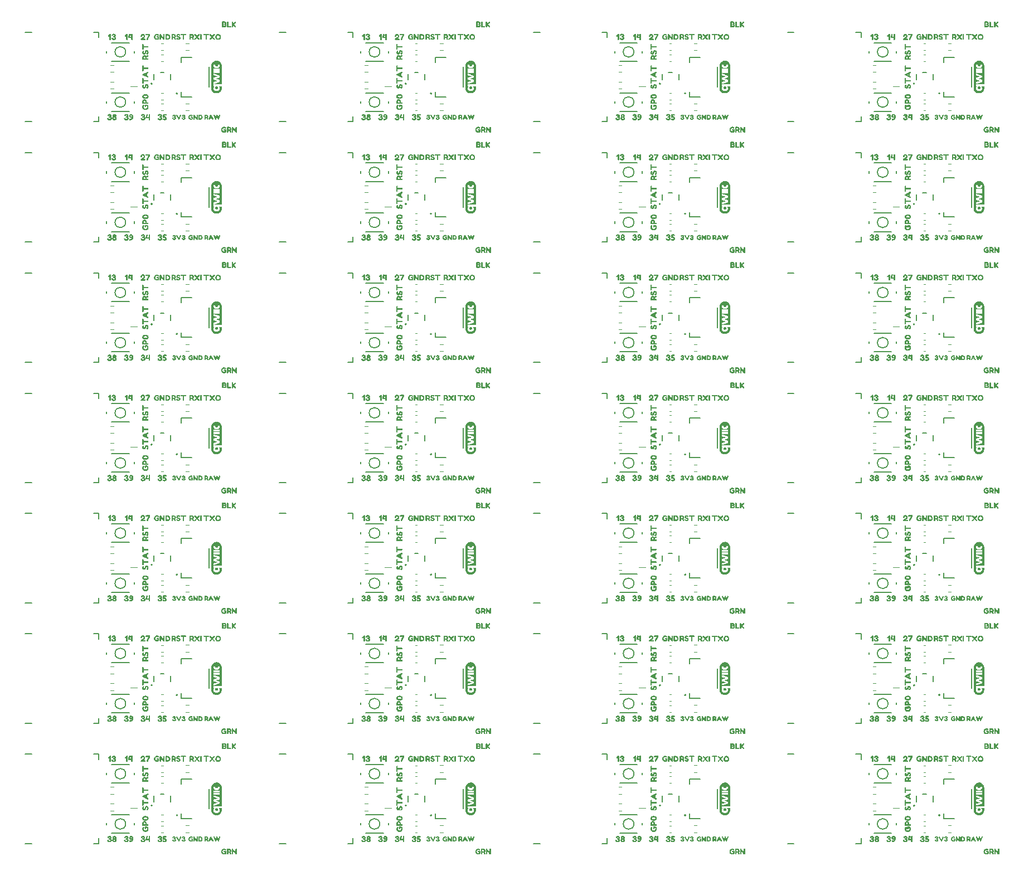
<source format=gbr>
%TF.GenerationSoftware,KiCad,Pcbnew,7.0.6*%
%TF.CreationDate,2023-08-17T21:31:52-06:00*%
%TF.ProjectId,SparkFun_Pro_Mini-ESP32_panelized,53706172-6b46-4756-9e5f-50726f5f4d69,rev?*%
%TF.SameCoordinates,Original*%
%TF.FileFunction,Legend,Top*%
%TF.FilePolarity,Positive*%
%FSLAX46Y46*%
G04 Gerber Fmt 4.6, Leading zero omitted, Abs format (unit mm)*
G04 Created by KiCad (PCBNEW 7.0.6) date 2023-08-17 21:31:52*
%MOMM*%
%LPD*%
G01*
G04 APERTURE LIST*
%ADD10C,0.200000*%
%ADD11C,0.120000*%
%ADD12C,0.203200*%
%ADD13C,0.127000*%
G04 APERTURE END LIST*
%TO.C,kibuzzard-64DEDCED*%
G36*
X159106592Y-116680853D02*
G01*
X159153027Y-116754672D01*
X159112545Y-116829681D01*
X158873230Y-117092809D01*
X159112545Y-117355937D01*
X159153027Y-117432138D01*
X159107187Y-117504766D01*
X159029797Y-117546437D01*
X158956573Y-117498813D01*
X158730355Y-117239256D01*
X158504136Y-117498813D01*
X158430912Y-117546437D01*
X158353522Y-117504170D01*
X158306492Y-117432138D01*
X158348164Y-117355937D01*
X158587480Y-117092809D01*
X158348164Y-116829681D01*
X158306492Y-116754672D01*
X158352927Y-116681448D01*
X158430912Y-116639181D01*
X158504136Y-116686806D01*
X158730355Y-116946363D01*
X158956573Y-116686806D01*
X159029797Y-116639181D01*
X159106592Y-116680853D01*
G37*
G36*
X158241008Y-116669542D02*
G01*
X158264820Y-116697522D01*
X158270773Y-116747528D01*
X158264820Y-116796939D01*
X158244580Y-116822538D01*
X158183858Y-116833253D01*
X157956448Y-116833253D01*
X157956448Y-117432138D01*
X157954662Y-117472619D01*
X157943947Y-117502980D01*
X157912395Y-117527388D01*
X157852864Y-117534531D01*
X157793928Y-117527388D01*
X157762972Y-117502980D01*
X157752256Y-117472023D01*
X157750470Y-117430947D01*
X157750470Y-116833253D01*
X157521870Y-116833253D01*
X157465911Y-116824323D01*
X157442098Y-116796344D01*
X157436145Y-116746338D01*
X157442098Y-116696927D01*
X157462339Y-116671328D01*
X157523061Y-116660613D01*
X158185048Y-116660613D01*
X158241008Y-116669542D01*
G37*
G36*
X159713290Y-116659050D02*
G01*
X159792690Y-116682937D01*
X159866285Y-116722748D01*
X159934077Y-116778484D01*
X159990854Y-116846015D01*
X160031410Y-116921211D01*
X160055744Y-117004071D01*
X160063855Y-117094595D01*
X160056116Y-117185455D01*
X160032898Y-117269320D01*
X159994203Y-117346189D01*
X159940030Y-117416064D01*
X159874545Y-117474144D01*
X159801917Y-117515630D01*
X159722145Y-117540522D01*
X159635230Y-117548819D01*
X159632848Y-117548595D01*
X159548128Y-117540633D01*
X159467798Y-117516077D01*
X159394240Y-117475149D01*
X159327453Y-117417850D01*
X159271977Y-117349240D01*
X159232352Y-117274380D01*
X159208577Y-117193268D01*
X159200652Y-117105906D01*
X159201207Y-117099953D01*
X159411392Y-117099953D01*
X159418999Y-117166165D01*
X159441819Y-117223514D01*
X159479853Y-117271998D01*
X159552332Y-117321558D01*
X159632848Y-117338078D01*
X159713216Y-117322005D01*
X159785248Y-117273784D01*
X159822952Y-117226027D01*
X159845573Y-117168480D01*
X159853114Y-117101144D01*
X159845507Y-117033675D01*
X159822687Y-116975731D01*
X159784653Y-116927313D01*
X159712174Y-116878199D01*
X159631658Y-116861828D01*
X159551291Y-116878348D01*
X159479258Y-116927908D01*
X159441555Y-116976393D01*
X159418933Y-117033741D01*
X159411392Y-117099953D01*
X159201207Y-117099953D01*
X159209581Y-117010210D01*
X159236370Y-116920764D01*
X159278042Y-116841439D01*
X159331620Y-116776103D01*
X159395616Y-116724013D01*
X159468542Y-116684425D01*
X159547123Y-116659422D01*
X159628086Y-116651088D01*
X159713290Y-116659050D01*
G37*
G36*
X236306592Y-116680853D02*
G01*
X236353027Y-116754672D01*
X236312545Y-116829681D01*
X236073230Y-117092809D01*
X236312545Y-117355937D01*
X236353027Y-117432138D01*
X236307187Y-117504766D01*
X236229797Y-117546437D01*
X236156573Y-117498813D01*
X235930355Y-117239256D01*
X235704136Y-117498813D01*
X235630912Y-117546437D01*
X235553522Y-117504170D01*
X235506492Y-117432138D01*
X235548164Y-117355937D01*
X235787480Y-117092809D01*
X235548164Y-116829681D01*
X235506492Y-116754672D01*
X235552927Y-116681448D01*
X235630912Y-116639181D01*
X235704136Y-116686806D01*
X235930355Y-116946363D01*
X236156573Y-116686806D01*
X236229797Y-116639181D01*
X236306592Y-116680853D01*
G37*
G36*
X235441008Y-116669542D02*
G01*
X235464820Y-116697522D01*
X235470773Y-116747528D01*
X235464820Y-116796939D01*
X235444580Y-116822538D01*
X235383858Y-116833253D01*
X235156448Y-116833253D01*
X235156448Y-117432138D01*
X235154662Y-117472619D01*
X235143947Y-117502980D01*
X235112395Y-117527388D01*
X235052864Y-117534531D01*
X234993928Y-117527388D01*
X234962972Y-117502980D01*
X234952256Y-117472023D01*
X234950470Y-117430947D01*
X234950470Y-116833253D01*
X234721870Y-116833253D01*
X234665911Y-116824323D01*
X234642098Y-116796344D01*
X234636145Y-116746338D01*
X234642098Y-116696927D01*
X234662339Y-116671328D01*
X234723061Y-116660613D01*
X235385048Y-116660613D01*
X235441008Y-116669542D01*
G37*
G36*
X236913290Y-116659050D02*
G01*
X236992690Y-116682937D01*
X237066285Y-116722748D01*
X237134077Y-116778484D01*
X237190854Y-116846015D01*
X237231410Y-116921211D01*
X237255744Y-117004071D01*
X237263855Y-117094595D01*
X237256116Y-117185455D01*
X237232898Y-117269320D01*
X237194203Y-117346189D01*
X237140030Y-117416064D01*
X237074545Y-117474144D01*
X237001917Y-117515630D01*
X236922145Y-117540522D01*
X236835230Y-117548819D01*
X236832848Y-117548595D01*
X236748128Y-117540633D01*
X236667798Y-117516077D01*
X236594240Y-117475149D01*
X236527453Y-117417850D01*
X236471977Y-117349240D01*
X236432352Y-117274380D01*
X236408577Y-117193268D01*
X236400652Y-117105906D01*
X236401207Y-117099953D01*
X236611392Y-117099953D01*
X236618999Y-117166165D01*
X236641819Y-117223514D01*
X236679853Y-117271998D01*
X236752332Y-117321558D01*
X236832848Y-117338078D01*
X236913216Y-117322005D01*
X236985248Y-117273784D01*
X237022952Y-117226027D01*
X237045573Y-117168480D01*
X237053114Y-117101144D01*
X237045507Y-117033675D01*
X237022687Y-116975731D01*
X236984653Y-116927313D01*
X236912174Y-116878199D01*
X236831658Y-116861828D01*
X236751291Y-116878348D01*
X236679258Y-116927908D01*
X236641555Y-116976393D01*
X236618933Y-117033741D01*
X236611392Y-117099953D01*
X236401207Y-117099953D01*
X236409581Y-117010210D01*
X236436370Y-116920764D01*
X236478042Y-116841439D01*
X236531620Y-116776103D01*
X236595616Y-116724013D01*
X236668542Y-116684425D01*
X236747123Y-116659422D01*
X236828086Y-116651088D01*
X236913290Y-116659050D01*
G37*
G36*
X236306592Y-80120853D02*
G01*
X236353027Y-80194672D01*
X236312545Y-80269681D01*
X236073230Y-80532809D01*
X236312545Y-80795937D01*
X236353027Y-80872138D01*
X236307187Y-80944766D01*
X236229797Y-80986437D01*
X236156573Y-80938813D01*
X235930355Y-80679256D01*
X235704136Y-80938813D01*
X235630912Y-80986437D01*
X235553522Y-80944170D01*
X235506492Y-80872138D01*
X235548164Y-80795937D01*
X235787480Y-80532809D01*
X235548164Y-80269681D01*
X235506492Y-80194672D01*
X235552927Y-80121448D01*
X235630912Y-80079181D01*
X235704136Y-80126806D01*
X235930355Y-80386363D01*
X236156573Y-80126806D01*
X236229797Y-80079181D01*
X236306592Y-80120853D01*
G37*
G36*
X235441008Y-80109542D02*
G01*
X235464820Y-80137522D01*
X235470773Y-80187528D01*
X235464820Y-80236939D01*
X235444580Y-80262538D01*
X235383858Y-80273253D01*
X235156448Y-80273253D01*
X235156448Y-80872138D01*
X235154662Y-80912619D01*
X235143947Y-80942980D01*
X235112395Y-80967388D01*
X235052864Y-80974531D01*
X234993928Y-80967388D01*
X234962972Y-80942980D01*
X234952256Y-80912023D01*
X234950470Y-80870947D01*
X234950470Y-80273253D01*
X234721870Y-80273253D01*
X234665911Y-80264323D01*
X234642098Y-80236344D01*
X234636145Y-80186338D01*
X234642098Y-80136927D01*
X234662339Y-80111328D01*
X234723061Y-80100613D01*
X235385048Y-80100613D01*
X235441008Y-80109542D01*
G37*
G36*
X236913290Y-80099050D02*
G01*
X236992690Y-80122937D01*
X237066285Y-80162748D01*
X237134077Y-80218484D01*
X237190854Y-80286015D01*
X237231410Y-80361211D01*
X237255744Y-80444071D01*
X237263855Y-80534595D01*
X237256116Y-80625455D01*
X237232898Y-80709320D01*
X237194203Y-80786189D01*
X237140030Y-80856064D01*
X237074545Y-80914144D01*
X237001917Y-80955630D01*
X236922145Y-80980522D01*
X236835230Y-80988819D01*
X236832848Y-80988595D01*
X236748128Y-80980633D01*
X236667798Y-80956077D01*
X236594240Y-80915149D01*
X236527453Y-80857850D01*
X236471977Y-80789240D01*
X236432352Y-80714380D01*
X236408577Y-80633268D01*
X236400652Y-80545906D01*
X236401207Y-80539953D01*
X236611392Y-80539953D01*
X236618999Y-80606165D01*
X236641819Y-80663514D01*
X236679853Y-80711998D01*
X236752332Y-80761558D01*
X236832848Y-80778078D01*
X236913216Y-80762005D01*
X236985248Y-80713784D01*
X237022952Y-80666027D01*
X237045573Y-80608480D01*
X237053114Y-80541144D01*
X237045507Y-80473675D01*
X237022687Y-80415731D01*
X236984653Y-80367313D01*
X236912174Y-80318199D01*
X236831658Y-80301828D01*
X236751291Y-80318348D01*
X236679258Y-80367908D01*
X236641555Y-80416393D01*
X236618933Y-80473741D01*
X236611392Y-80539953D01*
X236401207Y-80539953D01*
X236409581Y-80450210D01*
X236436370Y-80360764D01*
X236478042Y-80281439D01*
X236531620Y-80216103D01*
X236595616Y-80164013D01*
X236668542Y-80124425D01*
X236747123Y-80099422D01*
X236828086Y-80091088D01*
X236913290Y-80099050D01*
G37*
G36*
X236306592Y-61840853D02*
G01*
X236353027Y-61914672D01*
X236312545Y-61989681D01*
X236073230Y-62252809D01*
X236312545Y-62515937D01*
X236353027Y-62592138D01*
X236307187Y-62664766D01*
X236229797Y-62706437D01*
X236156573Y-62658813D01*
X235930355Y-62399256D01*
X235704136Y-62658813D01*
X235630912Y-62706437D01*
X235553522Y-62664170D01*
X235506492Y-62592138D01*
X235548164Y-62515937D01*
X235787480Y-62252809D01*
X235548164Y-61989681D01*
X235506492Y-61914672D01*
X235552927Y-61841448D01*
X235630912Y-61799181D01*
X235704136Y-61846806D01*
X235930355Y-62106363D01*
X236156573Y-61846806D01*
X236229797Y-61799181D01*
X236306592Y-61840853D01*
G37*
G36*
X235441008Y-61829542D02*
G01*
X235464820Y-61857522D01*
X235470773Y-61907528D01*
X235464820Y-61956939D01*
X235444580Y-61982538D01*
X235383858Y-61993253D01*
X235156448Y-61993253D01*
X235156448Y-62592138D01*
X235154662Y-62632619D01*
X235143947Y-62662980D01*
X235112395Y-62687388D01*
X235052864Y-62694531D01*
X234993928Y-62687388D01*
X234962972Y-62662980D01*
X234952256Y-62632023D01*
X234950470Y-62590947D01*
X234950470Y-61993253D01*
X234721870Y-61993253D01*
X234665911Y-61984323D01*
X234642098Y-61956344D01*
X234636145Y-61906338D01*
X234642098Y-61856927D01*
X234662339Y-61831328D01*
X234723061Y-61820613D01*
X235385048Y-61820613D01*
X235441008Y-61829542D01*
G37*
G36*
X236913290Y-61819050D02*
G01*
X236992690Y-61842937D01*
X237066285Y-61882748D01*
X237134077Y-61938484D01*
X237190854Y-62006015D01*
X237231410Y-62081211D01*
X237255744Y-62164071D01*
X237263855Y-62254595D01*
X237256116Y-62345455D01*
X237232898Y-62429320D01*
X237194203Y-62506189D01*
X237140030Y-62576064D01*
X237074545Y-62634144D01*
X237001917Y-62675630D01*
X236922145Y-62700522D01*
X236835230Y-62708819D01*
X236832848Y-62708595D01*
X236748128Y-62700633D01*
X236667798Y-62676077D01*
X236594240Y-62635149D01*
X236527453Y-62577850D01*
X236471977Y-62509240D01*
X236432352Y-62434380D01*
X236408577Y-62353268D01*
X236400652Y-62265906D01*
X236401207Y-62259953D01*
X236611392Y-62259953D01*
X236618999Y-62326165D01*
X236641819Y-62383514D01*
X236679853Y-62431998D01*
X236752332Y-62481558D01*
X236832848Y-62498078D01*
X236913216Y-62482005D01*
X236985248Y-62433784D01*
X237022952Y-62386027D01*
X237045573Y-62328480D01*
X237053114Y-62261144D01*
X237045507Y-62193675D01*
X237022687Y-62135731D01*
X236984653Y-62087313D01*
X236912174Y-62038199D01*
X236831658Y-62021828D01*
X236751291Y-62038348D01*
X236679258Y-62087908D01*
X236641555Y-62136393D01*
X236618933Y-62193741D01*
X236611392Y-62259953D01*
X236401207Y-62259953D01*
X236409581Y-62170210D01*
X236436370Y-62080764D01*
X236478042Y-62001439D01*
X236531620Y-61936103D01*
X236595616Y-61884013D01*
X236668542Y-61844425D01*
X236747123Y-61819422D01*
X236828086Y-61811088D01*
X236913290Y-61819050D01*
G37*
G36*
X236306592Y-43560853D02*
G01*
X236353027Y-43634672D01*
X236312545Y-43709681D01*
X236073230Y-43972809D01*
X236312545Y-44235937D01*
X236353027Y-44312138D01*
X236307187Y-44384766D01*
X236229797Y-44426437D01*
X236156573Y-44378813D01*
X235930355Y-44119256D01*
X235704136Y-44378813D01*
X235630912Y-44426437D01*
X235553522Y-44384170D01*
X235506492Y-44312138D01*
X235548164Y-44235937D01*
X235787480Y-43972809D01*
X235548164Y-43709681D01*
X235506492Y-43634672D01*
X235552927Y-43561448D01*
X235630912Y-43519181D01*
X235704136Y-43566806D01*
X235930355Y-43826363D01*
X236156573Y-43566806D01*
X236229797Y-43519181D01*
X236306592Y-43560853D01*
G37*
G36*
X235441008Y-43549542D02*
G01*
X235464820Y-43577522D01*
X235470773Y-43627528D01*
X235464820Y-43676939D01*
X235444580Y-43702538D01*
X235383858Y-43713253D01*
X235156448Y-43713253D01*
X235156448Y-44312138D01*
X235154662Y-44352619D01*
X235143947Y-44382980D01*
X235112395Y-44407388D01*
X235052864Y-44414531D01*
X234993928Y-44407388D01*
X234962972Y-44382980D01*
X234952256Y-44352023D01*
X234950470Y-44310947D01*
X234950470Y-43713253D01*
X234721870Y-43713253D01*
X234665911Y-43704323D01*
X234642098Y-43676344D01*
X234636145Y-43626338D01*
X234642098Y-43576927D01*
X234662339Y-43551328D01*
X234723061Y-43540613D01*
X235385048Y-43540613D01*
X235441008Y-43549542D01*
G37*
G36*
X236913290Y-43539050D02*
G01*
X236992690Y-43562937D01*
X237066285Y-43602748D01*
X237134077Y-43658484D01*
X237190854Y-43726015D01*
X237231410Y-43801211D01*
X237255744Y-43884071D01*
X237263855Y-43974595D01*
X237256116Y-44065455D01*
X237232898Y-44149320D01*
X237194203Y-44226189D01*
X237140030Y-44296064D01*
X237074545Y-44354144D01*
X237001917Y-44395630D01*
X236922145Y-44420522D01*
X236835230Y-44428819D01*
X236832848Y-44428595D01*
X236748128Y-44420633D01*
X236667798Y-44396077D01*
X236594240Y-44355149D01*
X236527453Y-44297850D01*
X236471977Y-44229240D01*
X236432352Y-44154380D01*
X236408577Y-44073268D01*
X236400652Y-43985906D01*
X236401207Y-43979953D01*
X236611392Y-43979953D01*
X236618999Y-44046165D01*
X236641819Y-44103514D01*
X236679853Y-44151998D01*
X236752332Y-44201558D01*
X236832848Y-44218078D01*
X236913216Y-44202005D01*
X236985248Y-44153784D01*
X237022952Y-44106027D01*
X237045573Y-44048480D01*
X237053114Y-43981144D01*
X237045507Y-43913675D01*
X237022687Y-43855731D01*
X236984653Y-43807313D01*
X236912174Y-43758199D01*
X236831658Y-43741828D01*
X236751291Y-43758348D01*
X236679258Y-43807908D01*
X236641555Y-43856393D01*
X236618933Y-43913741D01*
X236611392Y-43979953D01*
X236401207Y-43979953D01*
X236409581Y-43890210D01*
X236436370Y-43800764D01*
X236478042Y-43721439D01*
X236531620Y-43656103D01*
X236595616Y-43604013D01*
X236668542Y-43564425D01*
X236747123Y-43539422D01*
X236828086Y-43531088D01*
X236913290Y-43539050D01*
G37*
G36*
X236306592Y-7000853D02*
G01*
X236353027Y-7074672D01*
X236312545Y-7149681D01*
X236073230Y-7412809D01*
X236312545Y-7675937D01*
X236353027Y-7752138D01*
X236307187Y-7824766D01*
X236229797Y-7866437D01*
X236156573Y-7818813D01*
X235930355Y-7559256D01*
X235704136Y-7818813D01*
X235630912Y-7866437D01*
X235553522Y-7824170D01*
X235506492Y-7752138D01*
X235548164Y-7675937D01*
X235787480Y-7412809D01*
X235548164Y-7149681D01*
X235506492Y-7074672D01*
X235552927Y-7001448D01*
X235630912Y-6959181D01*
X235704136Y-7006806D01*
X235930355Y-7266363D01*
X236156573Y-7006806D01*
X236229797Y-6959181D01*
X236306592Y-7000853D01*
G37*
G36*
X235441008Y-6989542D02*
G01*
X235464820Y-7017522D01*
X235470773Y-7067528D01*
X235464820Y-7116939D01*
X235444580Y-7142538D01*
X235383858Y-7153253D01*
X235156448Y-7153253D01*
X235156448Y-7752138D01*
X235154662Y-7792619D01*
X235143947Y-7822980D01*
X235112395Y-7847388D01*
X235052864Y-7854531D01*
X234993928Y-7847388D01*
X234962972Y-7822980D01*
X234952256Y-7792023D01*
X234950470Y-7750947D01*
X234950470Y-7153253D01*
X234721870Y-7153253D01*
X234665911Y-7144323D01*
X234642098Y-7116344D01*
X234636145Y-7066338D01*
X234642098Y-7016927D01*
X234662339Y-6991328D01*
X234723061Y-6980613D01*
X235385048Y-6980613D01*
X235441008Y-6989542D01*
G37*
G36*
X236913290Y-6979050D02*
G01*
X236992690Y-7002937D01*
X237066285Y-7042748D01*
X237134077Y-7098484D01*
X237190854Y-7166015D01*
X237231410Y-7241211D01*
X237255744Y-7324071D01*
X237263855Y-7414595D01*
X237256116Y-7505455D01*
X237232898Y-7589320D01*
X237194203Y-7666189D01*
X237140030Y-7736064D01*
X237074545Y-7794144D01*
X237001917Y-7835630D01*
X236922145Y-7860522D01*
X236835230Y-7868819D01*
X236832848Y-7868595D01*
X236748128Y-7860633D01*
X236667798Y-7836077D01*
X236594240Y-7795149D01*
X236527453Y-7737850D01*
X236471977Y-7669240D01*
X236432352Y-7594380D01*
X236408577Y-7513268D01*
X236400652Y-7425906D01*
X236401207Y-7419953D01*
X236611392Y-7419953D01*
X236618999Y-7486165D01*
X236641819Y-7543514D01*
X236679853Y-7591998D01*
X236752332Y-7641558D01*
X236832848Y-7658078D01*
X236913216Y-7642005D01*
X236985248Y-7593784D01*
X237022952Y-7546027D01*
X237045573Y-7488480D01*
X237053114Y-7421144D01*
X237045507Y-7353675D01*
X237022687Y-7295731D01*
X236984653Y-7247313D01*
X236912174Y-7198199D01*
X236831658Y-7181828D01*
X236751291Y-7198348D01*
X236679258Y-7247908D01*
X236641555Y-7296393D01*
X236618933Y-7353741D01*
X236611392Y-7419953D01*
X236401207Y-7419953D01*
X236409581Y-7330210D01*
X236436370Y-7240764D01*
X236478042Y-7161439D01*
X236531620Y-7096103D01*
X236595616Y-7044013D01*
X236668542Y-7004425D01*
X236747123Y-6979422D01*
X236828086Y-6971088D01*
X236913290Y-6979050D01*
G37*
G36*
X274906592Y-7000853D02*
G01*
X274953027Y-7074672D01*
X274912545Y-7149681D01*
X274673230Y-7412809D01*
X274912545Y-7675937D01*
X274953027Y-7752138D01*
X274907187Y-7824766D01*
X274829797Y-7866437D01*
X274756573Y-7818813D01*
X274530355Y-7559256D01*
X274304136Y-7818813D01*
X274230912Y-7866437D01*
X274153522Y-7824170D01*
X274106492Y-7752138D01*
X274148164Y-7675937D01*
X274387480Y-7412809D01*
X274148164Y-7149681D01*
X274106492Y-7074672D01*
X274152927Y-7001448D01*
X274230912Y-6959181D01*
X274304136Y-7006806D01*
X274530355Y-7266363D01*
X274756573Y-7006806D01*
X274829797Y-6959181D01*
X274906592Y-7000853D01*
G37*
G36*
X274041008Y-6989542D02*
G01*
X274064820Y-7017522D01*
X274070773Y-7067528D01*
X274064820Y-7116939D01*
X274044580Y-7142538D01*
X273983858Y-7153253D01*
X273756448Y-7153253D01*
X273756448Y-7752138D01*
X273754662Y-7792619D01*
X273743947Y-7822980D01*
X273712395Y-7847388D01*
X273652864Y-7854531D01*
X273593928Y-7847388D01*
X273562972Y-7822980D01*
X273552256Y-7792023D01*
X273550470Y-7750947D01*
X273550470Y-7153253D01*
X273321870Y-7153253D01*
X273265911Y-7144323D01*
X273242098Y-7116344D01*
X273236145Y-7066338D01*
X273242098Y-7016927D01*
X273262339Y-6991328D01*
X273323061Y-6980613D01*
X273985048Y-6980613D01*
X274041008Y-6989542D01*
G37*
G36*
X275513290Y-6979050D02*
G01*
X275592690Y-7002937D01*
X275666285Y-7042748D01*
X275734077Y-7098484D01*
X275790854Y-7166015D01*
X275831410Y-7241211D01*
X275855744Y-7324071D01*
X275863855Y-7414595D01*
X275856116Y-7505455D01*
X275832898Y-7589320D01*
X275794203Y-7666189D01*
X275740030Y-7736064D01*
X275674545Y-7794144D01*
X275601917Y-7835630D01*
X275522145Y-7860522D01*
X275435230Y-7868819D01*
X275432848Y-7868595D01*
X275348128Y-7860633D01*
X275267798Y-7836077D01*
X275194240Y-7795149D01*
X275127453Y-7737850D01*
X275071977Y-7669240D01*
X275032352Y-7594380D01*
X275008577Y-7513268D01*
X275000652Y-7425906D01*
X275001207Y-7419953D01*
X275211392Y-7419953D01*
X275218999Y-7486165D01*
X275241819Y-7543514D01*
X275279853Y-7591998D01*
X275352332Y-7641558D01*
X275432848Y-7658078D01*
X275513216Y-7642005D01*
X275585248Y-7593784D01*
X275622952Y-7546027D01*
X275645573Y-7488480D01*
X275653114Y-7421144D01*
X275645507Y-7353675D01*
X275622687Y-7295731D01*
X275584653Y-7247313D01*
X275512174Y-7198199D01*
X275431658Y-7181828D01*
X275351291Y-7198348D01*
X275279258Y-7247908D01*
X275241555Y-7296393D01*
X275218933Y-7353741D01*
X275211392Y-7419953D01*
X275001207Y-7419953D01*
X275009581Y-7330210D01*
X275036370Y-7240764D01*
X275078042Y-7161439D01*
X275131620Y-7096103D01*
X275195616Y-7044013D01*
X275268542Y-7004425D01*
X275347123Y-6979422D01*
X275428086Y-6971088D01*
X275513290Y-6979050D01*
G37*
G36*
X236306592Y-25280853D02*
G01*
X236353027Y-25354672D01*
X236312545Y-25429681D01*
X236073230Y-25692809D01*
X236312545Y-25955937D01*
X236353027Y-26032138D01*
X236307187Y-26104766D01*
X236229797Y-26146437D01*
X236156573Y-26098813D01*
X235930355Y-25839256D01*
X235704136Y-26098813D01*
X235630912Y-26146437D01*
X235553522Y-26104170D01*
X235506492Y-26032138D01*
X235548164Y-25955937D01*
X235787480Y-25692809D01*
X235548164Y-25429681D01*
X235506492Y-25354672D01*
X235552927Y-25281448D01*
X235630912Y-25239181D01*
X235704136Y-25286806D01*
X235930355Y-25546363D01*
X236156573Y-25286806D01*
X236229797Y-25239181D01*
X236306592Y-25280853D01*
G37*
G36*
X235441008Y-25269542D02*
G01*
X235464820Y-25297522D01*
X235470773Y-25347528D01*
X235464820Y-25396939D01*
X235444580Y-25422538D01*
X235383858Y-25433253D01*
X235156448Y-25433253D01*
X235156448Y-26032138D01*
X235154662Y-26072619D01*
X235143947Y-26102980D01*
X235112395Y-26127388D01*
X235052864Y-26134531D01*
X234993928Y-26127388D01*
X234962972Y-26102980D01*
X234952256Y-26072023D01*
X234950470Y-26030947D01*
X234950470Y-25433253D01*
X234721870Y-25433253D01*
X234665911Y-25424323D01*
X234642098Y-25396344D01*
X234636145Y-25346338D01*
X234642098Y-25296927D01*
X234662339Y-25271328D01*
X234723061Y-25260613D01*
X235385048Y-25260613D01*
X235441008Y-25269542D01*
G37*
G36*
X236913290Y-25259050D02*
G01*
X236992690Y-25282937D01*
X237066285Y-25322748D01*
X237134077Y-25378484D01*
X237190854Y-25446015D01*
X237231410Y-25521211D01*
X237255744Y-25604071D01*
X237263855Y-25694595D01*
X237256116Y-25785455D01*
X237232898Y-25869320D01*
X237194203Y-25946189D01*
X237140030Y-26016064D01*
X237074545Y-26074144D01*
X237001917Y-26115630D01*
X236922145Y-26140522D01*
X236835230Y-26148819D01*
X236832848Y-26148595D01*
X236748128Y-26140633D01*
X236667798Y-26116077D01*
X236594240Y-26075149D01*
X236527453Y-26017850D01*
X236471977Y-25949240D01*
X236432352Y-25874380D01*
X236408577Y-25793268D01*
X236400652Y-25705906D01*
X236401207Y-25699953D01*
X236611392Y-25699953D01*
X236618999Y-25766165D01*
X236641819Y-25823514D01*
X236679853Y-25871998D01*
X236752332Y-25921558D01*
X236832848Y-25938078D01*
X236913216Y-25922005D01*
X236985248Y-25873784D01*
X237022952Y-25826027D01*
X237045573Y-25768480D01*
X237053114Y-25701144D01*
X237045507Y-25633675D01*
X237022687Y-25575731D01*
X236984653Y-25527313D01*
X236912174Y-25478199D01*
X236831658Y-25461828D01*
X236751291Y-25478348D01*
X236679258Y-25527908D01*
X236641555Y-25576393D01*
X236618933Y-25633741D01*
X236611392Y-25699953D01*
X236401207Y-25699953D01*
X236409581Y-25610210D01*
X236436370Y-25520764D01*
X236478042Y-25441439D01*
X236531620Y-25376103D01*
X236595616Y-25324013D01*
X236668542Y-25284425D01*
X236747123Y-25259422D01*
X236828086Y-25251088D01*
X236913290Y-25259050D01*
G37*
G36*
X274906592Y-116680853D02*
G01*
X274953027Y-116754672D01*
X274912545Y-116829681D01*
X274673230Y-117092809D01*
X274912545Y-117355937D01*
X274953027Y-117432138D01*
X274907187Y-117504766D01*
X274829797Y-117546437D01*
X274756573Y-117498813D01*
X274530355Y-117239256D01*
X274304136Y-117498813D01*
X274230912Y-117546437D01*
X274153522Y-117504170D01*
X274106492Y-117432138D01*
X274148164Y-117355937D01*
X274387480Y-117092809D01*
X274148164Y-116829681D01*
X274106492Y-116754672D01*
X274152927Y-116681448D01*
X274230912Y-116639181D01*
X274304136Y-116686806D01*
X274530355Y-116946363D01*
X274756573Y-116686806D01*
X274829797Y-116639181D01*
X274906592Y-116680853D01*
G37*
G36*
X274041008Y-116669542D02*
G01*
X274064820Y-116697522D01*
X274070773Y-116747528D01*
X274064820Y-116796939D01*
X274044580Y-116822538D01*
X273983858Y-116833253D01*
X273756448Y-116833253D01*
X273756448Y-117432138D01*
X273754662Y-117472619D01*
X273743947Y-117502980D01*
X273712395Y-117527388D01*
X273652864Y-117534531D01*
X273593928Y-117527388D01*
X273562972Y-117502980D01*
X273552256Y-117472023D01*
X273550470Y-117430947D01*
X273550470Y-116833253D01*
X273321870Y-116833253D01*
X273265911Y-116824323D01*
X273242098Y-116796344D01*
X273236145Y-116746338D01*
X273242098Y-116696927D01*
X273262339Y-116671328D01*
X273323061Y-116660613D01*
X273985048Y-116660613D01*
X274041008Y-116669542D01*
G37*
G36*
X275513290Y-116659050D02*
G01*
X275592690Y-116682937D01*
X275666285Y-116722748D01*
X275734077Y-116778484D01*
X275790854Y-116846015D01*
X275831410Y-116921211D01*
X275855744Y-117004071D01*
X275863855Y-117094595D01*
X275856116Y-117185455D01*
X275832898Y-117269320D01*
X275794203Y-117346189D01*
X275740030Y-117416064D01*
X275674545Y-117474144D01*
X275601917Y-117515630D01*
X275522145Y-117540522D01*
X275435230Y-117548819D01*
X275432848Y-117548595D01*
X275348128Y-117540633D01*
X275267798Y-117516077D01*
X275194240Y-117475149D01*
X275127453Y-117417850D01*
X275071977Y-117349240D01*
X275032352Y-117274380D01*
X275008577Y-117193268D01*
X275000652Y-117105906D01*
X275001207Y-117099953D01*
X275211392Y-117099953D01*
X275218999Y-117166165D01*
X275241819Y-117223514D01*
X275279853Y-117271998D01*
X275352332Y-117321558D01*
X275432848Y-117338078D01*
X275513216Y-117322005D01*
X275585248Y-117273784D01*
X275622952Y-117226027D01*
X275645573Y-117168480D01*
X275653114Y-117101144D01*
X275645507Y-117033675D01*
X275622687Y-116975731D01*
X275584653Y-116927313D01*
X275512174Y-116878199D01*
X275431658Y-116861828D01*
X275351291Y-116878348D01*
X275279258Y-116927908D01*
X275241555Y-116976393D01*
X275218933Y-117033741D01*
X275211392Y-117099953D01*
X275001207Y-117099953D01*
X275009581Y-117010210D01*
X275036370Y-116920764D01*
X275078042Y-116841439D01*
X275131620Y-116776103D01*
X275195616Y-116724013D01*
X275268542Y-116684425D01*
X275347123Y-116659422D01*
X275428086Y-116651088D01*
X275513290Y-116659050D01*
G37*
G36*
X274906592Y-80120853D02*
G01*
X274953027Y-80194672D01*
X274912545Y-80269681D01*
X274673230Y-80532809D01*
X274912545Y-80795937D01*
X274953027Y-80872138D01*
X274907187Y-80944766D01*
X274829797Y-80986437D01*
X274756573Y-80938813D01*
X274530355Y-80679256D01*
X274304136Y-80938813D01*
X274230912Y-80986437D01*
X274153522Y-80944170D01*
X274106492Y-80872138D01*
X274148164Y-80795937D01*
X274387480Y-80532809D01*
X274148164Y-80269681D01*
X274106492Y-80194672D01*
X274152927Y-80121448D01*
X274230912Y-80079181D01*
X274304136Y-80126806D01*
X274530355Y-80386363D01*
X274756573Y-80126806D01*
X274829797Y-80079181D01*
X274906592Y-80120853D01*
G37*
G36*
X274041008Y-80109542D02*
G01*
X274064820Y-80137522D01*
X274070773Y-80187528D01*
X274064820Y-80236939D01*
X274044580Y-80262538D01*
X273983858Y-80273253D01*
X273756448Y-80273253D01*
X273756448Y-80872138D01*
X273754662Y-80912619D01*
X273743947Y-80942980D01*
X273712395Y-80967388D01*
X273652864Y-80974531D01*
X273593928Y-80967388D01*
X273562972Y-80942980D01*
X273552256Y-80912023D01*
X273550470Y-80870947D01*
X273550470Y-80273253D01*
X273321870Y-80273253D01*
X273265911Y-80264323D01*
X273242098Y-80236344D01*
X273236145Y-80186338D01*
X273242098Y-80136927D01*
X273262339Y-80111328D01*
X273323061Y-80100613D01*
X273985048Y-80100613D01*
X274041008Y-80109542D01*
G37*
G36*
X275513290Y-80099050D02*
G01*
X275592690Y-80122937D01*
X275666285Y-80162748D01*
X275734077Y-80218484D01*
X275790854Y-80286015D01*
X275831410Y-80361211D01*
X275855744Y-80444071D01*
X275863855Y-80534595D01*
X275856116Y-80625455D01*
X275832898Y-80709320D01*
X275794203Y-80786189D01*
X275740030Y-80856064D01*
X275674545Y-80914144D01*
X275601917Y-80955630D01*
X275522145Y-80980522D01*
X275435230Y-80988819D01*
X275432848Y-80988595D01*
X275348128Y-80980633D01*
X275267798Y-80956077D01*
X275194240Y-80915149D01*
X275127453Y-80857850D01*
X275071977Y-80789240D01*
X275032352Y-80714380D01*
X275008577Y-80633268D01*
X275000652Y-80545906D01*
X275001207Y-80539953D01*
X275211392Y-80539953D01*
X275218999Y-80606165D01*
X275241819Y-80663514D01*
X275279853Y-80711998D01*
X275352332Y-80761558D01*
X275432848Y-80778078D01*
X275513216Y-80762005D01*
X275585248Y-80713784D01*
X275622952Y-80666027D01*
X275645573Y-80608480D01*
X275653114Y-80541144D01*
X275645507Y-80473675D01*
X275622687Y-80415731D01*
X275584653Y-80367313D01*
X275512174Y-80318199D01*
X275431658Y-80301828D01*
X275351291Y-80318348D01*
X275279258Y-80367908D01*
X275241555Y-80416393D01*
X275218933Y-80473741D01*
X275211392Y-80539953D01*
X275001207Y-80539953D01*
X275009581Y-80450210D01*
X275036370Y-80360764D01*
X275078042Y-80281439D01*
X275131620Y-80216103D01*
X275195616Y-80164013D01*
X275268542Y-80124425D01*
X275347123Y-80099422D01*
X275428086Y-80091088D01*
X275513290Y-80099050D01*
G37*
G36*
X274906592Y-43560853D02*
G01*
X274953027Y-43634672D01*
X274912545Y-43709681D01*
X274673230Y-43972809D01*
X274912545Y-44235937D01*
X274953027Y-44312138D01*
X274907187Y-44384766D01*
X274829797Y-44426437D01*
X274756573Y-44378813D01*
X274530355Y-44119256D01*
X274304136Y-44378813D01*
X274230912Y-44426437D01*
X274153522Y-44384170D01*
X274106492Y-44312138D01*
X274148164Y-44235937D01*
X274387480Y-43972809D01*
X274148164Y-43709681D01*
X274106492Y-43634672D01*
X274152927Y-43561448D01*
X274230912Y-43519181D01*
X274304136Y-43566806D01*
X274530355Y-43826363D01*
X274756573Y-43566806D01*
X274829797Y-43519181D01*
X274906592Y-43560853D01*
G37*
G36*
X274041008Y-43549542D02*
G01*
X274064820Y-43577522D01*
X274070773Y-43627528D01*
X274064820Y-43676939D01*
X274044580Y-43702538D01*
X273983858Y-43713253D01*
X273756448Y-43713253D01*
X273756448Y-44312138D01*
X273754662Y-44352619D01*
X273743947Y-44382980D01*
X273712395Y-44407388D01*
X273652864Y-44414531D01*
X273593928Y-44407388D01*
X273562972Y-44382980D01*
X273552256Y-44352023D01*
X273550470Y-44310947D01*
X273550470Y-43713253D01*
X273321870Y-43713253D01*
X273265911Y-43704323D01*
X273242098Y-43676344D01*
X273236145Y-43626338D01*
X273242098Y-43576927D01*
X273262339Y-43551328D01*
X273323061Y-43540613D01*
X273985048Y-43540613D01*
X274041008Y-43549542D01*
G37*
G36*
X275513290Y-43539050D02*
G01*
X275592690Y-43562937D01*
X275666285Y-43602748D01*
X275734077Y-43658484D01*
X275790854Y-43726015D01*
X275831410Y-43801211D01*
X275855744Y-43884071D01*
X275863855Y-43974595D01*
X275856116Y-44065455D01*
X275832898Y-44149320D01*
X275794203Y-44226189D01*
X275740030Y-44296064D01*
X275674545Y-44354144D01*
X275601917Y-44395630D01*
X275522145Y-44420522D01*
X275435230Y-44428819D01*
X275432848Y-44428595D01*
X275348128Y-44420633D01*
X275267798Y-44396077D01*
X275194240Y-44355149D01*
X275127453Y-44297850D01*
X275071977Y-44229240D01*
X275032352Y-44154380D01*
X275008577Y-44073268D01*
X275000652Y-43985906D01*
X275001207Y-43979953D01*
X275211392Y-43979953D01*
X275218999Y-44046165D01*
X275241819Y-44103514D01*
X275279853Y-44151998D01*
X275352332Y-44201558D01*
X275432848Y-44218078D01*
X275513216Y-44202005D01*
X275585248Y-44153784D01*
X275622952Y-44106027D01*
X275645573Y-44048480D01*
X275653114Y-43981144D01*
X275645507Y-43913675D01*
X275622687Y-43855731D01*
X275584653Y-43807313D01*
X275512174Y-43758199D01*
X275431658Y-43741828D01*
X275351291Y-43758348D01*
X275279258Y-43807908D01*
X275241555Y-43856393D01*
X275218933Y-43913741D01*
X275211392Y-43979953D01*
X275001207Y-43979953D01*
X275009581Y-43890210D01*
X275036370Y-43800764D01*
X275078042Y-43721439D01*
X275131620Y-43656103D01*
X275195616Y-43604013D01*
X275268542Y-43564425D01*
X275347123Y-43539422D01*
X275428086Y-43531088D01*
X275513290Y-43539050D01*
G37*
G36*
X274906592Y-98400853D02*
G01*
X274953027Y-98474672D01*
X274912545Y-98549681D01*
X274673230Y-98812809D01*
X274912545Y-99075937D01*
X274953027Y-99152138D01*
X274907187Y-99224766D01*
X274829797Y-99266437D01*
X274756573Y-99218813D01*
X274530355Y-98959256D01*
X274304136Y-99218813D01*
X274230912Y-99266437D01*
X274153522Y-99224170D01*
X274106492Y-99152138D01*
X274148164Y-99075937D01*
X274387480Y-98812809D01*
X274148164Y-98549681D01*
X274106492Y-98474672D01*
X274152927Y-98401448D01*
X274230912Y-98359181D01*
X274304136Y-98406806D01*
X274530355Y-98666363D01*
X274756573Y-98406806D01*
X274829797Y-98359181D01*
X274906592Y-98400853D01*
G37*
G36*
X274041008Y-98389542D02*
G01*
X274064820Y-98417522D01*
X274070773Y-98467528D01*
X274064820Y-98516939D01*
X274044580Y-98542538D01*
X273983858Y-98553253D01*
X273756448Y-98553253D01*
X273756448Y-99152138D01*
X273754662Y-99192619D01*
X273743947Y-99222980D01*
X273712395Y-99247388D01*
X273652864Y-99254531D01*
X273593928Y-99247388D01*
X273562972Y-99222980D01*
X273552256Y-99192023D01*
X273550470Y-99150947D01*
X273550470Y-98553253D01*
X273321870Y-98553253D01*
X273265911Y-98544323D01*
X273242098Y-98516344D01*
X273236145Y-98466338D01*
X273242098Y-98416927D01*
X273262339Y-98391328D01*
X273323061Y-98380613D01*
X273985048Y-98380613D01*
X274041008Y-98389542D01*
G37*
G36*
X275513290Y-98379050D02*
G01*
X275592690Y-98402937D01*
X275666285Y-98442748D01*
X275734077Y-98498484D01*
X275790854Y-98566015D01*
X275831410Y-98641211D01*
X275855744Y-98724071D01*
X275863855Y-98814595D01*
X275856116Y-98905455D01*
X275832898Y-98989320D01*
X275794203Y-99066189D01*
X275740030Y-99136064D01*
X275674545Y-99194144D01*
X275601917Y-99235630D01*
X275522145Y-99260522D01*
X275435230Y-99268819D01*
X275432848Y-99268595D01*
X275348128Y-99260633D01*
X275267798Y-99236077D01*
X275194240Y-99195149D01*
X275127453Y-99137850D01*
X275071977Y-99069240D01*
X275032352Y-98994380D01*
X275008577Y-98913268D01*
X275000652Y-98825906D01*
X275001207Y-98819953D01*
X275211392Y-98819953D01*
X275218999Y-98886165D01*
X275241819Y-98943514D01*
X275279853Y-98991998D01*
X275352332Y-99041558D01*
X275432848Y-99058078D01*
X275513216Y-99042005D01*
X275585248Y-98993784D01*
X275622952Y-98946027D01*
X275645573Y-98888480D01*
X275653114Y-98821144D01*
X275645507Y-98753675D01*
X275622687Y-98695731D01*
X275584653Y-98647313D01*
X275512174Y-98598199D01*
X275431658Y-98581828D01*
X275351291Y-98598348D01*
X275279258Y-98647908D01*
X275241555Y-98696393D01*
X275218933Y-98753741D01*
X275211392Y-98819953D01*
X275001207Y-98819953D01*
X275009581Y-98730210D01*
X275036370Y-98640764D01*
X275078042Y-98561439D01*
X275131620Y-98496103D01*
X275195616Y-98444013D01*
X275268542Y-98404425D01*
X275347123Y-98379422D01*
X275428086Y-98371088D01*
X275513290Y-98379050D01*
G37*
G36*
X197706592Y-25280853D02*
G01*
X197753027Y-25354672D01*
X197712545Y-25429681D01*
X197473230Y-25692809D01*
X197712545Y-25955937D01*
X197753027Y-26032138D01*
X197707187Y-26104766D01*
X197629797Y-26146437D01*
X197556573Y-26098813D01*
X197330355Y-25839256D01*
X197104136Y-26098813D01*
X197030912Y-26146437D01*
X196953522Y-26104170D01*
X196906492Y-26032138D01*
X196948164Y-25955937D01*
X197187480Y-25692809D01*
X196948164Y-25429681D01*
X196906492Y-25354672D01*
X196952927Y-25281448D01*
X197030912Y-25239181D01*
X197104136Y-25286806D01*
X197330355Y-25546363D01*
X197556573Y-25286806D01*
X197629797Y-25239181D01*
X197706592Y-25280853D01*
G37*
G36*
X196841008Y-25269542D02*
G01*
X196864820Y-25297522D01*
X196870773Y-25347528D01*
X196864820Y-25396939D01*
X196844580Y-25422538D01*
X196783858Y-25433253D01*
X196556448Y-25433253D01*
X196556448Y-26032138D01*
X196554662Y-26072619D01*
X196543947Y-26102980D01*
X196512395Y-26127388D01*
X196452864Y-26134531D01*
X196393928Y-26127388D01*
X196362972Y-26102980D01*
X196352256Y-26072023D01*
X196350470Y-26030947D01*
X196350470Y-25433253D01*
X196121870Y-25433253D01*
X196065911Y-25424323D01*
X196042098Y-25396344D01*
X196036145Y-25346338D01*
X196042098Y-25296927D01*
X196062339Y-25271328D01*
X196123061Y-25260613D01*
X196785048Y-25260613D01*
X196841008Y-25269542D01*
G37*
G36*
X198313290Y-25259050D02*
G01*
X198392690Y-25282937D01*
X198466285Y-25322748D01*
X198534077Y-25378484D01*
X198590854Y-25446015D01*
X198631410Y-25521211D01*
X198655744Y-25604071D01*
X198663855Y-25694595D01*
X198656116Y-25785455D01*
X198632898Y-25869320D01*
X198594203Y-25946189D01*
X198540030Y-26016064D01*
X198474545Y-26074144D01*
X198401917Y-26115630D01*
X198322145Y-26140522D01*
X198235230Y-26148819D01*
X198232848Y-26148595D01*
X198148128Y-26140633D01*
X198067798Y-26116077D01*
X197994240Y-26075149D01*
X197927453Y-26017850D01*
X197871977Y-25949240D01*
X197832352Y-25874380D01*
X197808577Y-25793268D01*
X197800652Y-25705906D01*
X197801207Y-25699953D01*
X198011392Y-25699953D01*
X198018999Y-25766165D01*
X198041819Y-25823514D01*
X198079853Y-25871998D01*
X198152332Y-25921558D01*
X198232848Y-25938078D01*
X198313216Y-25922005D01*
X198385248Y-25873784D01*
X198422952Y-25826027D01*
X198445573Y-25768480D01*
X198453114Y-25701144D01*
X198445507Y-25633675D01*
X198422687Y-25575731D01*
X198384653Y-25527313D01*
X198312174Y-25478199D01*
X198231658Y-25461828D01*
X198151291Y-25478348D01*
X198079258Y-25527908D01*
X198041555Y-25576393D01*
X198018933Y-25633741D01*
X198011392Y-25699953D01*
X197801207Y-25699953D01*
X197809581Y-25610210D01*
X197836370Y-25520764D01*
X197878042Y-25441439D01*
X197931620Y-25376103D01*
X197995616Y-25324013D01*
X198068542Y-25284425D01*
X198147123Y-25259422D01*
X198228086Y-25251088D01*
X198313290Y-25259050D01*
G37*
G36*
X197706592Y-7000853D02*
G01*
X197753027Y-7074672D01*
X197712545Y-7149681D01*
X197473230Y-7412809D01*
X197712545Y-7675937D01*
X197753027Y-7752138D01*
X197707187Y-7824766D01*
X197629797Y-7866437D01*
X197556573Y-7818813D01*
X197330355Y-7559256D01*
X197104136Y-7818813D01*
X197030912Y-7866437D01*
X196953522Y-7824170D01*
X196906492Y-7752138D01*
X196948164Y-7675937D01*
X197187480Y-7412809D01*
X196948164Y-7149681D01*
X196906492Y-7074672D01*
X196952927Y-7001448D01*
X197030912Y-6959181D01*
X197104136Y-7006806D01*
X197330355Y-7266363D01*
X197556573Y-7006806D01*
X197629797Y-6959181D01*
X197706592Y-7000853D01*
G37*
G36*
X196841008Y-6989542D02*
G01*
X196864820Y-7017522D01*
X196870773Y-7067528D01*
X196864820Y-7116939D01*
X196844580Y-7142538D01*
X196783858Y-7153253D01*
X196556448Y-7153253D01*
X196556448Y-7752138D01*
X196554662Y-7792619D01*
X196543947Y-7822980D01*
X196512395Y-7847388D01*
X196452864Y-7854531D01*
X196393928Y-7847388D01*
X196362972Y-7822980D01*
X196352256Y-7792023D01*
X196350470Y-7750947D01*
X196350470Y-7153253D01*
X196121870Y-7153253D01*
X196065911Y-7144323D01*
X196042098Y-7116344D01*
X196036145Y-7066338D01*
X196042098Y-7016927D01*
X196062339Y-6991328D01*
X196123061Y-6980613D01*
X196785048Y-6980613D01*
X196841008Y-6989542D01*
G37*
G36*
X198313290Y-6979050D02*
G01*
X198392690Y-7002937D01*
X198466285Y-7042748D01*
X198534077Y-7098484D01*
X198590854Y-7166015D01*
X198631410Y-7241211D01*
X198655744Y-7324071D01*
X198663855Y-7414595D01*
X198656116Y-7505455D01*
X198632898Y-7589320D01*
X198594203Y-7666189D01*
X198540030Y-7736064D01*
X198474545Y-7794144D01*
X198401917Y-7835630D01*
X198322145Y-7860522D01*
X198235230Y-7868819D01*
X198232848Y-7868595D01*
X198148128Y-7860633D01*
X198067798Y-7836077D01*
X197994240Y-7795149D01*
X197927453Y-7737850D01*
X197871977Y-7669240D01*
X197832352Y-7594380D01*
X197808577Y-7513268D01*
X197800652Y-7425906D01*
X197801207Y-7419953D01*
X198011392Y-7419953D01*
X198018999Y-7486165D01*
X198041819Y-7543514D01*
X198079853Y-7591998D01*
X198152332Y-7641558D01*
X198232848Y-7658078D01*
X198313216Y-7642005D01*
X198385248Y-7593784D01*
X198422952Y-7546027D01*
X198445573Y-7488480D01*
X198453114Y-7421144D01*
X198445507Y-7353675D01*
X198422687Y-7295731D01*
X198384653Y-7247313D01*
X198312174Y-7198199D01*
X198231658Y-7181828D01*
X198151291Y-7198348D01*
X198079258Y-7247908D01*
X198041555Y-7296393D01*
X198018933Y-7353741D01*
X198011392Y-7419953D01*
X197801207Y-7419953D01*
X197809581Y-7330210D01*
X197836370Y-7240764D01*
X197878042Y-7161439D01*
X197931620Y-7096103D01*
X197995616Y-7044013D01*
X198068542Y-7004425D01*
X198147123Y-6979422D01*
X198228086Y-6971088D01*
X198313290Y-6979050D01*
G37*
G36*
X274906592Y-61840853D02*
G01*
X274953027Y-61914672D01*
X274912545Y-61989681D01*
X274673230Y-62252809D01*
X274912545Y-62515937D01*
X274953027Y-62592138D01*
X274907187Y-62664766D01*
X274829797Y-62706437D01*
X274756573Y-62658813D01*
X274530355Y-62399256D01*
X274304136Y-62658813D01*
X274230912Y-62706437D01*
X274153522Y-62664170D01*
X274106492Y-62592138D01*
X274148164Y-62515937D01*
X274387480Y-62252809D01*
X274148164Y-61989681D01*
X274106492Y-61914672D01*
X274152927Y-61841448D01*
X274230912Y-61799181D01*
X274304136Y-61846806D01*
X274530355Y-62106363D01*
X274756573Y-61846806D01*
X274829797Y-61799181D01*
X274906592Y-61840853D01*
G37*
G36*
X274041008Y-61829542D02*
G01*
X274064820Y-61857522D01*
X274070773Y-61907528D01*
X274064820Y-61956939D01*
X274044580Y-61982538D01*
X273983858Y-61993253D01*
X273756448Y-61993253D01*
X273756448Y-62592138D01*
X273754662Y-62632619D01*
X273743947Y-62662980D01*
X273712395Y-62687388D01*
X273652864Y-62694531D01*
X273593928Y-62687388D01*
X273562972Y-62662980D01*
X273552256Y-62632023D01*
X273550470Y-62590947D01*
X273550470Y-61993253D01*
X273321870Y-61993253D01*
X273265911Y-61984323D01*
X273242098Y-61956344D01*
X273236145Y-61906338D01*
X273242098Y-61856927D01*
X273262339Y-61831328D01*
X273323061Y-61820613D01*
X273985048Y-61820613D01*
X274041008Y-61829542D01*
G37*
G36*
X275513290Y-61819050D02*
G01*
X275592690Y-61842937D01*
X275666285Y-61882748D01*
X275734077Y-61938484D01*
X275790854Y-62006015D01*
X275831410Y-62081211D01*
X275855744Y-62164071D01*
X275863855Y-62254595D01*
X275856116Y-62345455D01*
X275832898Y-62429320D01*
X275794203Y-62506189D01*
X275740030Y-62576064D01*
X275674545Y-62634144D01*
X275601917Y-62675630D01*
X275522145Y-62700522D01*
X275435230Y-62708819D01*
X275432848Y-62708595D01*
X275348128Y-62700633D01*
X275267798Y-62676077D01*
X275194240Y-62635149D01*
X275127453Y-62577850D01*
X275071977Y-62509240D01*
X275032352Y-62434380D01*
X275008577Y-62353268D01*
X275000652Y-62265906D01*
X275001207Y-62259953D01*
X275211392Y-62259953D01*
X275218999Y-62326165D01*
X275241819Y-62383514D01*
X275279853Y-62431998D01*
X275352332Y-62481558D01*
X275432848Y-62498078D01*
X275513216Y-62482005D01*
X275585248Y-62433784D01*
X275622952Y-62386027D01*
X275645573Y-62328480D01*
X275653114Y-62261144D01*
X275645507Y-62193675D01*
X275622687Y-62135731D01*
X275584653Y-62087313D01*
X275512174Y-62038199D01*
X275431658Y-62021828D01*
X275351291Y-62038348D01*
X275279258Y-62087908D01*
X275241555Y-62136393D01*
X275218933Y-62193741D01*
X275211392Y-62259953D01*
X275001207Y-62259953D01*
X275009581Y-62170210D01*
X275036370Y-62080764D01*
X275078042Y-62001439D01*
X275131620Y-61936103D01*
X275195616Y-61884013D01*
X275268542Y-61844425D01*
X275347123Y-61819422D01*
X275428086Y-61811088D01*
X275513290Y-61819050D01*
G37*
G36*
X274906592Y-25280853D02*
G01*
X274953027Y-25354672D01*
X274912545Y-25429681D01*
X274673230Y-25692809D01*
X274912545Y-25955937D01*
X274953027Y-26032138D01*
X274907187Y-26104766D01*
X274829797Y-26146437D01*
X274756573Y-26098813D01*
X274530355Y-25839256D01*
X274304136Y-26098813D01*
X274230912Y-26146437D01*
X274153522Y-26104170D01*
X274106492Y-26032138D01*
X274148164Y-25955937D01*
X274387480Y-25692809D01*
X274148164Y-25429681D01*
X274106492Y-25354672D01*
X274152927Y-25281448D01*
X274230912Y-25239181D01*
X274304136Y-25286806D01*
X274530355Y-25546363D01*
X274756573Y-25286806D01*
X274829797Y-25239181D01*
X274906592Y-25280853D01*
G37*
G36*
X274041008Y-25269542D02*
G01*
X274064820Y-25297522D01*
X274070773Y-25347528D01*
X274064820Y-25396939D01*
X274044580Y-25422538D01*
X273983858Y-25433253D01*
X273756448Y-25433253D01*
X273756448Y-26032138D01*
X273754662Y-26072619D01*
X273743947Y-26102980D01*
X273712395Y-26127388D01*
X273652864Y-26134531D01*
X273593928Y-26127388D01*
X273562972Y-26102980D01*
X273552256Y-26072023D01*
X273550470Y-26030947D01*
X273550470Y-25433253D01*
X273321870Y-25433253D01*
X273265911Y-25424323D01*
X273242098Y-25396344D01*
X273236145Y-25346338D01*
X273242098Y-25296927D01*
X273262339Y-25271328D01*
X273323061Y-25260613D01*
X273985048Y-25260613D01*
X274041008Y-25269542D01*
G37*
G36*
X275513290Y-25259050D02*
G01*
X275592690Y-25282937D01*
X275666285Y-25322748D01*
X275734077Y-25378484D01*
X275790854Y-25446015D01*
X275831410Y-25521211D01*
X275855744Y-25604071D01*
X275863855Y-25694595D01*
X275856116Y-25785455D01*
X275832898Y-25869320D01*
X275794203Y-25946189D01*
X275740030Y-26016064D01*
X275674545Y-26074144D01*
X275601917Y-26115630D01*
X275522145Y-26140522D01*
X275435230Y-26148819D01*
X275432848Y-26148595D01*
X275348128Y-26140633D01*
X275267798Y-26116077D01*
X275194240Y-26075149D01*
X275127453Y-26017850D01*
X275071977Y-25949240D01*
X275032352Y-25874380D01*
X275008577Y-25793268D01*
X275000652Y-25705906D01*
X275001207Y-25699953D01*
X275211392Y-25699953D01*
X275218999Y-25766165D01*
X275241819Y-25823514D01*
X275279853Y-25871998D01*
X275352332Y-25921558D01*
X275432848Y-25938078D01*
X275513216Y-25922005D01*
X275585248Y-25873784D01*
X275622952Y-25826027D01*
X275645573Y-25768480D01*
X275653114Y-25701144D01*
X275645507Y-25633675D01*
X275622687Y-25575731D01*
X275584653Y-25527313D01*
X275512174Y-25478199D01*
X275431658Y-25461828D01*
X275351291Y-25478348D01*
X275279258Y-25527908D01*
X275241555Y-25576393D01*
X275218933Y-25633741D01*
X275211392Y-25699953D01*
X275001207Y-25699953D01*
X275009581Y-25610210D01*
X275036370Y-25520764D01*
X275078042Y-25441439D01*
X275131620Y-25376103D01*
X275195616Y-25324013D01*
X275268542Y-25284425D01*
X275347123Y-25259422D01*
X275428086Y-25251088D01*
X275513290Y-25259050D01*
G37*
G36*
X236306592Y-98400853D02*
G01*
X236353027Y-98474672D01*
X236312545Y-98549681D01*
X236073230Y-98812809D01*
X236312545Y-99075937D01*
X236353027Y-99152138D01*
X236307187Y-99224766D01*
X236229797Y-99266437D01*
X236156573Y-99218813D01*
X235930355Y-98959256D01*
X235704136Y-99218813D01*
X235630912Y-99266437D01*
X235553522Y-99224170D01*
X235506492Y-99152138D01*
X235548164Y-99075937D01*
X235787480Y-98812809D01*
X235548164Y-98549681D01*
X235506492Y-98474672D01*
X235552927Y-98401448D01*
X235630912Y-98359181D01*
X235704136Y-98406806D01*
X235930355Y-98666363D01*
X236156573Y-98406806D01*
X236229797Y-98359181D01*
X236306592Y-98400853D01*
G37*
G36*
X235441008Y-98389542D02*
G01*
X235464820Y-98417522D01*
X235470773Y-98467528D01*
X235464820Y-98516939D01*
X235444580Y-98542538D01*
X235383858Y-98553253D01*
X235156448Y-98553253D01*
X235156448Y-99152138D01*
X235154662Y-99192619D01*
X235143947Y-99222980D01*
X235112395Y-99247388D01*
X235052864Y-99254531D01*
X234993928Y-99247388D01*
X234962972Y-99222980D01*
X234952256Y-99192023D01*
X234950470Y-99150947D01*
X234950470Y-98553253D01*
X234721870Y-98553253D01*
X234665911Y-98544323D01*
X234642098Y-98516344D01*
X234636145Y-98466338D01*
X234642098Y-98416927D01*
X234662339Y-98391328D01*
X234723061Y-98380613D01*
X235385048Y-98380613D01*
X235441008Y-98389542D01*
G37*
G36*
X236913290Y-98379050D02*
G01*
X236992690Y-98402937D01*
X237066285Y-98442748D01*
X237134077Y-98498484D01*
X237190854Y-98566015D01*
X237231410Y-98641211D01*
X237255744Y-98724071D01*
X237263855Y-98814595D01*
X237256116Y-98905455D01*
X237232898Y-98989320D01*
X237194203Y-99066189D01*
X237140030Y-99136064D01*
X237074545Y-99194144D01*
X237001917Y-99235630D01*
X236922145Y-99260522D01*
X236835230Y-99268819D01*
X236832848Y-99268595D01*
X236748128Y-99260633D01*
X236667798Y-99236077D01*
X236594240Y-99195149D01*
X236527453Y-99137850D01*
X236471977Y-99069240D01*
X236432352Y-98994380D01*
X236408577Y-98913268D01*
X236400652Y-98825906D01*
X236401207Y-98819953D01*
X236611392Y-98819953D01*
X236618999Y-98886165D01*
X236641819Y-98943514D01*
X236679853Y-98991998D01*
X236752332Y-99041558D01*
X236832848Y-99058078D01*
X236913216Y-99042005D01*
X236985248Y-98993784D01*
X237022952Y-98946027D01*
X237045573Y-98888480D01*
X237053114Y-98821144D01*
X237045507Y-98753675D01*
X237022687Y-98695731D01*
X236984653Y-98647313D01*
X236912174Y-98598199D01*
X236831658Y-98581828D01*
X236751291Y-98598348D01*
X236679258Y-98647908D01*
X236641555Y-98696393D01*
X236618933Y-98753741D01*
X236611392Y-98819953D01*
X236401207Y-98819953D01*
X236409581Y-98730210D01*
X236436370Y-98640764D01*
X236478042Y-98561439D01*
X236531620Y-98496103D01*
X236595616Y-98444013D01*
X236668542Y-98404425D01*
X236747123Y-98379422D01*
X236828086Y-98371088D01*
X236913290Y-98379050D01*
G37*
G36*
X159106592Y-80120853D02*
G01*
X159153027Y-80194672D01*
X159112545Y-80269681D01*
X158873230Y-80532809D01*
X159112545Y-80795937D01*
X159153027Y-80872138D01*
X159107187Y-80944766D01*
X159029797Y-80986437D01*
X158956573Y-80938813D01*
X158730355Y-80679256D01*
X158504136Y-80938813D01*
X158430912Y-80986437D01*
X158353522Y-80944170D01*
X158306492Y-80872138D01*
X158348164Y-80795937D01*
X158587480Y-80532809D01*
X158348164Y-80269681D01*
X158306492Y-80194672D01*
X158352927Y-80121448D01*
X158430912Y-80079181D01*
X158504136Y-80126806D01*
X158730355Y-80386363D01*
X158956573Y-80126806D01*
X159029797Y-80079181D01*
X159106592Y-80120853D01*
G37*
G36*
X158241008Y-80109542D02*
G01*
X158264820Y-80137522D01*
X158270773Y-80187528D01*
X158264820Y-80236939D01*
X158244580Y-80262538D01*
X158183858Y-80273253D01*
X157956448Y-80273253D01*
X157956448Y-80872138D01*
X157954662Y-80912619D01*
X157943947Y-80942980D01*
X157912395Y-80967388D01*
X157852864Y-80974531D01*
X157793928Y-80967388D01*
X157762972Y-80942980D01*
X157752256Y-80912023D01*
X157750470Y-80870947D01*
X157750470Y-80273253D01*
X157521870Y-80273253D01*
X157465911Y-80264323D01*
X157442098Y-80236344D01*
X157436145Y-80186338D01*
X157442098Y-80136927D01*
X157462339Y-80111328D01*
X157523061Y-80100613D01*
X158185048Y-80100613D01*
X158241008Y-80109542D01*
G37*
G36*
X159713290Y-80099050D02*
G01*
X159792690Y-80122937D01*
X159866285Y-80162748D01*
X159934077Y-80218484D01*
X159990854Y-80286015D01*
X160031410Y-80361211D01*
X160055744Y-80444071D01*
X160063855Y-80534595D01*
X160056116Y-80625455D01*
X160032898Y-80709320D01*
X159994203Y-80786189D01*
X159940030Y-80856064D01*
X159874545Y-80914144D01*
X159801917Y-80955630D01*
X159722145Y-80980522D01*
X159635230Y-80988819D01*
X159632848Y-80988595D01*
X159548128Y-80980633D01*
X159467798Y-80956077D01*
X159394240Y-80915149D01*
X159327453Y-80857850D01*
X159271977Y-80789240D01*
X159232352Y-80714380D01*
X159208577Y-80633268D01*
X159200652Y-80545906D01*
X159201207Y-80539953D01*
X159411392Y-80539953D01*
X159418999Y-80606165D01*
X159441819Y-80663514D01*
X159479853Y-80711998D01*
X159552332Y-80761558D01*
X159632848Y-80778078D01*
X159713216Y-80762005D01*
X159785248Y-80713784D01*
X159822952Y-80666027D01*
X159845573Y-80608480D01*
X159853114Y-80541144D01*
X159845507Y-80473675D01*
X159822687Y-80415731D01*
X159784653Y-80367313D01*
X159712174Y-80318199D01*
X159631658Y-80301828D01*
X159551291Y-80318348D01*
X159479258Y-80367908D01*
X159441555Y-80416393D01*
X159418933Y-80473741D01*
X159411392Y-80539953D01*
X159201207Y-80539953D01*
X159209581Y-80450210D01*
X159236370Y-80360764D01*
X159278042Y-80281439D01*
X159331620Y-80216103D01*
X159395616Y-80164013D01*
X159468542Y-80124425D01*
X159547123Y-80099422D01*
X159628086Y-80091088D01*
X159713290Y-80099050D01*
G37*
G36*
X197706592Y-61840853D02*
G01*
X197753027Y-61914672D01*
X197712545Y-61989681D01*
X197473230Y-62252809D01*
X197712545Y-62515937D01*
X197753027Y-62592138D01*
X197707187Y-62664766D01*
X197629797Y-62706437D01*
X197556573Y-62658813D01*
X197330355Y-62399256D01*
X197104136Y-62658813D01*
X197030912Y-62706437D01*
X196953522Y-62664170D01*
X196906492Y-62592138D01*
X196948164Y-62515937D01*
X197187480Y-62252809D01*
X196948164Y-61989681D01*
X196906492Y-61914672D01*
X196952927Y-61841448D01*
X197030912Y-61799181D01*
X197104136Y-61846806D01*
X197330355Y-62106363D01*
X197556573Y-61846806D01*
X197629797Y-61799181D01*
X197706592Y-61840853D01*
G37*
G36*
X196841008Y-61829542D02*
G01*
X196864820Y-61857522D01*
X196870773Y-61907528D01*
X196864820Y-61956939D01*
X196844580Y-61982538D01*
X196783858Y-61993253D01*
X196556448Y-61993253D01*
X196556448Y-62592138D01*
X196554662Y-62632619D01*
X196543947Y-62662980D01*
X196512395Y-62687388D01*
X196452864Y-62694531D01*
X196393928Y-62687388D01*
X196362972Y-62662980D01*
X196352256Y-62632023D01*
X196350470Y-62590947D01*
X196350470Y-61993253D01*
X196121870Y-61993253D01*
X196065911Y-61984323D01*
X196042098Y-61956344D01*
X196036145Y-61906338D01*
X196042098Y-61856927D01*
X196062339Y-61831328D01*
X196123061Y-61820613D01*
X196785048Y-61820613D01*
X196841008Y-61829542D01*
G37*
G36*
X198313290Y-61819050D02*
G01*
X198392690Y-61842937D01*
X198466285Y-61882748D01*
X198534077Y-61938484D01*
X198590854Y-62006015D01*
X198631410Y-62081211D01*
X198655744Y-62164071D01*
X198663855Y-62254595D01*
X198656116Y-62345455D01*
X198632898Y-62429320D01*
X198594203Y-62506189D01*
X198540030Y-62576064D01*
X198474545Y-62634144D01*
X198401917Y-62675630D01*
X198322145Y-62700522D01*
X198235230Y-62708819D01*
X198232848Y-62708595D01*
X198148128Y-62700633D01*
X198067798Y-62676077D01*
X197994240Y-62635149D01*
X197927453Y-62577850D01*
X197871977Y-62509240D01*
X197832352Y-62434380D01*
X197808577Y-62353268D01*
X197800652Y-62265906D01*
X197801207Y-62259953D01*
X198011392Y-62259953D01*
X198018999Y-62326165D01*
X198041819Y-62383514D01*
X198079853Y-62431998D01*
X198152332Y-62481558D01*
X198232848Y-62498078D01*
X198313216Y-62482005D01*
X198385248Y-62433784D01*
X198422952Y-62386027D01*
X198445573Y-62328480D01*
X198453114Y-62261144D01*
X198445507Y-62193675D01*
X198422687Y-62135731D01*
X198384653Y-62087313D01*
X198312174Y-62038199D01*
X198231658Y-62021828D01*
X198151291Y-62038348D01*
X198079258Y-62087908D01*
X198041555Y-62136393D01*
X198018933Y-62193741D01*
X198011392Y-62259953D01*
X197801207Y-62259953D01*
X197809581Y-62170210D01*
X197836370Y-62080764D01*
X197878042Y-62001439D01*
X197931620Y-61936103D01*
X197995616Y-61884013D01*
X198068542Y-61844425D01*
X198147123Y-61819422D01*
X198228086Y-61811088D01*
X198313290Y-61819050D01*
G37*
G36*
X159106592Y-98400853D02*
G01*
X159153027Y-98474672D01*
X159112545Y-98549681D01*
X158873230Y-98812809D01*
X159112545Y-99075937D01*
X159153027Y-99152138D01*
X159107187Y-99224766D01*
X159029797Y-99266437D01*
X158956573Y-99218813D01*
X158730355Y-98959256D01*
X158504136Y-99218813D01*
X158430912Y-99266437D01*
X158353522Y-99224170D01*
X158306492Y-99152138D01*
X158348164Y-99075937D01*
X158587480Y-98812809D01*
X158348164Y-98549681D01*
X158306492Y-98474672D01*
X158352927Y-98401448D01*
X158430912Y-98359181D01*
X158504136Y-98406806D01*
X158730355Y-98666363D01*
X158956573Y-98406806D01*
X159029797Y-98359181D01*
X159106592Y-98400853D01*
G37*
G36*
X158241008Y-98389542D02*
G01*
X158264820Y-98417522D01*
X158270773Y-98467528D01*
X158264820Y-98516939D01*
X158244580Y-98542538D01*
X158183858Y-98553253D01*
X157956448Y-98553253D01*
X157956448Y-99152138D01*
X157954662Y-99192619D01*
X157943947Y-99222980D01*
X157912395Y-99247388D01*
X157852864Y-99254531D01*
X157793928Y-99247388D01*
X157762972Y-99222980D01*
X157752256Y-99192023D01*
X157750470Y-99150947D01*
X157750470Y-98553253D01*
X157521870Y-98553253D01*
X157465911Y-98544323D01*
X157442098Y-98516344D01*
X157436145Y-98466338D01*
X157442098Y-98416927D01*
X157462339Y-98391328D01*
X157523061Y-98380613D01*
X158185048Y-98380613D01*
X158241008Y-98389542D01*
G37*
G36*
X159713290Y-98379050D02*
G01*
X159792690Y-98402937D01*
X159866285Y-98442748D01*
X159934077Y-98498484D01*
X159990854Y-98566015D01*
X160031410Y-98641211D01*
X160055744Y-98724071D01*
X160063855Y-98814595D01*
X160056116Y-98905455D01*
X160032898Y-98989320D01*
X159994203Y-99066189D01*
X159940030Y-99136064D01*
X159874545Y-99194144D01*
X159801917Y-99235630D01*
X159722145Y-99260522D01*
X159635230Y-99268819D01*
X159632848Y-99268595D01*
X159548128Y-99260633D01*
X159467798Y-99236077D01*
X159394240Y-99195149D01*
X159327453Y-99137850D01*
X159271977Y-99069240D01*
X159232352Y-98994380D01*
X159208577Y-98913268D01*
X159200652Y-98825906D01*
X159201207Y-98819953D01*
X159411392Y-98819953D01*
X159418999Y-98886165D01*
X159441819Y-98943514D01*
X159479853Y-98991998D01*
X159552332Y-99041558D01*
X159632848Y-99058078D01*
X159713216Y-99042005D01*
X159785248Y-98993784D01*
X159822952Y-98946027D01*
X159845573Y-98888480D01*
X159853114Y-98821144D01*
X159845507Y-98753675D01*
X159822687Y-98695731D01*
X159784653Y-98647313D01*
X159712174Y-98598199D01*
X159631658Y-98581828D01*
X159551291Y-98598348D01*
X159479258Y-98647908D01*
X159441555Y-98696393D01*
X159418933Y-98753741D01*
X159411392Y-98819953D01*
X159201207Y-98819953D01*
X159209581Y-98730210D01*
X159236370Y-98640764D01*
X159278042Y-98561439D01*
X159331620Y-98496103D01*
X159395616Y-98444013D01*
X159468542Y-98404425D01*
X159547123Y-98379422D01*
X159628086Y-98371088D01*
X159713290Y-98379050D01*
G37*
G36*
X159106592Y-61840853D02*
G01*
X159153027Y-61914672D01*
X159112545Y-61989681D01*
X158873230Y-62252809D01*
X159112545Y-62515937D01*
X159153027Y-62592138D01*
X159107187Y-62664766D01*
X159029797Y-62706437D01*
X158956573Y-62658813D01*
X158730355Y-62399256D01*
X158504136Y-62658813D01*
X158430912Y-62706437D01*
X158353522Y-62664170D01*
X158306492Y-62592138D01*
X158348164Y-62515937D01*
X158587480Y-62252809D01*
X158348164Y-61989681D01*
X158306492Y-61914672D01*
X158352927Y-61841448D01*
X158430912Y-61799181D01*
X158504136Y-61846806D01*
X158730355Y-62106363D01*
X158956573Y-61846806D01*
X159029797Y-61799181D01*
X159106592Y-61840853D01*
G37*
G36*
X158241008Y-61829542D02*
G01*
X158264820Y-61857522D01*
X158270773Y-61907528D01*
X158264820Y-61956939D01*
X158244580Y-61982538D01*
X158183858Y-61993253D01*
X157956448Y-61993253D01*
X157956448Y-62592138D01*
X157954662Y-62632619D01*
X157943947Y-62662980D01*
X157912395Y-62687388D01*
X157852864Y-62694531D01*
X157793928Y-62687388D01*
X157762972Y-62662980D01*
X157752256Y-62632023D01*
X157750470Y-62590947D01*
X157750470Y-61993253D01*
X157521870Y-61993253D01*
X157465911Y-61984323D01*
X157442098Y-61956344D01*
X157436145Y-61906338D01*
X157442098Y-61856927D01*
X157462339Y-61831328D01*
X157523061Y-61820613D01*
X158185048Y-61820613D01*
X158241008Y-61829542D01*
G37*
G36*
X159713290Y-61819050D02*
G01*
X159792690Y-61842937D01*
X159866285Y-61882748D01*
X159934077Y-61938484D01*
X159990854Y-62006015D01*
X160031410Y-62081211D01*
X160055744Y-62164071D01*
X160063855Y-62254595D01*
X160056116Y-62345455D01*
X160032898Y-62429320D01*
X159994203Y-62506189D01*
X159940030Y-62576064D01*
X159874545Y-62634144D01*
X159801917Y-62675630D01*
X159722145Y-62700522D01*
X159635230Y-62708819D01*
X159632848Y-62708595D01*
X159548128Y-62700633D01*
X159467798Y-62676077D01*
X159394240Y-62635149D01*
X159327453Y-62577850D01*
X159271977Y-62509240D01*
X159232352Y-62434380D01*
X159208577Y-62353268D01*
X159200652Y-62265906D01*
X159201207Y-62259953D01*
X159411392Y-62259953D01*
X159418999Y-62326165D01*
X159441819Y-62383514D01*
X159479853Y-62431998D01*
X159552332Y-62481558D01*
X159632848Y-62498078D01*
X159713216Y-62482005D01*
X159785248Y-62433784D01*
X159822952Y-62386027D01*
X159845573Y-62328480D01*
X159853114Y-62261144D01*
X159845507Y-62193675D01*
X159822687Y-62135731D01*
X159784653Y-62087313D01*
X159712174Y-62038199D01*
X159631658Y-62021828D01*
X159551291Y-62038348D01*
X159479258Y-62087908D01*
X159441555Y-62136393D01*
X159418933Y-62193741D01*
X159411392Y-62259953D01*
X159201207Y-62259953D01*
X159209581Y-62170210D01*
X159236370Y-62080764D01*
X159278042Y-62001439D01*
X159331620Y-61936103D01*
X159395616Y-61884013D01*
X159468542Y-61844425D01*
X159547123Y-61819422D01*
X159628086Y-61811088D01*
X159713290Y-61819050D01*
G37*
G36*
X159106592Y-43560853D02*
G01*
X159153027Y-43634672D01*
X159112545Y-43709681D01*
X158873230Y-43972809D01*
X159112545Y-44235937D01*
X159153027Y-44312138D01*
X159107187Y-44384766D01*
X159029797Y-44426437D01*
X158956573Y-44378813D01*
X158730355Y-44119256D01*
X158504136Y-44378813D01*
X158430912Y-44426437D01*
X158353522Y-44384170D01*
X158306492Y-44312138D01*
X158348164Y-44235937D01*
X158587480Y-43972809D01*
X158348164Y-43709681D01*
X158306492Y-43634672D01*
X158352927Y-43561448D01*
X158430912Y-43519181D01*
X158504136Y-43566806D01*
X158730355Y-43826363D01*
X158956573Y-43566806D01*
X159029797Y-43519181D01*
X159106592Y-43560853D01*
G37*
G36*
X158241008Y-43549542D02*
G01*
X158264820Y-43577522D01*
X158270773Y-43627528D01*
X158264820Y-43676939D01*
X158244580Y-43702538D01*
X158183858Y-43713253D01*
X157956448Y-43713253D01*
X157956448Y-44312138D01*
X157954662Y-44352619D01*
X157943947Y-44382980D01*
X157912395Y-44407388D01*
X157852864Y-44414531D01*
X157793928Y-44407388D01*
X157762972Y-44382980D01*
X157752256Y-44352023D01*
X157750470Y-44310947D01*
X157750470Y-43713253D01*
X157521870Y-43713253D01*
X157465911Y-43704323D01*
X157442098Y-43676344D01*
X157436145Y-43626338D01*
X157442098Y-43576927D01*
X157462339Y-43551328D01*
X157523061Y-43540613D01*
X158185048Y-43540613D01*
X158241008Y-43549542D01*
G37*
G36*
X159713290Y-43539050D02*
G01*
X159792690Y-43562937D01*
X159866285Y-43602748D01*
X159934077Y-43658484D01*
X159990854Y-43726015D01*
X160031410Y-43801211D01*
X160055744Y-43884071D01*
X160063855Y-43974595D01*
X160056116Y-44065455D01*
X160032898Y-44149320D01*
X159994203Y-44226189D01*
X159940030Y-44296064D01*
X159874545Y-44354144D01*
X159801917Y-44395630D01*
X159722145Y-44420522D01*
X159635230Y-44428819D01*
X159632848Y-44428595D01*
X159548128Y-44420633D01*
X159467798Y-44396077D01*
X159394240Y-44355149D01*
X159327453Y-44297850D01*
X159271977Y-44229240D01*
X159232352Y-44154380D01*
X159208577Y-44073268D01*
X159200652Y-43985906D01*
X159201207Y-43979953D01*
X159411392Y-43979953D01*
X159418999Y-44046165D01*
X159441819Y-44103514D01*
X159479853Y-44151998D01*
X159552332Y-44201558D01*
X159632848Y-44218078D01*
X159713216Y-44202005D01*
X159785248Y-44153784D01*
X159822952Y-44106027D01*
X159845573Y-44048480D01*
X159853114Y-43981144D01*
X159845507Y-43913675D01*
X159822687Y-43855731D01*
X159784653Y-43807313D01*
X159712174Y-43758199D01*
X159631658Y-43741828D01*
X159551291Y-43758348D01*
X159479258Y-43807908D01*
X159441555Y-43856393D01*
X159418933Y-43913741D01*
X159411392Y-43979953D01*
X159201207Y-43979953D01*
X159209581Y-43890210D01*
X159236370Y-43800764D01*
X159278042Y-43721439D01*
X159331620Y-43656103D01*
X159395616Y-43604013D01*
X159468542Y-43564425D01*
X159547123Y-43539422D01*
X159628086Y-43531088D01*
X159713290Y-43539050D01*
G37*
G36*
X159106592Y-25280853D02*
G01*
X159153027Y-25354672D01*
X159112545Y-25429681D01*
X158873230Y-25692809D01*
X159112545Y-25955937D01*
X159153027Y-26032138D01*
X159107187Y-26104766D01*
X159029797Y-26146437D01*
X158956573Y-26098813D01*
X158730355Y-25839256D01*
X158504136Y-26098813D01*
X158430912Y-26146437D01*
X158353522Y-26104170D01*
X158306492Y-26032138D01*
X158348164Y-25955937D01*
X158587480Y-25692809D01*
X158348164Y-25429681D01*
X158306492Y-25354672D01*
X158352927Y-25281448D01*
X158430912Y-25239181D01*
X158504136Y-25286806D01*
X158730355Y-25546363D01*
X158956573Y-25286806D01*
X159029797Y-25239181D01*
X159106592Y-25280853D01*
G37*
G36*
X158241008Y-25269542D02*
G01*
X158264820Y-25297522D01*
X158270773Y-25347528D01*
X158264820Y-25396939D01*
X158244580Y-25422538D01*
X158183858Y-25433253D01*
X157956448Y-25433253D01*
X157956448Y-26032138D01*
X157954662Y-26072619D01*
X157943947Y-26102980D01*
X157912395Y-26127388D01*
X157852864Y-26134531D01*
X157793928Y-26127388D01*
X157762972Y-26102980D01*
X157752256Y-26072023D01*
X157750470Y-26030947D01*
X157750470Y-25433253D01*
X157521870Y-25433253D01*
X157465911Y-25424323D01*
X157442098Y-25396344D01*
X157436145Y-25346338D01*
X157442098Y-25296927D01*
X157462339Y-25271328D01*
X157523061Y-25260613D01*
X158185048Y-25260613D01*
X158241008Y-25269542D01*
G37*
G36*
X159713290Y-25259050D02*
G01*
X159792690Y-25282937D01*
X159866285Y-25322748D01*
X159934077Y-25378484D01*
X159990854Y-25446015D01*
X160031410Y-25521211D01*
X160055744Y-25604071D01*
X160063855Y-25694595D01*
X160056116Y-25785455D01*
X160032898Y-25869320D01*
X159994203Y-25946189D01*
X159940030Y-26016064D01*
X159874545Y-26074144D01*
X159801917Y-26115630D01*
X159722145Y-26140522D01*
X159635230Y-26148819D01*
X159632848Y-26148595D01*
X159548128Y-26140633D01*
X159467798Y-26116077D01*
X159394240Y-26075149D01*
X159327453Y-26017850D01*
X159271977Y-25949240D01*
X159232352Y-25874380D01*
X159208577Y-25793268D01*
X159200652Y-25705906D01*
X159201207Y-25699953D01*
X159411392Y-25699953D01*
X159418999Y-25766165D01*
X159441819Y-25823514D01*
X159479853Y-25871998D01*
X159552332Y-25921558D01*
X159632848Y-25938078D01*
X159713216Y-25922005D01*
X159785248Y-25873784D01*
X159822952Y-25826027D01*
X159845573Y-25768480D01*
X159853114Y-25701144D01*
X159845507Y-25633675D01*
X159822687Y-25575731D01*
X159784653Y-25527313D01*
X159712174Y-25478199D01*
X159631658Y-25461828D01*
X159551291Y-25478348D01*
X159479258Y-25527908D01*
X159441555Y-25576393D01*
X159418933Y-25633741D01*
X159411392Y-25699953D01*
X159201207Y-25699953D01*
X159209581Y-25610210D01*
X159236370Y-25520764D01*
X159278042Y-25441439D01*
X159331620Y-25376103D01*
X159395616Y-25324013D01*
X159468542Y-25284425D01*
X159547123Y-25259422D01*
X159628086Y-25251088D01*
X159713290Y-25259050D01*
G37*
G36*
X159106592Y-7000853D02*
G01*
X159153027Y-7074672D01*
X159112545Y-7149681D01*
X158873230Y-7412809D01*
X159112545Y-7675937D01*
X159153027Y-7752138D01*
X159107187Y-7824766D01*
X159029797Y-7866437D01*
X158956573Y-7818813D01*
X158730355Y-7559256D01*
X158504136Y-7818813D01*
X158430912Y-7866437D01*
X158353522Y-7824170D01*
X158306492Y-7752138D01*
X158348164Y-7675937D01*
X158587480Y-7412809D01*
X158348164Y-7149681D01*
X158306492Y-7074672D01*
X158352927Y-7001448D01*
X158430912Y-6959181D01*
X158504136Y-7006806D01*
X158730355Y-7266363D01*
X158956573Y-7006806D01*
X159029797Y-6959181D01*
X159106592Y-7000853D01*
G37*
G36*
X158241008Y-6989542D02*
G01*
X158264820Y-7017522D01*
X158270773Y-7067528D01*
X158264820Y-7116939D01*
X158244580Y-7142538D01*
X158183858Y-7153253D01*
X157956448Y-7153253D01*
X157956448Y-7752138D01*
X157954662Y-7792619D01*
X157943947Y-7822980D01*
X157912395Y-7847388D01*
X157852864Y-7854531D01*
X157793928Y-7847388D01*
X157762972Y-7822980D01*
X157752256Y-7792023D01*
X157750470Y-7750947D01*
X157750470Y-7153253D01*
X157521870Y-7153253D01*
X157465911Y-7144323D01*
X157442098Y-7116344D01*
X157436145Y-7066338D01*
X157442098Y-7016927D01*
X157462339Y-6991328D01*
X157523061Y-6980613D01*
X158185048Y-6980613D01*
X158241008Y-6989542D01*
G37*
G36*
X159713290Y-6979050D02*
G01*
X159792690Y-7002937D01*
X159866285Y-7042748D01*
X159934077Y-7098484D01*
X159990854Y-7166015D01*
X160031410Y-7241211D01*
X160055744Y-7324071D01*
X160063855Y-7414595D01*
X160056116Y-7505455D01*
X160032898Y-7589320D01*
X159994203Y-7666189D01*
X159940030Y-7736064D01*
X159874545Y-7794144D01*
X159801917Y-7835630D01*
X159722145Y-7860522D01*
X159635230Y-7868819D01*
X159632848Y-7868595D01*
X159548128Y-7860633D01*
X159467798Y-7836077D01*
X159394240Y-7795149D01*
X159327453Y-7737850D01*
X159271977Y-7669240D01*
X159232352Y-7594380D01*
X159208577Y-7513268D01*
X159200652Y-7425906D01*
X159201207Y-7419953D01*
X159411392Y-7419953D01*
X159418999Y-7486165D01*
X159441819Y-7543514D01*
X159479853Y-7591998D01*
X159552332Y-7641558D01*
X159632848Y-7658078D01*
X159713216Y-7642005D01*
X159785248Y-7593784D01*
X159822952Y-7546027D01*
X159845573Y-7488480D01*
X159853114Y-7421144D01*
X159845507Y-7353675D01*
X159822687Y-7295731D01*
X159784653Y-7247313D01*
X159712174Y-7198199D01*
X159631658Y-7181828D01*
X159551291Y-7198348D01*
X159479258Y-7247908D01*
X159441555Y-7296393D01*
X159418933Y-7353741D01*
X159411392Y-7419953D01*
X159201207Y-7419953D01*
X159209581Y-7330210D01*
X159236370Y-7240764D01*
X159278042Y-7161439D01*
X159331620Y-7096103D01*
X159395616Y-7044013D01*
X159468542Y-7004425D01*
X159547123Y-6979422D01*
X159628086Y-6971088D01*
X159713290Y-6979050D01*
G37*
G36*
X197706592Y-116680853D02*
G01*
X197753027Y-116754672D01*
X197712545Y-116829681D01*
X197473230Y-117092809D01*
X197712545Y-117355937D01*
X197753027Y-117432138D01*
X197707187Y-117504766D01*
X197629797Y-117546437D01*
X197556573Y-117498813D01*
X197330355Y-117239256D01*
X197104136Y-117498813D01*
X197030912Y-117546437D01*
X196953522Y-117504170D01*
X196906492Y-117432138D01*
X196948164Y-117355937D01*
X197187480Y-117092809D01*
X196948164Y-116829681D01*
X196906492Y-116754672D01*
X196952927Y-116681448D01*
X197030912Y-116639181D01*
X197104136Y-116686806D01*
X197330355Y-116946363D01*
X197556573Y-116686806D01*
X197629797Y-116639181D01*
X197706592Y-116680853D01*
G37*
G36*
X196841008Y-116669542D02*
G01*
X196864820Y-116697522D01*
X196870773Y-116747528D01*
X196864820Y-116796939D01*
X196844580Y-116822538D01*
X196783858Y-116833253D01*
X196556448Y-116833253D01*
X196556448Y-117432138D01*
X196554662Y-117472619D01*
X196543947Y-117502980D01*
X196512395Y-117527388D01*
X196452864Y-117534531D01*
X196393928Y-117527388D01*
X196362972Y-117502980D01*
X196352256Y-117472023D01*
X196350470Y-117430947D01*
X196350470Y-116833253D01*
X196121870Y-116833253D01*
X196065911Y-116824323D01*
X196042098Y-116796344D01*
X196036145Y-116746338D01*
X196042098Y-116696927D01*
X196062339Y-116671328D01*
X196123061Y-116660613D01*
X196785048Y-116660613D01*
X196841008Y-116669542D01*
G37*
G36*
X198313290Y-116659050D02*
G01*
X198392690Y-116682937D01*
X198466285Y-116722748D01*
X198534077Y-116778484D01*
X198590854Y-116846015D01*
X198631410Y-116921211D01*
X198655744Y-117004071D01*
X198663855Y-117094595D01*
X198656116Y-117185455D01*
X198632898Y-117269320D01*
X198594203Y-117346189D01*
X198540030Y-117416064D01*
X198474545Y-117474144D01*
X198401917Y-117515630D01*
X198322145Y-117540522D01*
X198235230Y-117548819D01*
X198232848Y-117548595D01*
X198148128Y-117540633D01*
X198067798Y-117516077D01*
X197994240Y-117475149D01*
X197927453Y-117417850D01*
X197871977Y-117349240D01*
X197832352Y-117274380D01*
X197808577Y-117193268D01*
X197800652Y-117105906D01*
X197801207Y-117099953D01*
X198011392Y-117099953D01*
X198018999Y-117166165D01*
X198041819Y-117223514D01*
X198079853Y-117271998D01*
X198152332Y-117321558D01*
X198232848Y-117338078D01*
X198313216Y-117322005D01*
X198385248Y-117273784D01*
X198422952Y-117226027D01*
X198445573Y-117168480D01*
X198453114Y-117101144D01*
X198445507Y-117033675D01*
X198422687Y-116975731D01*
X198384653Y-116927313D01*
X198312174Y-116878199D01*
X198231658Y-116861828D01*
X198151291Y-116878348D01*
X198079258Y-116927908D01*
X198041555Y-116976393D01*
X198018933Y-117033741D01*
X198011392Y-117099953D01*
X197801207Y-117099953D01*
X197809581Y-117010210D01*
X197836370Y-116920764D01*
X197878042Y-116841439D01*
X197931620Y-116776103D01*
X197995616Y-116724013D01*
X198068542Y-116684425D01*
X198147123Y-116659422D01*
X198228086Y-116651088D01*
X198313290Y-116659050D01*
G37*
G36*
X197706592Y-98400853D02*
G01*
X197753027Y-98474672D01*
X197712545Y-98549681D01*
X197473230Y-98812809D01*
X197712545Y-99075937D01*
X197753027Y-99152138D01*
X197707187Y-99224766D01*
X197629797Y-99266437D01*
X197556573Y-99218813D01*
X197330355Y-98959256D01*
X197104136Y-99218813D01*
X197030912Y-99266437D01*
X196953522Y-99224170D01*
X196906492Y-99152138D01*
X196948164Y-99075937D01*
X197187480Y-98812809D01*
X196948164Y-98549681D01*
X196906492Y-98474672D01*
X196952927Y-98401448D01*
X197030912Y-98359181D01*
X197104136Y-98406806D01*
X197330355Y-98666363D01*
X197556573Y-98406806D01*
X197629797Y-98359181D01*
X197706592Y-98400853D01*
G37*
G36*
X196841008Y-98389542D02*
G01*
X196864820Y-98417522D01*
X196870773Y-98467528D01*
X196864820Y-98516939D01*
X196844580Y-98542538D01*
X196783858Y-98553253D01*
X196556448Y-98553253D01*
X196556448Y-99152138D01*
X196554662Y-99192619D01*
X196543947Y-99222980D01*
X196512395Y-99247388D01*
X196452864Y-99254531D01*
X196393928Y-99247388D01*
X196362972Y-99222980D01*
X196352256Y-99192023D01*
X196350470Y-99150947D01*
X196350470Y-98553253D01*
X196121870Y-98553253D01*
X196065911Y-98544323D01*
X196042098Y-98516344D01*
X196036145Y-98466338D01*
X196042098Y-98416927D01*
X196062339Y-98391328D01*
X196123061Y-98380613D01*
X196785048Y-98380613D01*
X196841008Y-98389542D01*
G37*
G36*
X198313290Y-98379050D02*
G01*
X198392690Y-98402937D01*
X198466285Y-98442748D01*
X198534077Y-98498484D01*
X198590854Y-98566015D01*
X198631410Y-98641211D01*
X198655744Y-98724071D01*
X198663855Y-98814595D01*
X198656116Y-98905455D01*
X198632898Y-98989320D01*
X198594203Y-99066189D01*
X198540030Y-99136064D01*
X198474545Y-99194144D01*
X198401917Y-99235630D01*
X198322145Y-99260522D01*
X198235230Y-99268819D01*
X198232848Y-99268595D01*
X198148128Y-99260633D01*
X198067798Y-99236077D01*
X197994240Y-99195149D01*
X197927453Y-99137850D01*
X197871977Y-99069240D01*
X197832352Y-98994380D01*
X197808577Y-98913268D01*
X197800652Y-98825906D01*
X197801207Y-98819953D01*
X198011392Y-98819953D01*
X198018999Y-98886165D01*
X198041819Y-98943514D01*
X198079853Y-98991998D01*
X198152332Y-99041558D01*
X198232848Y-99058078D01*
X198313216Y-99042005D01*
X198385248Y-98993784D01*
X198422952Y-98946027D01*
X198445573Y-98888480D01*
X198453114Y-98821144D01*
X198445507Y-98753675D01*
X198422687Y-98695731D01*
X198384653Y-98647313D01*
X198312174Y-98598199D01*
X198231658Y-98581828D01*
X198151291Y-98598348D01*
X198079258Y-98647908D01*
X198041555Y-98696393D01*
X198018933Y-98753741D01*
X198011392Y-98819953D01*
X197801207Y-98819953D01*
X197809581Y-98730210D01*
X197836370Y-98640764D01*
X197878042Y-98561439D01*
X197931620Y-98496103D01*
X197995616Y-98444013D01*
X198068542Y-98404425D01*
X198147123Y-98379422D01*
X198228086Y-98371088D01*
X198313290Y-98379050D01*
G37*
G36*
X197706592Y-80120853D02*
G01*
X197753027Y-80194672D01*
X197712545Y-80269681D01*
X197473230Y-80532809D01*
X197712545Y-80795937D01*
X197753027Y-80872138D01*
X197707187Y-80944766D01*
X197629797Y-80986437D01*
X197556573Y-80938813D01*
X197330355Y-80679256D01*
X197104136Y-80938813D01*
X197030912Y-80986437D01*
X196953522Y-80944170D01*
X196906492Y-80872138D01*
X196948164Y-80795937D01*
X197187480Y-80532809D01*
X196948164Y-80269681D01*
X196906492Y-80194672D01*
X196952927Y-80121448D01*
X197030912Y-80079181D01*
X197104136Y-80126806D01*
X197330355Y-80386363D01*
X197556573Y-80126806D01*
X197629797Y-80079181D01*
X197706592Y-80120853D01*
G37*
G36*
X196841008Y-80109542D02*
G01*
X196864820Y-80137522D01*
X196870773Y-80187528D01*
X196864820Y-80236939D01*
X196844580Y-80262538D01*
X196783858Y-80273253D01*
X196556448Y-80273253D01*
X196556448Y-80872138D01*
X196554662Y-80912619D01*
X196543947Y-80942980D01*
X196512395Y-80967388D01*
X196452864Y-80974531D01*
X196393928Y-80967388D01*
X196362972Y-80942980D01*
X196352256Y-80912023D01*
X196350470Y-80870947D01*
X196350470Y-80273253D01*
X196121870Y-80273253D01*
X196065911Y-80264323D01*
X196042098Y-80236344D01*
X196036145Y-80186338D01*
X196042098Y-80136927D01*
X196062339Y-80111328D01*
X196123061Y-80100613D01*
X196785048Y-80100613D01*
X196841008Y-80109542D01*
G37*
G36*
X198313290Y-80099050D02*
G01*
X198392690Y-80122937D01*
X198466285Y-80162748D01*
X198534077Y-80218484D01*
X198590854Y-80286015D01*
X198631410Y-80361211D01*
X198655744Y-80444071D01*
X198663855Y-80534595D01*
X198656116Y-80625455D01*
X198632898Y-80709320D01*
X198594203Y-80786189D01*
X198540030Y-80856064D01*
X198474545Y-80914144D01*
X198401917Y-80955630D01*
X198322145Y-80980522D01*
X198235230Y-80988819D01*
X198232848Y-80988595D01*
X198148128Y-80980633D01*
X198067798Y-80956077D01*
X197994240Y-80915149D01*
X197927453Y-80857850D01*
X197871977Y-80789240D01*
X197832352Y-80714380D01*
X197808577Y-80633268D01*
X197800652Y-80545906D01*
X197801207Y-80539953D01*
X198011392Y-80539953D01*
X198018999Y-80606165D01*
X198041819Y-80663514D01*
X198079853Y-80711998D01*
X198152332Y-80761558D01*
X198232848Y-80778078D01*
X198313216Y-80762005D01*
X198385248Y-80713784D01*
X198422952Y-80666027D01*
X198445573Y-80608480D01*
X198453114Y-80541144D01*
X198445507Y-80473675D01*
X198422687Y-80415731D01*
X198384653Y-80367313D01*
X198312174Y-80318199D01*
X198231658Y-80301828D01*
X198151291Y-80318348D01*
X198079258Y-80367908D01*
X198041555Y-80416393D01*
X198018933Y-80473741D01*
X198011392Y-80539953D01*
X197801207Y-80539953D01*
X197809581Y-80450210D01*
X197836370Y-80360764D01*
X197878042Y-80281439D01*
X197931620Y-80216103D01*
X197995616Y-80164013D01*
X198068542Y-80124425D01*
X198147123Y-80099422D01*
X198228086Y-80091088D01*
X198313290Y-80099050D01*
G37*
G36*
X197706592Y-43560853D02*
G01*
X197753027Y-43634672D01*
X197712545Y-43709681D01*
X197473230Y-43972809D01*
X197712545Y-44235937D01*
X197753027Y-44312138D01*
X197707187Y-44384766D01*
X197629797Y-44426437D01*
X197556573Y-44378813D01*
X197330355Y-44119256D01*
X197104136Y-44378813D01*
X197030912Y-44426437D01*
X196953522Y-44384170D01*
X196906492Y-44312138D01*
X196948164Y-44235937D01*
X197187480Y-43972809D01*
X196948164Y-43709681D01*
X196906492Y-43634672D01*
X196952927Y-43561448D01*
X197030912Y-43519181D01*
X197104136Y-43566806D01*
X197330355Y-43826363D01*
X197556573Y-43566806D01*
X197629797Y-43519181D01*
X197706592Y-43560853D01*
G37*
G36*
X196841008Y-43549542D02*
G01*
X196864820Y-43577522D01*
X196870773Y-43627528D01*
X196864820Y-43676939D01*
X196844580Y-43702538D01*
X196783858Y-43713253D01*
X196556448Y-43713253D01*
X196556448Y-44312138D01*
X196554662Y-44352619D01*
X196543947Y-44382980D01*
X196512395Y-44407388D01*
X196452864Y-44414531D01*
X196393928Y-44407388D01*
X196362972Y-44382980D01*
X196352256Y-44352023D01*
X196350470Y-44310947D01*
X196350470Y-43713253D01*
X196121870Y-43713253D01*
X196065911Y-43704323D01*
X196042098Y-43676344D01*
X196036145Y-43626338D01*
X196042098Y-43576927D01*
X196062339Y-43551328D01*
X196123061Y-43540613D01*
X196785048Y-43540613D01*
X196841008Y-43549542D01*
G37*
G36*
X198313290Y-43539050D02*
G01*
X198392690Y-43562937D01*
X198466285Y-43602748D01*
X198534077Y-43658484D01*
X198590854Y-43726015D01*
X198631410Y-43801211D01*
X198655744Y-43884071D01*
X198663855Y-43974595D01*
X198656116Y-44065455D01*
X198632898Y-44149320D01*
X198594203Y-44226189D01*
X198540030Y-44296064D01*
X198474545Y-44354144D01*
X198401917Y-44395630D01*
X198322145Y-44420522D01*
X198235230Y-44428819D01*
X198232848Y-44428595D01*
X198148128Y-44420633D01*
X198067798Y-44396077D01*
X197994240Y-44355149D01*
X197927453Y-44297850D01*
X197871977Y-44229240D01*
X197832352Y-44154380D01*
X197808577Y-44073268D01*
X197800652Y-43985906D01*
X197801207Y-43979953D01*
X198011392Y-43979953D01*
X198018999Y-44046165D01*
X198041819Y-44103514D01*
X198079853Y-44151998D01*
X198152332Y-44201558D01*
X198232848Y-44218078D01*
X198313216Y-44202005D01*
X198385248Y-44153784D01*
X198422952Y-44106027D01*
X198445573Y-44048480D01*
X198453114Y-43981144D01*
X198445507Y-43913675D01*
X198422687Y-43855731D01*
X198384653Y-43807313D01*
X198312174Y-43758199D01*
X198231658Y-43741828D01*
X198151291Y-43758348D01*
X198079258Y-43807908D01*
X198041555Y-43856393D01*
X198018933Y-43913741D01*
X198011392Y-43979953D01*
X197801207Y-43979953D01*
X197809581Y-43890210D01*
X197836370Y-43800764D01*
X197878042Y-43721439D01*
X197931620Y-43656103D01*
X197995616Y-43604013D01*
X198068542Y-43564425D01*
X198147123Y-43539422D01*
X198228086Y-43531088D01*
X198313290Y-43539050D01*
G37*
D10*
%TO.C,U1*%
X131310000Y-129990000D02*
X130310000Y-129990000D01*
X141510000Y-129990000D02*
X140710000Y-129990000D01*
X141510000Y-129190000D02*
X141510000Y-129990000D01*
X141510000Y-117190000D02*
X141510000Y-116390000D01*
X131310000Y-116390000D02*
X130310000Y-116390000D01*
X141510000Y-116390000D02*
X140710000Y-116390000D01*
X131310000Y-38590000D02*
X130310000Y-38590000D01*
X141510000Y-38590000D02*
X140710000Y-38590000D01*
X141510000Y-37790000D02*
X141510000Y-38590000D01*
X141510000Y-25790000D02*
X141510000Y-24990000D01*
X131310000Y-24990000D02*
X130310000Y-24990000D01*
X141510000Y-24990000D02*
X140710000Y-24990000D01*
X169910000Y-129990000D02*
X168910000Y-129990000D01*
X180110000Y-129990000D02*
X179310000Y-129990000D01*
X180110000Y-129190000D02*
X180110000Y-129990000D01*
X180110000Y-117190000D02*
X180110000Y-116390000D01*
X169910000Y-116390000D02*
X168910000Y-116390000D01*
X180110000Y-116390000D02*
X179310000Y-116390000D01*
X131310000Y-111710000D02*
X130310000Y-111710000D01*
X141510000Y-111710000D02*
X140710000Y-111710000D01*
X141510000Y-110910000D02*
X141510000Y-111710000D01*
X141510000Y-98910000D02*
X141510000Y-98110000D01*
X131310000Y-98110000D02*
X130310000Y-98110000D01*
X141510000Y-98110000D02*
X140710000Y-98110000D01*
X131310000Y-93430000D02*
X130310000Y-93430000D01*
X141510000Y-93430000D02*
X140710000Y-93430000D01*
X141510000Y-92630000D02*
X141510000Y-93430000D01*
X141510000Y-80630000D02*
X141510000Y-79830000D01*
X131310000Y-79830000D02*
X130310000Y-79830000D01*
X141510000Y-79830000D02*
X140710000Y-79830000D01*
X131310000Y-75150000D02*
X130310000Y-75150000D01*
X141510000Y-75150000D02*
X140710000Y-75150000D01*
X141510000Y-74350000D02*
X141510000Y-75150000D01*
X141510000Y-62350000D02*
X141510000Y-61550000D01*
X131310000Y-61550000D02*
X130310000Y-61550000D01*
X141510000Y-61550000D02*
X140710000Y-61550000D01*
X131310000Y-56870000D02*
X130310000Y-56870000D01*
X141510000Y-56870000D02*
X140710000Y-56870000D01*
X141510000Y-56070000D02*
X141510000Y-56870000D01*
X141510000Y-44070000D02*
X141510000Y-43270000D01*
X131310000Y-43270000D02*
X130310000Y-43270000D01*
X141510000Y-43270000D02*
X140710000Y-43270000D01*
X131310000Y-20310000D02*
X130310000Y-20310000D01*
X141510000Y-20310000D02*
X140710000Y-20310000D01*
X141510000Y-19510000D02*
X141510000Y-20310000D01*
X141510000Y-7510000D02*
X141510000Y-6710000D01*
X131310000Y-6710000D02*
X130310000Y-6710000D01*
X141510000Y-6710000D02*
X140710000Y-6710000D01*
X247110000Y-56870000D02*
X246110000Y-56870000D01*
X257310000Y-56870000D02*
X256510000Y-56870000D01*
X257310000Y-56070000D02*
X257310000Y-56870000D01*
X257310000Y-44070000D02*
X257310000Y-43270000D01*
X247110000Y-43270000D02*
X246110000Y-43270000D01*
X257310000Y-43270000D02*
X256510000Y-43270000D01*
X169910000Y-38590000D02*
X168910000Y-38590000D01*
X180110000Y-38590000D02*
X179310000Y-38590000D01*
X180110000Y-37790000D02*
X180110000Y-38590000D01*
X180110000Y-25790000D02*
X180110000Y-24990000D01*
X169910000Y-24990000D02*
X168910000Y-24990000D01*
X180110000Y-24990000D02*
X179310000Y-24990000D01*
X208510000Y-56870000D02*
X207510000Y-56870000D01*
X218710000Y-56870000D02*
X217910000Y-56870000D01*
X218710000Y-56070000D02*
X218710000Y-56870000D01*
X218710000Y-44070000D02*
X218710000Y-43270000D01*
X208510000Y-43270000D02*
X207510000Y-43270000D01*
X218710000Y-43270000D02*
X217910000Y-43270000D01*
X208510000Y-38590000D02*
X207510000Y-38590000D01*
X218710000Y-38590000D02*
X217910000Y-38590000D01*
X218710000Y-37790000D02*
X218710000Y-38590000D01*
X218710000Y-25790000D02*
X218710000Y-24990000D01*
X208510000Y-24990000D02*
X207510000Y-24990000D01*
X218710000Y-24990000D02*
X217910000Y-24990000D01*
X247110000Y-129990000D02*
X246110000Y-129990000D01*
X257310000Y-129990000D02*
X256510000Y-129990000D01*
X257310000Y-129190000D02*
X257310000Y-129990000D01*
X257310000Y-117190000D02*
X257310000Y-116390000D01*
X247110000Y-116390000D02*
X246110000Y-116390000D01*
X257310000Y-116390000D02*
X256510000Y-116390000D01*
X247110000Y-20310000D02*
X246110000Y-20310000D01*
X257310000Y-20310000D02*
X256510000Y-20310000D01*
X257310000Y-19510000D02*
X257310000Y-20310000D01*
X257310000Y-7510000D02*
X257310000Y-6710000D01*
X247110000Y-6710000D02*
X246110000Y-6710000D01*
X257310000Y-6710000D02*
X256510000Y-6710000D01*
X208510000Y-20310000D02*
X207510000Y-20310000D01*
X218710000Y-20310000D02*
X217910000Y-20310000D01*
X218710000Y-19510000D02*
X218710000Y-20310000D01*
X218710000Y-7510000D02*
X218710000Y-6710000D01*
X208510000Y-6710000D02*
X207510000Y-6710000D01*
X218710000Y-6710000D02*
X217910000Y-6710000D01*
X208510000Y-129990000D02*
X207510000Y-129990000D01*
X218710000Y-129990000D02*
X217910000Y-129990000D01*
X218710000Y-129190000D02*
X218710000Y-129990000D01*
X218710000Y-117190000D02*
X218710000Y-116390000D01*
X208510000Y-116390000D02*
X207510000Y-116390000D01*
X218710000Y-116390000D02*
X217910000Y-116390000D01*
X208510000Y-111710000D02*
X207510000Y-111710000D01*
X218710000Y-111710000D02*
X217910000Y-111710000D01*
X218710000Y-110910000D02*
X218710000Y-111710000D01*
X218710000Y-98910000D02*
X218710000Y-98110000D01*
X208510000Y-98110000D02*
X207510000Y-98110000D01*
X218710000Y-98110000D02*
X217910000Y-98110000D01*
X208510000Y-75150000D02*
X207510000Y-75150000D01*
X218710000Y-75150000D02*
X217910000Y-75150000D01*
X218710000Y-74350000D02*
X218710000Y-75150000D01*
X218710000Y-62350000D02*
X218710000Y-61550000D01*
X208510000Y-61550000D02*
X207510000Y-61550000D01*
X218710000Y-61550000D02*
X217910000Y-61550000D01*
X208510000Y-93430000D02*
X207510000Y-93430000D01*
X218710000Y-93430000D02*
X217910000Y-93430000D01*
X218710000Y-92630000D02*
X218710000Y-93430000D01*
X218710000Y-80630000D02*
X218710000Y-79830000D01*
X208510000Y-79830000D02*
X207510000Y-79830000D01*
X218710000Y-79830000D02*
X217910000Y-79830000D01*
X247110000Y-93430000D02*
X246110000Y-93430000D01*
X257310000Y-93430000D02*
X256510000Y-93430000D01*
X257310000Y-92630000D02*
X257310000Y-93430000D01*
X257310000Y-80630000D02*
X257310000Y-79830000D01*
X247110000Y-79830000D02*
X246110000Y-79830000D01*
X257310000Y-79830000D02*
X256510000Y-79830000D01*
X169910000Y-111710000D02*
X168910000Y-111710000D01*
X180110000Y-111710000D02*
X179310000Y-111710000D01*
X180110000Y-110910000D02*
X180110000Y-111710000D01*
X180110000Y-98910000D02*
X180110000Y-98110000D01*
X169910000Y-98110000D02*
X168910000Y-98110000D01*
X180110000Y-98110000D02*
X179310000Y-98110000D01*
X169910000Y-75150000D02*
X168910000Y-75150000D01*
X180110000Y-75150000D02*
X179310000Y-75150000D01*
X180110000Y-74350000D02*
X180110000Y-75150000D01*
X180110000Y-62350000D02*
X180110000Y-61550000D01*
X169910000Y-61550000D02*
X168910000Y-61550000D01*
X180110000Y-61550000D02*
X179310000Y-61550000D01*
X169910000Y-56870000D02*
X168910000Y-56870000D01*
X180110000Y-56870000D02*
X179310000Y-56870000D01*
X180110000Y-56070000D02*
X180110000Y-56870000D01*
X180110000Y-44070000D02*
X180110000Y-43270000D01*
X169910000Y-43270000D02*
X168910000Y-43270000D01*
X180110000Y-43270000D02*
X179310000Y-43270000D01*
X169910000Y-20310000D02*
X168910000Y-20310000D01*
X180110000Y-20310000D02*
X179310000Y-20310000D01*
X180110000Y-19510000D02*
X180110000Y-20310000D01*
X180110000Y-7510000D02*
X180110000Y-6710000D01*
X169910000Y-6710000D02*
X168910000Y-6710000D01*
X180110000Y-6710000D02*
X179310000Y-6710000D01*
X169910000Y-93430000D02*
X168910000Y-93430000D01*
X180110000Y-93430000D02*
X179310000Y-93430000D01*
X180110000Y-92630000D02*
X180110000Y-93430000D01*
X180110000Y-80630000D02*
X180110000Y-79830000D01*
X169910000Y-79830000D02*
X168910000Y-79830000D01*
X180110000Y-79830000D02*
X179310000Y-79830000D01*
X247110000Y-75150000D02*
X246110000Y-75150000D01*
X257310000Y-75150000D02*
X256510000Y-75150000D01*
X257310000Y-74350000D02*
X257310000Y-75150000D01*
X257310000Y-62350000D02*
X257310000Y-61550000D01*
X247110000Y-61550000D02*
X246110000Y-61550000D01*
X257310000Y-61550000D02*
X256510000Y-61550000D01*
X247110000Y-38590000D02*
X246110000Y-38590000D01*
X257310000Y-38590000D02*
X256510000Y-38590000D01*
X257310000Y-37790000D02*
X257310000Y-38590000D01*
X257310000Y-25790000D02*
X257310000Y-24990000D01*
X247110000Y-24990000D02*
X246110000Y-24990000D01*
X257310000Y-24990000D02*
X256510000Y-24990000D01*
X247110000Y-111710000D02*
X246110000Y-111710000D01*
X257310000Y-111710000D02*
X256510000Y-111710000D01*
X257310000Y-110910000D02*
X257310000Y-111710000D01*
X257310000Y-98910000D02*
X257310000Y-98110000D01*
X247110000Y-98110000D02*
X246110000Y-98110000D01*
X257310000Y-98110000D02*
X256510000Y-98110000D01*
%TO.C,kibuzzard-64DEDD08*%
G36*
X156910643Y-128909366D02*
G01*
X156983197Y-128916105D01*
X157051236Y-128936323D01*
X157114761Y-128970021D01*
X157173771Y-129017197D01*
X157223430Y-129074208D01*
X157258901Y-129137410D01*
X157280183Y-129206804D01*
X157287278Y-129282388D01*
X157280345Y-129358263D01*
X157259546Y-129428528D01*
X157224881Y-129493181D01*
X157176351Y-129552224D01*
X157117953Y-129601431D01*
X157053687Y-129636580D01*
X156983552Y-129657668D01*
X156907547Y-129664698D01*
X156810551Y-129664698D01*
X156718714Y-129664698D01*
X156667637Y-129658249D01*
X156640292Y-129638901D01*
X156627909Y-129572861D01*
X156627909Y-129092008D01*
X156810551Y-129092008D01*
X156810551Y-129482056D01*
X156910643Y-129482056D01*
X156981327Y-129468255D01*
X157044787Y-129426851D01*
X157089673Y-129364551D01*
X157104636Y-129288064D01*
X157090060Y-129211318D01*
X157046335Y-129148245D01*
X156983003Y-129106067D01*
X156909611Y-129092008D01*
X156810551Y-129092008D01*
X156627909Y-129092008D01*
X156627909Y-128999139D01*
X156629457Y-128963023D01*
X156639260Y-128936194D01*
X156666605Y-128915299D01*
X156719746Y-128908334D01*
X156910643Y-128909366D01*
G37*
G36*
X156499441Y-128915557D02*
G01*
X156526270Y-128927939D01*
X156539168Y-128949609D01*
X156545359Y-129002234D01*
X156545359Y-129574925D01*
X156543812Y-129611041D01*
X156534009Y-129637869D01*
X156506664Y-129658765D01*
X156453523Y-129665730D01*
X156397801Y-129659539D01*
X156372004Y-129639933D01*
X156299028Y-129542708D01*
X156234880Y-129457406D01*
X156179560Y-129384028D01*
X156133068Y-129322574D01*
X156095405Y-129273044D01*
X156066569Y-129235438D01*
X156066569Y-129574925D01*
X156065022Y-129611041D01*
X156055219Y-129637869D01*
X156027874Y-129658765D01*
X155974732Y-129665730D01*
X155923139Y-129658765D01*
X155896310Y-129637869D01*
X155886507Y-129610009D01*
X155884959Y-129573893D01*
X155884959Y-128998107D01*
X155894762Y-128940838D01*
X155924171Y-128916589D01*
X155974732Y-128910397D01*
X156023747Y-128916073D01*
X156049027Y-128928971D01*
X156072761Y-128955800D01*
X156141323Y-129048927D01*
X156201860Y-129130875D01*
X156254371Y-129201644D01*
X156298856Y-129261235D01*
X156335315Y-129309647D01*
X156363749Y-129346881D01*
X156363749Y-128998107D01*
X156373552Y-128940838D01*
X156402961Y-128916589D01*
X156451975Y-128910397D01*
X156499441Y-128915557D01*
G37*
G36*
X155600391Y-128904894D02*
G01*
X155677094Y-128931723D01*
X155750816Y-128976437D01*
X155778676Y-129022356D01*
X155754943Y-129080657D01*
X155716506Y-129121674D01*
X155681680Y-129135346D01*
X155618736Y-129106970D01*
X155571269Y-129085687D01*
X155515548Y-129078593D01*
X155441511Y-129092394D01*
X155376245Y-129133798D01*
X155330585Y-129197517D01*
X155315364Y-129278261D01*
X155322244Y-129334785D01*
X155342881Y-129385347D01*
X155377277Y-129429947D01*
X155443317Y-129476768D01*
X155517612Y-129492375D01*
X155571527Y-129487732D01*
X155619768Y-129473801D01*
X155619768Y-129361327D01*
X155538249Y-129361327D01*
X155492847Y-129353072D01*
X155475305Y-129328823D01*
X155471178Y-129285484D01*
X155475821Y-129241629D01*
X155492847Y-129218928D01*
X155542377Y-129209641D01*
X155723987Y-129209641D01*
X155792091Y-129238534D01*
X155802409Y-129296319D01*
X155802409Y-129523331D01*
X155773517Y-129586276D01*
X155724761Y-129625551D01*
X155665170Y-129653605D01*
X155594745Y-129670438D01*
X155513484Y-129676049D01*
X155439125Y-129668793D01*
X155369796Y-129647027D01*
X155305497Y-129610750D01*
X155246229Y-129559963D01*
X155196570Y-129498921D01*
X155161099Y-129431881D01*
X155139817Y-129358844D01*
X155132722Y-129279809D01*
X155139946Y-129201161D01*
X155161615Y-129129284D01*
X155197731Y-129064179D01*
X155248292Y-129005846D01*
X155308657Y-128957767D01*
X155374181Y-128923425D01*
X155444865Y-128902820D01*
X155520708Y-128895951D01*
X155600391Y-128904894D01*
G37*
G36*
X272710643Y-110629366D02*
G01*
X272783197Y-110636105D01*
X272851236Y-110656323D01*
X272914761Y-110690021D01*
X272973771Y-110737197D01*
X273023430Y-110794208D01*
X273058901Y-110857410D01*
X273080183Y-110926804D01*
X273087278Y-111002388D01*
X273080345Y-111078263D01*
X273059546Y-111148528D01*
X273024881Y-111213181D01*
X272976351Y-111272224D01*
X272917953Y-111321431D01*
X272853687Y-111356580D01*
X272783552Y-111377668D01*
X272707547Y-111384698D01*
X272610551Y-111384698D01*
X272518714Y-111384698D01*
X272467637Y-111378249D01*
X272440292Y-111358901D01*
X272427909Y-111292861D01*
X272427909Y-110812008D01*
X272610551Y-110812008D01*
X272610551Y-111202056D01*
X272710643Y-111202056D01*
X272781327Y-111188255D01*
X272844787Y-111146851D01*
X272889673Y-111084551D01*
X272904636Y-111008064D01*
X272890060Y-110931318D01*
X272846335Y-110868245D01*
X272783003Y-110826067D01*
X272709611Y-110812008D01*
X272610551Y-110812008D01*
X272427909Y-110812008D01*
X272427909Y-110719139D01*
X272429457Y-110683023D01*
X272439260Y-110656194D01*
X272466605Y-110635299D01*
X272519746Y-110628334D01*
X272710643Y-110629366D01*
G37*
G36*
X272299441Y-110635557D02*
G01*
X272326270Y-110647939D01*
X272339168Y-110669609D01*
X272345359Y-110722234D01*
X272345359Y-111294925D01*
X272343812Y-111331041D01*
X272334009Y-111357869D01*
X272306664Y-111378765D01*
X272253523Y-111385730D01*
X272197801Y-111379539D01*
X272172004Y-111359933D01*
X272099028Y-111262708D01*
X272034880Y-111177406D01*
X271979560Y-111104028D01*
X271933068Y-111042574D01*
X271895405Y-110993044D01*
X271866569Y-110955438D01*
X271866569Y-111294925D01*
X271865022Y-111331041D01*
X271855219Y-111357869D01*
X271827874Y-111378765D01*
X271774732Y-111385730D01*
X271723139Y-111378765D01*
X271696310Y-111357869D01*
X271686507Y-111330009D01*
X271684959Y-111293893D01*
X271684959Y-110718107D01*
X271694762Y-110660838D01*
X271724171Y-110636589D01*
X271774732Y-110630397D01*
X271823747Y-110636073D01*
X271849027Y-110648971D01*
X271872761Y-110675800D01*
X271941323Y-110768927D01*
X272001860Y-110850875D01*
X272054371Y-110921644D01*
X272098856Y-110981235D01*
X272135315Y-111029647D01*
X272163749Y-111066881D01*
X272163749Y-110718107D01*
X272173552Y-110660838D01*
X272202961Y-110636589D01*
X272251975Y-110630397D01*
X272299441Y-110635557D01*
G37*
G36*
X271400391Y-110624894D02*
G01*
X271477094Y-110651723D01*
X271550816Y-110696437D01*
X271578676Y-110742356D01*
X271554943Y-110800657D01*
X271516506Y-110841674D01*
X271481680Y-110855346D01*
X271418736Y-110826970D01*
X271371269Y-110805687D01*
X271315548Y-110798593D01*
X271241511Y-110812394D01*
X271176245Y-110853798D01*
X271130585Y-110917517D01*
X271115364Y-110998261D01*
X271122244Y-111054785D01*
X271142881Y-111105347D01*
X271177277Y-111149947D01*
X271243317Y-111196768D01*
X271317612Y-111212375D01*
X271371527Y-111207732D01*
X271419768Y-111193801D01*
X271419768Y-111081327D01*
X271338249Y-111081327D01*
X271292847Y-111073072D01*
X271275305Y-111048823D01*
X271271178Y-111005484D01*
X271275821Y-110961629D01*
X271292847Y-110938928D01*
X271342377Y-110929641D01*
X271523987Y-110929641D01*
X271592091Y-110958534D01*
X271602409Y-111016319D01*
X271602409Y-111243331D01*
X271573517Y-111306276D01*
X271524761Y-111345551D01*
X271465170Y-111373605D01*
X271394745Y-111390438D01*
X271313484Y-111396049D01*
X271239125Y-111388793D01*
X271169796Y-111367027D01*
X271105497Y-111330750D01*
X271046229Y-111279963D01*
X270996570Y-111218921D01*
X270961099Y-111151881D01*
X270939817Y-111078844D01*
X270932722Y-110999809D01*
X270939946Y-110921161D01*
X270961615Y-110849284D01*
X270997731Y-110784179D01*
X271048292Y-110725846D01*
X271108657Y-110677767D01*
X271174181Y-110643425D01*
X271244865Y-110622820D01*
X271320708Y-110615951D01*
X271400391Y-110624894D01*
G37*
G36*
X272710643Y-55789366D02*
G01*
X272783197Y-55796105D01*
X272851236Y-55816323D01*
X272914761Y-55850021D01*
X272973771Y-55897197D01*
X273023430Y-55954208D01*
X273058901Y-56017410D01*
X273080183Y-56086804D01*
X273087278Y-56162388D01*
X273080345Y-56238263D01*
X273059546Y-56308528D01*
X273024881Y-56373181D01*
X272976351Y-56432224D01*
X272917953Y-56481431D01*
X272853687Y-56516580D01*
X272783552Y-56537668D01*
X272707547Y-56544698D01*
X272610551Y-56544698D01*
X272518714Y-56544698D01*
X272467637Y-56538249D01*
X272440292Y-56518901D01*
X272427909Y-56452861D01*
X272427909Y-55972008D01*
X272610551Y-55972008D01*
X272610551Y-56362056D01*
X272710643Y-56362056D01*
X272781327Y-56348255D01*
X272844787Y-56306851D01*
X272889673Y-56244551D01*
X272904636Y-56168064D01*
X272890060Y-56091318D01*
X272846335Y-56028245D01*
X272783003Y-55986067D01*
X272709611Y-55972008D01*
X272610551Y-55972008D01*
X272427909Y-55972008D01*
X272427909Y-55879139D01*
X272429457Y-55843023D01*
X272439260Y-55816194D01*
X272466605Y-55795299D01*
X272519746Y-55788334D01*
X272710643Y-55789366D01*
G37*
G36*
X272299441Y-55795557D02*
G01*
X272326270Y-55807939D01*
X272339168Y-55829609D01*
X272345359Y-55882234D01*
X272345359Y-56454925D01*
X272343812Y-56491041D01*
X272334009Y-56517869D01*
X272306664Y-56538765D01*
X272253523Y-56545730D01*
X272197801Y-56539539D01*
X272172004Y-56519933D01*
X272099028Y-56422708D01*
X272034880Y-56337406D01*
X271979560Y-56264028D01*
X271933068Y-56202574D01*
X271895405Y-56153044D01*
X271866569Y-56115438D01*
X271866569Y-56454925D01*
X271865022Y-56491041D01*
X271855219Y-56517869D01*
X271827874Y-56538765D01*
X271774732Y-56545730D01*
X271723139Y-56538765D01*
X271696310Y-56517869D01*
X271686507Y-56490009D01*
X271684959Y-56453893D01*
X271684959Y-55878107D01*
X271694762Y-55820838D01*
X271724171Y-55796589D01*
X271774732Y-55790397D01*
X271823747Y-55796073D01*
X271849027Y-55808971D01*
X271872761Y-55835800D01*
X271941323Y-55928927D01*
X272001860Y-56010875D01*
X272054371Y-56081644D01*
X272098856Y-56141235D01*
X272135315Y-56189647D01*
X272163749Y-56226881D01*
X272163749Y-55878107D01*
X272173552Y-55820838D01*
X272202961Y-55796589D01*
X272251975Y-55790397D01*
X272299441Y-55795557D01*
G37*
G36*
X271400391Y-55784894D02*
G01*
X271477094Y-55811723D01*
X271550816Y-55856437D01*
X271578676Y-55902356D01*
X271554943Y-55960657D01*
X271516506Y-56001674D01*
X271481680Y-56015346D01*
X271418736Y-55986970D01*
X271371269Y-55965687D01*
X271315548Y-55958593D01*
X271241511Y-55972394D01*
X271176245Y-56013798D01*
X271130585Y-56077517D01*
X271115364Y-56158261D01*
X271122244Y-56214785D01*
X271142881Y-56265347D01*
X271177277Y-56309947D01*
X271243317Y-56356768D01*
X271317612Y-56372375D01*
X271371527Y-56367732D01*
X271419768Y-56353801D01*
X271419768Y-56241327D01*
X271338249Y-56241327D01*
X271292847Y-56233072D01*
X271275305Y-56208823D01*
X271271178Y-56165484D01*
X271275821Y-56121629D01*
X271292847Y-56098928D01*
X271342377Y-56089641D01*
X271523987Y-56089641D01*
X271592091Y-56118534D01*
X271602409Y-56176319D01*
X271602409Y-56403331D01*
X271573517Y-56466276D01*
X271524761Y-56505551D01*
X271465170Y-56533605D01*
X271394745Y-56550438D01*
X271313484Y-56556049D01*
X271239125Y-56548793D01*
X271169796Y-56527027D01*
X271105497Y-56490750D01*
X271046229Y-56439963D01*
X270996570Y-56378921D01*
X270961099Y-56311881D01*
X270939817Y-56238844D01*
X270932722Y-56159809D01*
X270939946Y-56081161D01*
X270961615Y-56009284D01*
X270997731Y-55944179D01*
X271048292Y-55885846D01*
X271108657Y-55837767D01*
X271174181Y-55803425D01*
X271244865Y-55782820D01*
X271320708Y-55775951D01*
X271400391Y-55784894D01*
G37*
G36*
X272710643Y-19229366D02*
G01*
X272783197Y-19236105D01*
X272851236Y-19256323D01*
X272914761Y-19290021D01*
X272973771Y-19337197D01*
X273023430Y-19394208D01*
X273058901Y-19457410D01*
X273080183Y-19526804D01*
X273087278Y-19602388D01*
X273080345Y-19678263D01*
X273059546Y-19748528D01*
X273024881Y-19813181D01*
X272976351Y-19872224D01*
X272917953Y-19921431D01*
X272853687Y-19956580D01*
X272783552Y-19977668D01*
X272707547Y-19984698D01*
X272610551Y-19984698D01*
X272518714Y-19984698D01*
X272467637Y-19978249D01*
X272440292Y-19958901D01*
X272427909Y-19892861D01*
X272427909Y-19412008D01*
X272610551Y-19412008D01*
X272610551Y-19802056D01*
X272710643Y-19802056D01*
X272781327Y-19788255D01*
X272844787Y-19746851D01*
X272889673Y-19684551D01*
X272904636Y-19608064D01*
X272890060Y-19531318D01*
X272846335Y-19468245D01*
X272783003Y-19426067D01*
X272709611Y-19412008D01*
X272610551Y-19412008D01*
X272427909Y-19412008D01*
X272427909Y-19319139D01*
X272429457Y-19283023D01*
X272439260Y-19256194D01*
X272466605Y-19235299D01*
X272519746Y-19228334D01*
X272710643Y-19229366D01*
G37*
G36*
X272299441Y-19235557D02*
G01*
X272326270Y-19247939D01*
X272339168Y-19269609D01*
X272345359Y-19322234D01*
X272345359Y-19894925D01*
X272343812Y-19931041D01*
X272334009Y-19957869D01*
X272306664Y-19978765D01*
X272253523Y-19985730D01*
X272197801Y-19979539D01*
X272172004Y-19959933D01*
X272099028Y-19862708D01*
X272034880Y-19777406D01*
X271979560Y-19704028D01*
X271933068Y-19642574D01*
X271895405Y-19593044D01*
X271866569Y-19555438D01*
X271866569Y-19894925D01*
X271865022Y-19931041D01*
X271855219Y-19957869D01*
X271827874Y-19978765D01*
X271774732Y-19985730D01*
X271723139Y-19978765D01*
X271696310Y-19957869D01*
X271686507Y-19930009D01*
X271684959Y-19893893D01*
X271684959Y-19318107D01*
X271694762Y-19260838D01*
X271724171Y-19236589D01*
X271774732Y-19230397D01*
X271823747Y-19236073D01*
X271849027Y-19248971D01*
X271872761Y-19275800D01*
X271941323Y-19368927D01*
X272001860Y-19450875D01*
X272054371Y-19521644D01*
X272098856Y-19581235D01*
X272135315Y-19629647D01*
X272163749Y-19666881D01*
X272163749Y-19318107D01*
X272173552Y-19260838D01*
X272202961Y-19236589D01*
X272251975Y-19230397D01*
X272299441Y-19235557D01*
G37*
G36*
X271400391Y-19224894D02*
G01*
X271477094Y-19251723D01*
X271550816Y-19296437D01*
X271578676Y-19342356D01*
X271554943Y-19400657D01*
X271516506Y-19441674D01*
X271481680Y-19455346D01*
X271418736Y-19426970D01*
X271371269Y-19405687D01*
X271315548Y-19398593D01*
X271241511Y-19412394D01*
X271176245Y-19453798D01*
X271130585Y-19517517D01*
X271115364Y-19598261D01*
X271122244Y-19654785D01*
X271142881Y-19705347D01*
X271177277Y-19749947D01*
X271243317Y-19796768D01*
X271317612Y-19812375D01*
X271371527Y-19807732D01*
X271419768Y-19793801D01*
X271419768Y-19681327D01*
X271338249Y-19681327D01*
X271292847Y-19673072D01*
X271275305Y-19648823D01*
X271271178Y-19605484D01*
X271275821Y-19561629D01*
X271292847Y-19538928D01*
X271342377Y-19529641D01*
X271523987Y-19529641D01*
X271592091Y-19558534D01*
X271602409Y-19616319D01*
X271602409Y-19843331D01*
X271573517Y-19906276D01*
X271524761Y-19945551D01*
X271465170Y-19973605D01*
X271394745Y-19990438D01*
X271313484Y-19996049D01*
X271239125Y-19988793D01*
X271169796Y-19967027D01*
X271105497Y-19930750D01*
X271046229Y-19879963D01*
X270996570Y-19818921D01*
X270961099Y-19751881D01*
X270939817Y-19678844D01*
X270932722Y-19599809D01*
X270939946Y-19521161D01*
X270961615Y-19449284D01*
X270997731Y-19384179D01*
X271048292Y-19325846D01*
X271108657Y-19277767D01*
X271174181Y-19243425D01*
X271244865Y-19222820D01*
X271320708Y-19215951D01*
X271400391Y-19224894D01*
G37*
G36*
X272710643Y-74069366D02*
G01*
X272783197Y-74076105D01*
X272851236Y-74096323D01*
X272914761Y-74130021D01*
X272973771Y-74177197D01*
X273023430Y-74234208D01*
X273058901Y-74297410D01*
X273080183Y-74366804D01*
X273087278Y-74442388D01*
X273080345Y-74518263D01*
X273059546Y-74588528D01*
X273024881Y-74653181D01*
X272976351Y-74712224D01*
X272917953Y-74761431D01*
X272853687Y-74796580D01*
X272783552Y-74817668D01*
X272707547Y-74824698D01*
X272610551Y-74824698D01*
X272518714Y-74824698D01*
X272467637Y-74818249D01*
X272440292Y-74798901D01*
X272427909Y-74732861D01*
X272427909Y-74252008D01*
X272610551Y-74252008D01*
X272610551Y-74642056D01*
X272710643Y-74642056D01*
X272781327Y-74628255D01*
X272844787Y-74586851D01*
X272889673Y-74524551D01*
X272904636Y-74448064D01*
X272890060Y-74371318D01*
X272846335Y-74308245D01*
X272783003Y-74266067D01*
X272709611Y-74252008D01*
X272610551Y-74252008D01*
X272427909Y-74252008D01*
X272427909Y-74159139D01*
X272429457Y-74123023D01*
X272439260Y-74096194D01*
X272466605Y-74075299D01*
X272519746Y-74068334D01*
X272710643Y-74069366D01*
G37*
G36*
X272299441Y-74075557D02*
G01*
X272326270Y-74087939D01*
X272339168Y-74109609D01*
X272345359Y-74162234D01*
X272345359Y-74734925D01*
X272343812Y-74771041D01*
X272334009Y-74797869D01*
X272306664Y-74818765D01*
X272253523Y-74825730D01*
X272197801Y-74819539D01*
X272172004Y-74799933D01*
X272099028Y-74702708D01*
X272034880Y-74617406D01*
X271979560Y-74544028D01*
X271933068Y-74482574D01*
X271895405Y-74433044D01*
X271866569Y-74395438D01*
X271866569Y-74734925D01*
X271865022Y-74771041D01*
X271855219Y-74797869D01*
X271827874Y-74818765D01*
X271774732Y-74825730D01*
X271723139Y-74818765D01*
X271696310Y-74797869D01*
X271686507Y-74770009D01*
X271684959Y-74733893D01*
X271684959Y-74158107D01*
X271694762Y-74100838D01*
X271724171Y-74076589D01*
X271774732Y-74070397D01*
X271823747Y-74076073D01*
X271849027Y-74088971D01*
X271872761Y-74115800D01*
X271941323Y-74208927D01*
X272001860Y-74290875D01*
X272054371Y-74361644D01*
X272098856Y-74421235D01*
X272135315Y-74469647D01*
X272163749Y-74506881D01*
X272163749Y-74158107D01*
X272173552Y-74100838D01*
X272202961Y-74076589D01*
X272251975Y-74070397D01*
X272299441Y-74075557D01*
G37*
G36*
X271400391Y-74064894D02*
G01*
X271477094Y-74091723D01*
X271550816Y-74136437D01*
X271578676Y-74182356D01*
X271554943Y-74240657D01*
X271516506Y-74281674D01*
X271481680Y-74295346D01*
X271418736Y-74266970D01*
X271371269Y-74245687D01*
X271315548Y-74238593D01*
X271241511Y-74252394D01*
X271176245Y-74293798D01*
X271130585Y-74357517D01*
X271115364Y-74438261D01*
X271122244Y-74494785D01*
X271142881Y-74545347D01*
X271177277Y-74589947D01*
X271243317Y-74636768D01*
X271317612Y-74652375D01*
X271371527Y-74647732D01*
X271419768Y-74633801D01*
X271419768Y-74521327D01*
X271338249Y-74521327D01*
X271292847Y-74513072D01*
X271275305Y-74488823D01*
X271271178Y-74445484D01*
X271275821Y-74401629D01*
X271292847Y-74378928D01*
X271342377Y-74369641D01*
X271523987Y-74369641D01*
X271592091Y-74398534D01*
X271602409Y-74456319D01*
X271602409Y-74683331D01*
X271573517Y-74746276D01*
X271524761Y-74785551D01*
X271465170Y-74813605D01*
X271394745Y-74830438D01*
X271313484Y-74836049D01*
X271239125Y-74828793D01*
X271169796Y-74807027D01*
X271105497Y-74770750D01*
X271046229Y-74719963D01*
X270996570Y-74658921D01*
X270961099Y-74591881D01*
X270939817Y-74518844D01*
X270932722Y-74439809D01*
X270939946Y-74361161D01*
X270961615Y-74289284D01*
X270997731Y-74224179D01*
X271048292Y-74165846D01*
X271108657Y-74117767D01*
X271174181Y-74083425D01*
X271244865Y-74062820D01*
X271320708Y-74055951D01*
X271400391Y-74064894D01*
G37*
G36*
X272710643Y-92349366D02*
G01*
X272783197Y-92356105D01*
X272851236Y-92376323D01*
X272914761Y-92410021D01*
X272973771Y-92457197D01*
X273023430Y-92514208D01*
X273058901Y-92577410D01*
X273080183Y-92646804D01*
X273087278Y-92722388D01*
X273080345Y-92798263D01*
X273059546Y-92868528D01*
X273024881Y-92933181D01*
X272976351Y-92992224D01*
X272917953Y-93041431D01*
X272853687Y-93076580D01*
X272783552Y-93097668D01*
X272707547Y-93104698D01*
X272610551Y-93104698D01*
X272518714Y-93104698D01*
X272467637Y-93098249D01*
X272440292Y-93078901D01*
X272427909Y-93012861D01*
X272427909Y-92532008D01*
X272610551Y-92532008D01*
X272610551Y-92922056D01*
X272710643Y-92922056D01*
X272781327Y-92908255D01*
X272844787Y-92866851D01*
X272889673Y-92804551D01*
X272904636Y-92728064D01*
X272890060Y-92651318D01*
X272846335Y-92588245D01*
X272783003Y-92546067D01*
X272709611Y-92532008D01*
X272610551Y-92532008D01*
X272427909Y-92532008D01*
X272427909Y-92439139D01*
X272429457Y-92403023D01*
X272439260Y-92376194D01*
X272466605Y-92355299D01*
X272519746Y-92348334D01*
X272710643Y-92349366D01*
G37*
G36*
X272299441Y-92355557D02*
G01*
X272326270Y-92367939D01*
X272339168Y-92389609D01*
X272345359Y-92442234D01*
X272345359Y-93014925D01*
X272343812Y-93051041D01*
X272334009Y-93077869D01*
X272306664Y-93098765D01*
X272253523Y-93105730D01*
X272197801Y-93099539D01*
X272172004Y-93079933D01*
X272099028Y-92982708D01*
X272034880Y-92897406D01*
X271979560Y-92824028D01*
X271933068Y-92762574D01*
X271895405Y-92713044D01*
X271866569Y-92675438D01*
X271866569Y-93014925D01*
X271865022Y-93051041D01*
X271855219Y-93077869D01*
X271827874Y-93098765D01*
X271774732Y-93105730D01*
X271723139Y-93098765D01*
X271696310Y-93077869D01*
X271686507Y-93050009D01*
X271684959Y-93013893D01*
X271684959Y-92438107D01*
X271694762Y-92380838D01*
X271724171Y-92356589D01*
X271774732Y-92350397D01*
X271823747Y-92356073D01*
X271849027Y-92368971D01*
X271872761Y-92395800D01*
X271941323Y-92488927D01*
X272001860Y-92570875D01*
X272054371Y-92641644D01*
X272098856Y-92701235D01*
X272135315Y-92749647D01*
X272163749Y-92786881D01*
X272163749Y-92438107D01*
X272173552Y-92380838D01*
X272202961Y-92356589D01*
X272251975Y-92350397D01*
X272299441Y-92355557D01*
G37*
G36*
X271400391Y-92344894D02*
G01*
X271477094Y-92371723D01*
X271550816Y-92416437D01*
X271578676Y-92462356D01*
X271554943Y-92520657D01*
X271516506Y-92561674D01*
X271481680Y-92575346D01*
X271418736Y-92546970D01*
X271371269Y-92525687D01*
X271315548Y-92518593D01*
X271241511Y-92532394D01*
X271176245Y-92573798D01*
X271130585Y-92637517D01*
X271115364Y-92718261D01*
X271122244Y-92774785D01*
X271142881Y-92825347D01*
X271177277Y-92869947D01*
X271243317Y-92916768D01*
X271317612Y-92932375D01*
X271371527Y-92927732D01*
X271419768Y-92913801D01*
X271419768Y-92801327D01*
X271338249Y-92801327D01*
X271292847Y-92793072D01*
X271275305Y-92768823D01*
X271271178Y-92725484D01*
X271275821Y-92681629D01*
X271292847Y-92658928D01*
X271342377Y-92649641D01*
X271523987Y-92649641D01*
X271592091Y-92678534D01*
X271602409Y-92736319D01*
X271602409Y-92963331D01*
X271573517Y-93026276D01*
X271524761Y-93065551D01*
X271465170Y-93093605D01*
X271394745Y-93110438D01*
X271313484Y-93116049D01*
X271239125Y-93108793D01*
X271169796Y-93087027D01*
X271105497Y-93050750D01*
X271046229Y-92999963D01*
X270996570Y-92938921D01*
X270961099Y-92871881D01*
X270939817Y-92798844D01*
X270932722Y-92719809D01*
X270939946Y-92641161D01*
X270961615Y-92569284D01*
X270997731Y-92504179D01*
X271048292Y-92445846D01*
X271108657Y-92397767D01*
X271174181Y-92363425D01*
X271244865Y-92342820D01*
X271320708Y-92335951D01*
X271400391Y-92344894D01*
G37*
G36*
X272710643Y-37509366D02*
G01*
X272783197Y-37516105D01*
X272851236Y-37536323D01*
X272914761Y-37570021D01*
X272973771Y-37617197D01*
X273023430Y-37674208D01*
X273058901Y-37737410D01*
X273080183Y-37806804D01*
X273087278Y-37882388D01*
X273080345Y-37958263D01*
X273059546Y-38028528D01*
X273024881Y-38093181D01*
X272976351Y-38152224D01*
X272917953Y-38201431D01*
X272853687Y-38236580D01*
X272783552Y-38257668D01*
X272707547Y-38264698D01*
X272610551Y-38264698D01*
X272518714Y-38264698D01*
X272467637Y-38258249D01*
X272440292Y-38238901D01*
X272427909Y-38172861D01*
X272427909Y-37692008D01*
X272610551Y-37692008D01*
X272610551Y-38082056D01*
X272710643Y-38082056D01*
X272781327Y-38068255D01*
X272844787Y-38026851D01*
X272889673Y-37964551D01*
X272904636Y-37888064D01*
X272890060Y-37811318D01*
X272846335Y-37748245D01*
X272783003Y-37706067D01*
X272709611Y-37692008D01*
X272610551Y-37692008D01*
X272427909Y-37692008D01*
X272427909Y-37599139D01*
X272429457Y-37563023D01*
X272439260Y-37536194D01*
X272466605Y-37515299D01*
X272519746Y-37508334D01*
X272710643Y-37509366D01*
G37*
G36*
X272299441Y-37515557D02*
G01*
X272326270Y-37527939D01*
X272339168Y-37549609D01*
X272345359Y-37602234D01*
X272345359Y-38174925D01*
X272343812Y-38211041D01*
X272334009Y-38237869D01*
X272306664Y-38258765D01*
X272253523Y-38265730D01*
X272197801Y-38259539D01*
X272172004Y-38239933D01*
X272099028Y-38142708D01*
X272034880Y-38057406D01*
X271979560Y-37984028D01*
X271933068Y-37922574D01*
X271895405Y-37873044D01*
X271866569Y-37835438D01*
X271866569Y-38174925D01*
X271865022Y-38211041D01*
X271855219Y-38237869D01*
X271827874Y-38258765D01*
X271774732Y-38265730D01*
X271723139Y-38258765D01*
X271696310Y-38237869D01*
X271686507Y-38210009D01*
X271684959Y-38173893D01*
X271684959Y-37598107D01*
X271694762Y-37540838D01*
X271724171Y-37516589D01*
X271774732Y-37510397D01*
X271823747Y-37516073D01*
X271849027Y-37528971D01*
X271872761Y-37555800D01*
X271941323Y-37648927D01*
X272001860Y-37730875D01*
X272054371Y-37801644D01*
X272098856Y-37861235D01*
X272135315Y-37909647D01*
X272163749Y-37946881D01*
X272163749Y-37598107D01*
X272173552Y-37540838D01*
X272202961Y-37516589D01*
X272251975Y-37510397D01*
X272299441Y-37515557D01*
G37*
G36*
X271400391Y-37504894D02*
G01*
X271477094Y-37531723D01*
X271550816Y-37576437D01*
X271578676Y-37622356D01*
X271554943Y-37680657D01*
X271516506Y-37721674D01*
X271481680Y-37735346D01*
X271418736Y-37706970D01*
X271371269Y-37685687D01*
X271315548Y-37678593D01*
X271241511Y-37692394D01*
X271176245Y-37733798D01*
X271130585Y-37797517D01*
X271115364Y-37878261D01*
X271122244Y-37934785D01*
X271142881Y-37985347D01*
X271177277Y-38029947D01*
X271243317Y-38076768D01*
X271317612Y-38092375D01*
X271371527Y-38087732D01*
X271419768Y-38073801D01*
X271419768Y-37961327D01*
X271338249Y-37961327D01*
X271292847Y-37953072D01*
X271275305Y-37928823D01*
X271271178Y-37885484D01*
X271275821Y-37841629D01*
X271292847Y-37818928D01*
X271342377Y-37809641D01*
X271523987Y-37809641D01*
X271592091Y-37838534D01*
X271602409Y-37896319D01*
X271602409Y-38123331D01*
X271573517Y-38186276D01*
X271524761Y-38225551D01*
X271465170Y-38253605D01*
X271394745Y-38270438D01*
X271313484Y-38276049D01*
X271239125Y-38268793D01*
X271169796Y-38247027D01*
X271105497Y-38210750D01*
X271046229Y-38159963D01*
X270996570Y-38098921D01*
X270961099Y-38031881D01*
X270939817Y-37958844D01*
X270932722Y-37879809D01*
X270939946Y-37801161D01*
X270961615Y-37729284D01*
X270997731Y-37664179D01*
X271048292Y-37605846D01*
X271108657Y-37557767D01*
X271174181Y-37523425D01*
X271244865Y-37502820D01*
X271320708Y-37495951D01*
X271400391Y-37504894D01*
G37*
G36*
X156910643Y-74069366D02*
G01*
X156983197Y-74076105D01*
X157051236Y-74096323D01*
X157114761Y-74130021D01*
X157173771Y-74177197D01*
X157223430Y-74234208D01*
X157258901Y-74297410D01*
X157280183Y-74366804D01*
X157287278Y-74442388D01*
X157280345Y-74518263D01*
X157259546Y-74588528D01*
X157224881Y-74653181D01*
X157176351Y-74712224D01*
X157117953Y-74761431D01*
X157053687Y-74796580D01*
X156983552Y-74817668D01*
X156907547Y-74824698D01*
X156810551Y-74824698D01*
X156718714Y-74824698D01*
X156667637Y-74818249D01*
X156640292Y-74798901D01*
X156627909Y-74732861D01*
X156627909Y-74252008D01*
X156810551Y-74252008D01*
X156810551Y-74642056D01*
X156910643Y-74642056D01*
X156981327Y-74628255D01*
X157044787Y-74586851D01*
X157089673Y-74524551D01*
X157104636Y-74448064D01*
X157090060Y-74371318D01*
X157046335Y-74308245D01*
X156983003Y-74266067D01*
X156909611Y-74252008D01*
X156810551Y-74252008D01*
X156627909Y-74252008D01*
X156627909Y-74159139D01*
X156629457Y-74123023D01*
X156639260Y-74096194D01*
X156666605Y-74075299D01*
X156719746Y-74068334D01*
X156910643Y-74069366D01*
G37*
G36*
X156499441Y-74075557D02*
G01*
X156526270Y-74087939D01*
X156539168Y-74109609D01*
X156545359Y-74162234D01*
X156545359Y-74734925D01*
X156543812Y-74771041D01*
X156534009Y-74797869D01*
X156506664Y-74818765D01*
X156453523Y-74825730D01*
X156397801Y-74819539D01*
X156372004Y-74799933D01*
X156299028Y-74702708D01*
X156234880Y-74617406D01*
X156179560Y-74544028D01*
X156133068Y-74482574D01*
X156095405Y-74433044D01*
X156066569Y-74395438D01*
X156066569Y-74734925D01*
X156065022Y-74771041D01*
X156055219Y-74797869D01*
X156027874Y-74818765D01*
X155974732Y-74825730D01*
X155923139Y-74818765D01*
X155896310Y-74797869D01*
X155886507Y-74770009D01*
X155884959Y-74733893D01*
X155884959Y-74158107D01*
X155894762Y-74100838D01*
X155924171Y-74076589D01*
X155974732Y-74070397D01*
X156023747Y-74076073D01*
X156049027Y-74088971D01*
X156072761Y-74115800D01*
X156141323Y-74208927D01*
X156201860Y-74290875D01*
X156254371Y-74361644D01*
X156298856Y-74421235D01*
X156335315Y-74469647D01*
X156363749Y-74506881D01*
X156363749Y-74158107D01*
X156373552Y-74100838D01*
X156402961Y-74076589D01*
X156451975Y-74070397D01*
X156499441Y-74075557D01*
G37*
G36*
X155600391Y-74064894D02*
G01*
X155677094Y-74091723D01*
X155750816Y-74136437D01*
X155778676Y-74182356D01*
X155754943Y-74240657D01*
X155716506Y-74281674D01*
X155681680Y-74295346D01*
X155618736Y-74266970D01*
X155571269Y-74245687D01*
X155515548Y-74238593D01*
X155441511Y-74252394D01*
X155376245Y-74293798D01*
X155330585Y-74357517D01*
X155315364Y-74438261D01*
X155322244Y-74494785D01*
X155342881Y-74545347D01*
X155377277Y-74589947D01*
X155443317Y-74636768D01*
X155517612Y-74652375D01*
X155571527Y-74647732D01*
X155619768Y-74633801D01*
X155619768Y-74521327D01*
X155538249Y-74521327D01*
X155492847Y-74513072D01*
X155475305Y-74488823D01*
X155471178Y-74445484D01*
X155475821Y-74401629D01*
X155492847Y-74378928D01*
X155542377Y-74369641D01*
X155723987Y-74369641D01*
X155792091Y-74398534D01*
X155802409Y-74456319D01*
X155802409Y-74683331D01*
X155773517Y-74746276D01*
X155724761Y-74785551D01*
X155665170Y-74813605D01*
X155594745Y-74830438D01*
X155513484Y-74836049D01*
X155439125Y-74828793D01*
X155369796Y-74807027D01*
X155305497Y-74770750D01*
X155246229Y-74719963D01*
X155196570Y-74658921D01*
X155161099Y-74591881D01*
X155139817Y-74518844D01*
X155132722Y-74439809D01*
X155139946Y-74361161D01*
X155161615Y-74289284D01*
X155197731Y-74224179D01*
X155248292Y-74165846D01*
X155308657Y-74117767D01*
X155374181Y-74083425D01*
X155444865Y-74062820D01*
X155520708Y-74055951D01*
X155600391Y-74064894D01*
G37*
G36*
X156910643Y-110629366D02*
G01*
X156983197Y-110636105D01*
X157051236Y-110656323D01*
X157114761Y-110690021D01*
X157173771Y-110737197D01*
X157223430Y-110794208D01*
X157258901Y-110857410D01*
X157280183Y-110926804D01*
X157287278Y-111002388D01*
X157280345Y-111078263D01*
X157259546Y-111148528D01*
X157224881Y-111213181D01*
X157176351Y-111272224D01*
X157117953Y-111321431D01*
X157053687Y-111356580D01*
X156983552Y-111377668D01*
X156907547Y-111384698D01*
X156810551Y-111384698D01*
X156718714Y-111384698D01*
X156667637Y-111378249D01*
X156640292Y-111358901D01*
X156627909Y-111292861D01*
X156627909Y-110812008D01*
X156810551Y-110812008D01*
X156810551Y-111202056D01*
X156910643Y-111202056D01*
X156981327Y-111188255D01*
X157044787Y-111146851D01*
X157089673Y-111084551D01*
X157104636Y-111008064D01*
X157090060Y-110931318D01*
X157046335Y-110868245D01*
X156983003Y-110826067D01*
X156909611Y-110812008D01*
X156810551Y-110812008D01*
X156627909Y-110812008D01*
X156627909Y-110719139D01*
X156629457Y-110683023D01*
X156639260Y-110656194D01*
X156666605Y-110635299D01*
X156719746Y-110628334D01*
X156910643Y-110629366D01*
G37*
G36*
X156499441Y-110635557D02*
G01*
X156526270Y-110647939D01*
X156539168Y-110669609D01*
X156545359Y-110722234D01*
X156545359Y-111294925D01*
X156543812Y-111331041D01*
X156534009Y-111357869D01*
X156506664Y-111378765D01*
X156453523Y-111385730D01*
X156397801Y-111379539D01*
X156372004Y-111359933D01*
X156299028Y-111262708D01*
X156234880Y-111177406D01*
X156179560Y-111104028D01*
X156133068Y-111042574D01*
X156095405Y-110993044D01*
X156066569Y-110955438D01*
X156066569Y-111294925D01*
X156065022Y-111331041D01*
X156055219Y-111357869D01*
X156027874Y-111378765D01*
X155974732Y-111385730D01*
X155923139Y-111378765D01*
X155896310Y-111357869D01*
X155886507Y-111330009D01*
X155884959Y-111293893D01*
X155884959Y-110718107D01*
X155894762Y-110660838D01*
X155924171Y-110636589D01*
X155974732Y-110630397D01*
X156023747Y-110636073D01*
X156049027Y-110648971D01*
X156072761Y-110675800D01*
X156141323Y-110768927D01*
X156201860Y-110850875D01*
X156254371Y-110921644D01*
X156298856Y-110981235D01*
X156335315Y-111029647D01*
X156363749Y-111066881D01*
X156363749Y-110718107D01*
X156373552Y-110660838D01*
X156402961Y-110636589D01*
X156451975Y-110630397D01*
X156499441Y-110635557D01*
G37*
G36*
X155600391Y-110624894D02*
G01*
X155677094Y-110651723D01*
X155750816Y-110696437D01*
X155778676Y-110742356D01*
X155754943Y-110800657D01*
X155716506Y-110841674D01*
X155681680Y-110855346D01*
X155618736Y-110826970D01*
X155571269Y-110805687D01*
X155515548Y-110798593D01*
X155441511Y-110812394D01*
X155376245Y-110853798D01*
X155330585Y-110917517D01*
X155315364Y-110998261D01*
X155322244Y-111054785D01*
X155342881Y-111105347D01*
X155377277Y-111149947D01*
X155443317Y-111196768D01*
X155517612Y-111212375D01*
X155571527Y-111207732D01*
X155619768Y-111193801D01*
X155619768Y-111081327D01*
X155538249Y-111081327D01*
X155492847Y-111073072D01*
X155475305Y-111048823D01*
X155471178Y-111005484D01*
X155475821Y-110961629D01*
X155492847Y-110938928D01*
X155542377Y-110929641D01*
X155723987Y-110929641D01*
X155792091Y-110958534D01*
X155802409Y-111016319D01*
X155802409Y-111243331D01*
X155773517Y-111306276D01*
X155724761Y-111345551D01*
X155665170Y-111373605D01*
X155594745Y-111390438D01*
X155513484Y-111396049D01*
X155439125Y-111388793D01*
X155369796Y-111367027D01*
X155305497Y-111330750D01*
X155246229Y-111279963D01*
X155196570Y-111218921D01*
X155161099Y-111151881D01*
X155139817Y-111078844D01*
X155132722Y-110999809D01*
X155139946Y-110921161D01*
X155161615Y-110849284D01*
X155197731Y-110784179D01*
X155248292Y-110725846D01*
X155308657Y-110677767D01*
X155374181Y-110643425D01*
X155444865Y-110622820D01*
X155520708Y-110615951D01*
X155600391Y-110624894D01*
G37*
G36*
X156910643Y-92349366D02*
G01*
X156983197Y-92356105D01*
X157051236Y-92376323D01*
X157114761Y-92410021D01*
X157173771Y-92457197D01*
X157223430Y-92514208D01*
X157258901Y-92577410D01*
X157280183Y-92646804D01*
X157287278Y-92722388D01*
X157280345Y-92798263D01*
X157259546Y-92868528D01*
X157224881Y-92933181D01*
X157176351Y-92992224D01*
X157117953Y-93041431D01*
X157053687Y-93076580D01*
X156983552Y-93097668D01*
X156907547Y-93104698D01*
X156810551Y-93104698D01*
X156718714Y-93104698D01*
X156667637Y-93098249D01*
X156640292Y-93078901D01*
X156627909Y-93012861D01*
X156627909Y-92532008D01*
X156810551Y-92532008D01*
X156810551Y-92922056D01*
X156910643Y-92922056D01*
X156981327Y-92908255D01*
X157044787Y-92866851D01*
X157089673Y-92804551D01*
X157104636Y-92728064D01*
X157090060Y-92651318D01*
X157046335Y-92588245D01*
X156983003Y-92546067D01*
X156909611Y-92532008D01*
X156810551Y-92532008D01*
X156627909Y-92532008D01*
X156627909Y-92439139D01*
X156629457Y-92403023D01*
X156639260Y-92376194D01*
X156666605Y-92355299D01*
X156719746Y-92348334D01*
X156910643Y-92349366D01*
G37*
G36*
X156499441Y-92355557D02*
G01*
X156526270Y-92367939D01*
X156539168Y-92389609D01*
X156545359Y-92442234D01*
X156545359Y-93014925D01*
X156543812Y-93051041D01*
X156534009Y-93077869D01*
X156506664Y-93098765D01*
X156453523Y-93105730D01*
X156397801Y-93099539D01*
X156372004Y-93079933D01*
X156299028Y-92982708D01*
X156234880Y-92897406D01*
X156179560Y-92824028D01*
X156133068Y-92762574D01*
X156095405Y-92713044D01*
X156066569Y-92675438D01*
X156066569Y-93014925D01*
X156065022Y-93051041D01*
X156055219Y-93077869D01*
X156027874Y-93098765D01*
X155974732Y-93105730D01*
X155923139Y-93098765D01*
X155896310Y-93077869D01*
X155886507Y-93050009D01*
X155884959Y-93013893D01*
X155884959Y-92438107D01*
X155894762Y-92380838D01*
X155924171Y-92356589D01*
X155974732Y-92350397D01*
X156023747Y-92356073D01*
X156049027Y-92368971D01*
X156072761Y-92395800D01*
X156141323Y-92488927D01*
X156201860Y-92570875D01*
X156254371Y-92641644D01*
X156298856Y-92701235D01*
X156335315Y-92749647D01*
X156363749Y-92786881D01*
X156363749Y-92438107D01*
X156373552Y-92380838D01*
X156402961Y-92356589D01*
X156451975Y-92350397D01*
X156499441Y-92355557D01*
G37*
G36*
X155600391Y-92344894D02*
G01*
X155677094Y-92371723D01*
X155750816Y-92416437D01*
X155778676Y-92462356D01*
X155754943Y-92520657D01*
X155716506Y-92561674D01*
X155681680Y-92575346D01*
X155618736Y-92546970D01*
X155571269Y-92525687D01*
X155515548Y-92518593D01*
X155441511Y-92532394D01*
X155376245Y-92573798D01*
X155330585Y-92637517D01*
X155315364Y-92718261D01*
X155322244Y-92774785D01*
X155342881Y-92825347D01*
X155377277Y-92869947D01*
X155443317Y-92916768D01*
X155517612Y-92932375D01*
X155571527Y-92927732D01*
X155619768Y-92913801D01*
X155619768Y-92801327D01*
X155538249Y-92801327D01*
X155492847Y-92793072D01*
X155475305Y-92768823D01*
X155471178Y-92725484D01*
X155475821Y-92681629D01*
X155492847Y-92658928D01*
X155542377Y-92649641D01*
X155723987Y-92649641D01*
X155792091Y-92678534D01*
X155802409Y-92736319D01*
X155802409Y-92963331D01*
X155773517Y-93026276D01*
X155724761Y-93065551D01*
X155665170Y-93093605D01*
X155594745Y-93110438D01*
X155513484Y-93116049D01*
X155439125Y-93108793D01*
X155369796Y-93087027D01*
X155305497Y-93050750D01*
X155246229Y-92999963D01*
X155196570Y-92938921D01*
X155161099Y-92871881D01*
X155139817Y-92798844D01*
X155132722Y-92719809D01*
X155139946Y-92641161D01*
X155161615Y-92569284D01*
X155197731Y-92504179D01*
X155248292Y-92445846D01*
X155308657Y-92397767D01*
X155374181Y-92363425D01*
X155444865Y-92342820D01*
X155520708Y-92335951D01*
X155600391Y-92344894D01*
G37*
G36*
X272710643Y-128909366D02*
G01*
X272783197Y-128916105D01*
X272851236Y-128936323D01*
X272914761Y-128970021D01*
X272973771Y-129017197D01*
X273023430Y-129074208D01*
X273058901Y-129137410D01*
X273080183Y-129206804D01*
X273087278Y-129282388D01*
X273080345Y-129358263D01*
X273059546Y-129428528D01*
X273024881Y-129493181D01*
X272976351Y-129552224D01*
X272917953Y-129601431D01*
X272853687Y-129636580D01*
X272783552Y-129657668D01*
X272707547Y-129664698D01*
X272610551Y-129664698D01*
X272518714Y-129664698D01*
X272467637Y-129658249D01*
X272440292Y-129638901D01*
X272427909Y-129572861D01*
X272427909Y-129092008D01*
X272610551Y-129092008D01*
X272610551Y-129482056D01*
X272710643Y-129482056D01*
X272781327Y-129468255D01*
X272844787Y-129426851D01*
X272889673Y-129364551D01*
X272904636Y-129288064D01*
X272890060Y-129211318D01*
X272846335Y-129148245D01*
X272783003Y-129106067D01*
X272709611Y-129092008D01*
X272610551Y-129092008D01*
X272427909Y-129092008D01*
X272427909Y-128999139D01*
X272429457Y-128963023D01*
X272439260Y-128936194D01*
X272466605Y-128915299D01*
X272519746Y-128908334D01*
X272710643Y-128909366D01*
G37*
G36*
X272299441Y-128915557D02*
G01*
X272326270Y-128927939D01*
X272339168Y-128949609D01*
X272345359Y-129002234D01*
X272345359Y-129574925D01*
X272343812Y-129611041D01*
X272334009Y-129637869D01*
X272306664Y-129658765D01*
X272253523Y-129665730D01*
X272197801Y-129659539D01*
X272172004Y-129639933D01*
X272099028Y-129542708D01*
X272034880Y-129457406D01*
X271979560Y-129384028D01*
X271933068Y-129322574D01*
X271895405Y-129273044D01*
X271866569Y-129235438D01*
X271866569Y-129574925D01*
X271865022Y-129611041D01*
X271855219Y-129637869D01*
X271827874Y-129658765D01*
X271774732Y-129665730D01*
X271723139Y-129658765D01*
X271696310Y-129637869D01*
X271686507Y-129610009D01*
X271684959Y-129573893D01*
X271684959Y-128998107D01*
X271694762Y-128940838D01*
X271724171Y-128916589D01*
X271774732Y-128910397D01*
X271823747Y-128916073D01*
X271849027Y-128928971D01*
X271872761Y-128955800D01*
X271941323Y-129048927D01*
X272001860Y-129130875D01*
X272054371Y-129201644D01*
X272098856Y-129261235D01*
X272135315Y-129309647D01*
X272163749Y-129346881D01*
X272163749Y-128998107D01*
X272173552Y-128940838D01*
X272202961Y-128916589D01*
X272251975Y-128910397D01*
X272299441Y-128915557D01*
G37*
G36*
X271400391Y-128904894D02*
G01*
X271477094Y-128931723D01*
X271550816Y-128976437D01*
X271578676Y-129022356D01*
X271554943Y-129080657D01*
X271516506Y-129121674D01*
X271481680Y-129135346D01*
X271418736Y-129106970D01*
X271371269Y-129085687D01*
X271315548Y-129078593D01*
X271241511Y-129092394D01*
X271176245Y-129133798D01*
X271130585Y-129197517D01*
X271115364Y-129278261D01*
X271122244Y-129334785D01*
X271142881Y-129385347D01*
X271177277Y-129429947D01*
X271243317Y-129476768D01*
X271317612Y-129492375D01*
X271371527Y-129487732D01*
X271419768Y-129473801D01*
X271419768Y-129361327D01*
X271338249Y-129361327D01*
X271292847Y-129353072D01*
X271275305Y-129328823D01*
X271271178Y-129285484D01*
X271275821Y-129241629D01*
X271292847Y-129218928D01*
X271342377Y-129209641D01*
X271523987Y-129209641D01*
X271592091Y-129238534D01*
X271602409Y-129296319D01*
X271602409Y-129523331D01*
X271573517Y-129586276D01*
X271524761Y-129625551D01*
X271465170Y-129653605D01*
X271394745Y-129670438D01*
X271313484Y-129676049D01*
X271239125Y-129668793D01*
X271169796Y-129647027D01*
X271105497Y-129610750D01*
X271046229Y-129559963D01*
X270996570Y-129498921D01*
X270961099Y-129431881D01*
X270939817Y-129358844D01*
X270932722Y-129279809D01*
X270939946Y-129201161D01*
X270961615Y-129129284D01*
X270997731Y-129064179D01*
X271048292Y-129005846D01*
X271108657Y-128957767D01*
X271174181Y-128923425D01*
X271244865Y-128902820D01*
X271320708Y-128895951D01*
X271400391Y-128904894D01*
G37*
G36*
X234110643Y-74069366D02*
G01*
X234183197Y-74076105D01*
X234251236Y-74096323D01*
X234314761Y-74130021D01*
X234373771Y-74177197D01*
X234423430Y-74234208D01*
X234458901Y-74297410D01*
X234480183Y-74366804D01*
X234487278Y-74442388D01*
X234480345Y-74518263D01*
X234459546Y-74588528D01*
X234424881Y-74653181D01*
X234376351Y-74712224D01*
X234317953Y-74761431D01*
X234253687Y-74796580D01*
X234183552Y-74817668D01*
X234107547Y-74824698D01*
X234010551Y-74824698D01*
X233918714Y-74824698D01*
X233867637Y-74818249D01*
X233840292Y-74798901D01*
X233827909Y-74732861D01*
X233827909Y-74252008D01*
X234010551Y-74252008D01*
X234010551Y-74642056D01*
X234110643Y-74642056D01*
X234181327Y-74628255D01*
X234244787Y-74586851D01*
X234289673Y-74524551D01*
X234304636Y-74448064D01*
X234290060Y-74371318D01*
X234246335Y-74308245D01*
X234183003Y-74266067D01*
X234109611Y-74252008D01*
X234010551Y-74252008D01*
X233827909Y-74252008D01*
X233827909Y-74159139D01*
X233829457Y-74123023D01*
X233839260Y-74096194D01*
X233866605Y-74075299D01*
X233919746Y-74068334D01*
X234110643Y-74069366D01*
G37*
G36*
X233699441Y-74075557D02*
G01*
X233726270Y-74087939D01*
X233739168Y-74109609D01*
X233745359Y-74162234D01*
X233745359Y-74734925D01*
X233743812Y-74771041D01*
X233734009Y-74797869D01*
X233706664Y-74818765D01*
X233653523Y-74825730D01*
X233597801Y-74819539D01*
X233572004Y-74799933D01*
X233499028Y-74702708D01*
X233434880Y-74617406D01*
X233379560Y-74544028D01*
X233333068Y-74482574D01*
X233295405Y-74433044D01*
X233266569Y-74395438D01*
X233266569Y-74734925D01*
X233265022Y-74771041D01*
X233255219Y-74797869D01*
X233227874Y-74818765D01*
X233174732Y-74825730D01*
X233123139Y-74818765D01*
X233096310Y-74797869D01*
X233086507Y-74770009D01*
X233084959Y-74733893D01*
X233084959Y-74158107D01*
X233094762Y-74100838D01*
X233124171Y-74076589D01*
X233174732Y-74070397D01*
X233223747Y-74076073D01*
X233249027Y-74088971D01*
X233272761Y-74115800D01*
X233341323Y-74208927D01*
X233401860Y-74290875D01*
X233454371Y-74361644D01*
X233498856Y-74421235D01*
X233535315Y-74469647D01*
X233563749Y-74506881D01*
X233563749Y-74158107D01*
X233573552Y-74100838D01*
X233602961Y-74076589D01*
X233651975Y-74070397D01*
X233699441Y-74075557D01*
G37*
G36*
X232800391Y-74064894D02*
G01*
X232877094Y-74091723D01*
X232950816Y-74136437D01*
X232978676Y-74182356D01*
X232954943Y-74240657D01*
X232916506Y-74281674D01*
X232881680Y-74295346D01*
X232818736Y-74266970D01*
X232771269Y-74245687D01*
X232715548Y-74238593D01*
X232641511Y-74252394D01*
X232576245Y-74293798D01*
X232530585Y-74357517D01*
X232515364Y-74438261D01*
X232522244Y-74494785D01*
X232542881Y-74545347D01*
X232577277Y-74589947D01*
X232643317Y-74636768D01*
X232717612Y-74652375D01*
X232771527Y-74647732D01*
X232819768Y-74633801D01*
X232819768Y-74521327D01*
X232738249Y-74521327D01*
X232692847Y-74513072D01*
X232675305Y-74488823D01*
X232671178Y-74445484D01*
X232675821Y-74401629D01*
X232692847Y-74378928D01*
X232742377Y-74369641D01*
X232923987Y-74369641D01*
X232992091Y-74398534D01*
X233002409Y-74456319D01*
X233002409Y-74683331D01*
X232973517Y-74746276D01*
X232924761Y-74785551D01*
X232865170Y-74813605D01*
X232794745Y-74830438D01*
X232713484Y-74836049D01*
X232639125Y-74828793D01*
X232569796Y-74807027D01*
X232505497Y-74770750D01*
X232446229Y-74719963D01*
X232396570Y-74658921D01*
X232361099Y-74591881D01*
X232339817Y-74518844D01*
X232332722Y-74439809D01*
X232339946Y-74361161D01*
X232361615Y-74289284D01*
X232397731Y-74224179D01*
X232448292Y-74165846D01*
X232508657Y-74117767D01*
X232574181Y-74083425D01*
X232644865Y-74062820D01*
X232720708Y-74055951D01*
X232800391Y-74064894D01*
G37*
G36*
X195510643Y-55789366D02*
G01*
X195583197Y-55796105D01*
X195651236Y-55816323D01*
X195714761Y-55850021D01*
X195773771Y-55897197D01*
X195823430Y-55954208D01*
X195858901Y-56017410D01*
X195880183Y-56086804D01*
X195887278Y-56162388D01*
X195880345Y-56238263D01*
X195859546Y-56308528D01*
X195824881Y-56373181D01*
X195776351Y-56432224D01*
X195717953Y-56481431D01*
X195653687Y-56516580D01*
X195583552Y-56537668D01*
X195507547Y-56544698D01*
X195410551Y-56544698D01*
X195318714Y-56544698D01*
X195267637Y-56538249D01*
X195240292Y-56518901D01*
X195227909Y-56452861D01*
X195227909Y-55972008D01*
X195410551Y-55972008D01*
X195410551Y-56362056D01*
X195510643Y-56362056D01*
X195581327Y-56348255D01*
X195644787Y-56306851D01*
X195689673Y-56244551D01*
X195704636Y-56168064D01*
X195690060Y-56091318D01*
X195646335Y-56028245D01*
X195583003Y-55986067D01*
X195509611Y-55972008D01*
X195410551Y-55972008D01*
X195227909Y-55972008D01*
X195227909Y-55879139D01*
X195229457Y-55843023D01*
X195239260Y-55816194D01*
X195266605Y-55795299D01*
X195319746Y-55788334D01*
X195510643Y-55789366D01*
G37*
G36*
X195099441Y-55795557D02*
G01*
X195126270Y-55807939D01*
X195139168Y-55829609D01*
X195145359Y-55882234D01*
X195145359Y-56454925D01*
X195143812Y-56491041D01*
X195134009Y-56517869D01*
X195106664Y-56538765D01*
X195053523Y-56545730D01*
X194997801Y-56539539D01*
X194972004Y-56519933D01*
X194899028Y-56422708D01*
X194834880Y-56337406D01*
X194779560Y-56264028D01*
X194733068Y-56202574D01*
X194695405Y-56153044D01*
X194666569Y-56115438D01*
X194666569Y-56454925D01*
X194665022Y-56491041D01*
X194655219Y-56517869D01*
X194627874Y-56538765D01*
X194574732Y-56545730D01*
X194523139Y-56538765D01*
X194496310Y-56517869D01*
X194486507Y-56490009D01*
X194484959Y-56453893D01*
X194484959Y-55878107D01*
X194494762Y-55820838D01*
X194524171Y-55796589D01*
X194574732Y-55790397D01*
X194623747Y-55796073D01*
X194649027Y-55808971D01*
X194672761Y-55835800D01*
X194741323Y-55928927D01*
X194801860Y-56010875D01*
X194854371Y-56081644D01*
X194898856Y-56141235D01*
X194935315Y-56189647D01*
X194963749Y-56226881D01*
X194963749Y-55878107D01*
X194973552Y-55820838D01*
X195002961Y-55796589D01*
X195051975Y-55790397D01*
X195099441Y-55795557D01*
G37*
G36*
X194200391Y-55784894D02*
G01*
X194277094Y-55811723D01*
X194350816Y-55856437D01*
X194378676Y-55902356D01*
X194354943Y-55960657D01*
X194316506Y-56001674D01*
X194281680Y-56015346D01*
X194218736Y-55986970D01*
X194171269Y-55965687D01*
X194115548Y-55958593D01*
X194041511Y-55972394D01*
X193976245Y-56013798D01*
X193930585Y-56077517D01*
X193915364Y-56158261D01*
X193922244Y-56214785D01*
X193942881Y-56265347D01*
X193977277Y-56309947D01*
X194043317Y-56356768D01*
X194117612Y-56372375D01*
X194171527Y-56367732D01*
X194219768Y-56353801D01*
X194219768Y-56241327D01*
X194138249Y-56241327D01*
X194092847Y-56233072D01*
X194075305Y-56208823D01*
X194071178Y-56165484D01*
X194075821Y-56121629D01*
X194092847Y-56098928D01*
X194142377Y-56089641D01*
X194323987Y-56089641D01*
X194392091Y-56118534D01*
X194402409Y-56176319D01*
X194402409Y-56403331D01*
X194373517Y-56466276D01*
X194324761Y-56505551D01*
X194265170Y-56533605D01*
X194194745Y-56550438D01*
X194113484Y-56556049D01*
X194039125Y-56548793D01*
X193969796Y-56527027D01*
X193905497Y-56490750D01*
X193846229Y-56439963D01*
X193796570Y-56378921D01*
X193761099Y-56311881D01*
X193739817Y-56238844D01*
X193732722Y-56159809D01*
X193739946Y-56081161D01*
X193761615Y-56009284D01*
X193797731Y-55944179D01*
X193848292Y-55885846D01*
X193908657Y-55837767D01*
X193974181Y-55803425D01*
X194044865Y-55782820D01*
X194120708Y-55775951D01*
X194200391Y-55784894D01*
G37*
G36*
X195510643Y-128909366D02*
G01*
X195583197Y-128916105D01*
X195651236Y-128936323D01*
X195714761Y-128970021D01*
X195773771Y-129017197D01*
X195823430Y-129074208D01*
X195858901Y-129137410D01*
X195880183Y-129206804D01*
X195887278Y-129282388D01*
X195880345Y-129358263D01*
X195859546Y-129428528D01*
X195824881Y-129493181D01*
X195776351Y-129552224D01*
X195717953Y-129601431D01*
X195653687Y-129636580D01*
X195583552Y-129657668D01*
X195507547Y-129664698D01*
X195410551Y-129664698D01*
X195318714Y-129664698D01*
X195267637Y-129658249D01*
X195240292Y-129638901D01*
X195227909Y-129572861D01*
X195227909Y-129092008D01*
X195410551Y-129092008D01*
X195410551Y-129482056D01*
X195510643Y-129482056D01*
X195581327Y-129468255D01*
X195644787Y-129426851D01*
X195689673Y-129364551D01*
X195704636Y-129288064D01*
X195690060Y-129211318D01*
X195646335Y-129148245D01*
X195583003Y-129106067D01*
X195509611Y-129092008D01*
X195410551Y-129092008D01*
X195227909Y-129092008D01*
X195227909Y-128999139D01*
X195229457Y-128963023D01*
X195239260Y-128936194D01*
X195266605Y-128915299D01*
X195319746Y-128908334D01*
X195510643Y-128909366D01*
G37*
G36*
X195099441Y-128915557D02*
G01*
X195126270Y-128927939D01*
X195139168Y-128949609D01*
X195145359Y-129002234D01*
X195145359Y-129574925D01*
X195143812Y-129611041D01*
X195134009Y-129637869D01*
X195106664Y-129658765D01*
X195053523Y-129665730D01*
X194997801Y-129659539D01*
X194972004Y-129639933D01*
X194899028Y-129542708D01*
X194834880Y-129457406D01*
X194779560Y-129384028D01*
X194733068Y-129322574D01*
X194695405Y-129273044D01*
X194666569Y-129235438D01*
X194666569Y-129574925D01*
X194665022Y-129611041D01*
X194655219Y-129637869D01*
X194627874Y-129658765D01*
X194574732Y-129665730D01*
X194523139Y-129658765D01*
X194496310Y-129637869D01*
X194486507Y-129610009D01*
X194484959Y-129573893D01*
X194484959Y-128998107D01*
X194494762Y-128940838D01*
X194524171Y-128916589D01*
X194574732Y-128910397D01*
X194623747Y-128916073D01*
X194649027Y-128928971D01*
X194672761Y-128955800D01*
X194741323Y-129048927D01*
X194801860Y-129130875D01*
X194854371Y-129201644D01*
X194898856Y-129261235D01*
X194935315Y-129309647D01*
X194963749Y-129346881D01*
X194963749Y-128998107D01*
X194973552Y-128940838D01*
X195002961Y-128916589D01*
X195051975Y-128910397D01*
X195099441Y-128915557D01*
G37*
G36*
X194200391Y-128904894D02*
G01*
X194277094Y-128931723D01*
X194350816Y-128976437D01*
X194378676Y-129022356D01*
X194354943Y-129080657D01*
X194316506Y-129121674D01*
X194281680Y-129135346D01*
X194218736Y-129106970D01*
X194171269Y-129085687D01*
X194115548Y-129078593D01*
X194041511Y-129092394D01*
X193976245Y-129133798D01*
X193930585Y-129197517D01*
X193915364Y-129278261D01*
X193922244Y-129334785D01*
X193942881Y-129385347D01*
X193977277Y-129429947D01*
X194043317Y-129476768D01*
X194117612Y-129492375D01*
X194171527Y-129487732D01*
X194219768Y-129473801D01*
X194219768Y-129361327D01*
X194138249Y-129361327D01*
X194092847Y-129353072D01*
X194075305Y-129328823D01*
X194071178Y-129285484D01*
X194075821Y-129241629D01*
X194092847Y-129218928D01*
X194142377Y-129209641D01*
X194323987Y-129209641D01*
X194392091Y-129238534D01*
X194402409Y-129296319D01*
X194402409Y-129523331D01*
X194373517Y-129586276D01*
X194324761Y-129625551D01*
X194265170Y-129653605D01*
X194194745Y-129670438D01*
X194113484Y-129676049D01*
X194039125Y-129668793D01*
X193969796Y-129647027D01*
X193905497Y-129610750D01*
X193846229Y-129559963D01*
X193796570Y-129498921D01*
X193761099Y-129431881D01*
X193739817Y-129358844D01*
X193732722Y-129279809D01*
X193739946Y-129201161D01*
X193761615Y-129129284D01*
X193797731Y-129064179D01*
X193848292Y-129005846D01*
X193908657Y-128957767D01*
X193974181Y-128923425D01*
X194044865Y-128902820D01*
X194120708Y-128895951D01*
X194200391Y-128904894D01*
G37*
G36*
X234110643Y-92349366D02*
G01*
X234183197Y-92356105D01*
X234251236Y-92376323D01*
X234314761Y-92410021D01*
X234373771Y-92457197D01*
X234423430Y-92514208D01*
X234458901Y-92577410D01*
X234480183Y-92646804D01*
X234487278Y-92722388D01*
X234480345Y-92798263D01*
X234459546Y-92868528D01*
X234424881Y-92933181D01*
X234376351Y-92992224D01*
X234317953Y-93041431D01*
X234253687Y-93076580D01*
X234183552Y-93097668D01*
X234107547Y-93104698D01*
X234010551Y-93104698D01*
X233918714Y-93104698D01*
X233867637Y-93098249D01*
X233840292Y-93078901D01*
X233827909Y-93012861D01*
X233827909Y-92532008D01*
X234010551Y-92532008D01*
X234010551Y-92922056D01*
X234110643Y-92922056D01*
X234181327Y-92908255D01*
X234244787Y-92866851D01*
X234289673Y-92804551D01*
X234304636Y-92728064D01*
X234290060Y-92651318D01*
X234246335Y-92588245D01*
X234183003Y-92546067D01*
X234109611Y-92532008D01*
X234010551Y-92532008D01*
X233827909Y-92532008D01*
X233827909Y-92439139D01*
X233829457Y-92403023D01*
X233839260Y-92376194D01*
X233866605Y-92355299D01*
X233919746Y-92348334D01*
X234110643Y-92349366D01*
G37*
G36*
X233699441Y-92355557D02*
G01*
X233726270Y-92367939D01*
X233739168Y-92389609D01*
X233745359Y-92442234D01*
X233745359Y-93014925D01*
X233743812Y-93051041D01*
X233734009Y-93077869D01*
X233706664Y-93098765D01*
X233653523Y-93105730D01*
X233597801Y-93099539D01*
X233572004Y-93079933D01*
X233499028Y-92982708D01*
X233434880Y-92897406D01*
X233379560Y-92824028D01*
X233333068Y-92762574D01*
X233295405Y-92713044D01*
X233266569Y-92675438D01*
X233266569Y-93014925D01*
X233265022Y-93051041D01*
X233255219Y-93077869D01*
X233227874Y-93098765D01*
X233174732Y-93105730D01*
X233123139Y-93098765D01*
X233096310Y-93077869D01*
X233086507Y-93050009D01*
X233084959Y-93013893D01*
X233084959Y-92438107D01*
X233094762Y-92380838D01*
X233124171Y-92356589D01*
X233174732Y-92350397D01*
X233223747Y-92356073D01*
X233249027Y-92368971D01*
X233272761Y-92395800D01*
X233341323Y-92488927D01*
X233401860Y-92570875D01*
X233454371Y-92641644D01*
X233498856Y-92701235D01*
X233535315Y-92749647D01*
X233563749Y-92786881D01*
X233563749Y-92438107D01*
X233573552Y-92380838D01*
X233602961Y-92356589D01*
X233651975Y-92350397D01*
X233699441Y-92355557D01*
G37*
G36*
X232800391Y-92344894D02*
G01*
X232877094Y-92371723D01*
X232950816Y-92416437D01*
X232978676Y-92462356D01*
X232954943Y-92520657D01*
X232916506Y-92561674D01*
X232881680Y-92575346D01*
X232818736Y-92546970D01*
X232771269Y-92525687D01*
X232715548Y-92518593D01*
X232641511Y-92532394D01*
X232576245Y-92573798D01*
X232530585Y-92637517D01*
X232515364Y-92718261D01*
X232522244Y-92774785D01*
X232542881Y-92825347D01*
X232577277Y-92869947D01*
X232643317Y-92916768D01*
X232717612Y-92932375D01*
X232771527Y-92927732D01*
X232819768Y-92913801D01*
X232819768Y-92801327D01*
X232738249Y-92801327D01*
X232692847Y-92793072D01*
X232675305Y-92768823D01*
X232671178Y-92725484D01*
X232675821Y-92681629D01*
X232692847Y-92658928D01*
X232742377Y-92649641D01*
X232923987Y-92649641D01*
X232992091Y-92678534D01*
X233002409Y-92736319D01*
X233002409Y-92963331D01*
X232973517Y-93026276D01*
X232924761Y-93065551D01*
X232865170Y-93093605D01*
X232794745Y-93110438D01*
X232713484Y-93116049D01*
X232639125Y-93108793D01*
X232569796Y-93087027D01*
X232505497Y-93050750D01*
X232446229Y-92999963D01*
X232396570Y-92938921D01*
X232361099Y-92871881D01*
X232339817Y-92798844D01*
X232332722Y-92719809D01*
X232339946Y-92641161D01*
X232361615Y-92569284D01*
X232397731Y-92504179D01*
X232448292Y-92445846D01*
X232508657Y-92397767D01*
X232574181Y-92363425D01*
X232644865Y-92342820D01*
X232720708Y-92335951D01*
X232800391Y-92344894D01*
G37*
G36*
X156910643Y-55789366D02*
G01*
X156983197Y-55796105D01*
X157051236Y-55816323D01*
X157114761Y-55850021D01*
X157173771Y-55897197D01*
X157223430Y-55954208D01*
X157258901Y-56017410D01*
X157280183Y-56086804D01*
X157287278Y-56162388D01*
X157280345Y-56238263D01*
X157259546Y-56308528D01*
X157224881Y-56373181D01*
X157176351Y-56432224D01*
X157117953Y-56481431D01*
X157053687Y-56516580D01*
X156983552Y-56537668D01*
X156907547Y-56544698D01*
X156810551Y-56544698D01*
X156718714Y-56544698D01*
X156667637Y-56538249D01*
X156640292Y-56518901D01*
X156627909Y-56452861D01*
X156627909Y-55972008D01*
X156810551Y-55972008D01*
X156810551Y-56362056D01*
X156910643Y-56362056D01*
X156981327Y-56348255D01*
X157044787Y-56306851D01*
X157089673Y-56244551D01*
X157104636Y-56168064D01*
X157090060Y-56091318D01*
X157046335Y-56028245D01*
X156983003Y-55986067D01*
X156909611Y-55972008D01*
X156810551Y-55972008D01*
X156627909Y-55972008D01*
X156627909Y-55879139D01*
X156629457Y-55843023D01*
X156639260Y-55816194D01*
X156666605Y-55795299D01*
X156719746Y-55788334D01*
X156910643Y-55789366D01*
G37*
G36*
X156499441Y-55795557D02*
G01*
X156526270Y-55807939D01*
X156539168Y-55829609D01*
X156545359Y-55882234D01*
X156545359Y-56454925D01*
X156543812Y-56491041D01*
X156534009Y-56517869D01*
X156506664Y-56538765D01*
X156453523Y-56545730D01*
X156397801Y-56539539D01*
X156372004Y-56519933D01*
X156299028Y-56422708D01*
X156234880Y-56337406D01*
X156179560Y-56264028D01*
X156133068Y-56202574D01*
X156095405Y-56153044D01*
X156066569Y-56115438D01*
X156066569Y-56454925D01*
X156065022Y-56491041D01*
X156055219Y-56517869D01*
X156027874Y-56538765D01*
X155974732Y-56545730D01*
X155923139Y-56538765D01*
X155896310Y-56517869D01*
X155886507Y-56490009D01*
X155884959Y-56453893D01*
X155884959Y-55878107D01*
X155894762Y-55820838D01*
X155924171Y-55796589D01*
X155974732Y-55790397D01*
X156023747Y-55796073D01*
X156049027Y-55808971D01*
X156072761Y-55835800D01*
X156141323Y-55928927D01*
X156201860Y-56010875D01*
X156254371Y-56081644D01*
X156298856Y-56141235D01*
X156335315Y-56189647D01*
X156363749Y-56226881D01*
X156363749Y-55878107D01*
X156373552Y-55820838D01*
X156402961Y-55796589D01*
X156451975Y-55790397D01*
X156499441Y-55795557D01*
G37*
G36*
X155600391Y-55784894D02*
G01*
X155677094Y-55811723D01*
X155750816Y-55856437D01*
X155778676Y-55902356D01*
X155754943Y-55960657D01*
X155716506Y-56001674D01*
X155681680Y-56015346D01*
X155618736Y-55986970D01*
X155571269Y-55965687D01*
X155515548Y-55958593D01*
X155441511Y-55972394D01*
X155376245Y-56013798D01*
X155330585Y-56077517D01*
X155315364Y-56158261D01*
X155322244Y-56214785D01*
X155342881Y-56265347D01*
X155377277Y-56309947D01*
X155443317Y-56356768D01*
X155517612Y-56372375D01*
X155571527Y-56367732D01*
X155619768Y-56353801D01*
X155619768Y-56241327D01*
X155538249Y-56241327D01*
X155492847Y-56233072D01*
X155475305Y-56208823D01*
X155471178Y-56165484D01*
X155475821Y-56121629D01*
X155492847Y-56098928D01*
X155542377Y-56089641D01*
X155723987Y-56089641D01*
X155792091Y-56118534D01*
X155802409Y-56176319D01*
X155802409Y-56403331D01*
X155773517Y-56466276D01*
X155724761Y-56505551D01*
X155665170Y-56533605D01*
X155594745Y-56550438D01*
X155513484Y-56556049D01*
X155439125Y-56548793D01*
X155369796Y-56527027D01*
X155305497Y-56490750D01*
X155246229Y-56439963D01*
X155196570Y-56378921D01*
X155161099Y-56311881D01*
X155139817Y-56238844D01*
X155132722Y-56159809D01*
X155139946Y-56081161D01*
X155161615Y-56009284D01*
X155197731Y-55944179D01*
X155248292Y-55885846D01*
X155308657Y-55837767D01*
X155374181Y-55803425D01*
X155444865Y-55782820D01*
X155520708Y-55775951D01*
X155600391Y-55784894D01*
G37*
G36*
X156910643Y-37509366D02*
G01*
X156983197Y-37516105D01*
X157051236Y-37536323D01*
X157114761Y-37570021D01*
X157173771Y-37617197D01*
X157223430Y-37674208D01*
X157258901Y-37737410D01*
X157280183Y-37806804D01*
X157287278Y-37882388D01*
X157280345Y-37958263D01*
X157259546Y-38028528D01*
X157224881Y-38093181D01*
X157176351Y-38152224D01*
X157117953Y-38201431D01*
X157053687Y-38236580D01*
X156983552Y-38257668D01*
X156907547Y-38264698D01*
X156810551Y-38264698D01*
X156718714Y-38264698D01*
X156667637Y-38258249D01*
X156640292Y-38238901D01*
X156627909Y-38172861D01*
X156627909Y-37692008D01*
X156810551Y-37692008D01*
X156810551Y-38082056D01*
X156910643Y-38082056D01*
X156981327Y-38068255D01*
X157044787Y-38026851D01*
X157089673Y-37964551D01*
X157104636Y-37888064D01*
X157090060Y-37811318D01*
X157046335Y-37748245D01*
X156983003Y-37706067D01*
X156909611Y-37692008D01*
X156810551Y-37692008D01*
X156627909Y-37692008D01*
X156627909Y-37599139D01*
X156629457Y-37563023D01*
X156639260Y-37536194D01*
X156666605Y-37515299D01*
X156719746Y-37508334D01*
X156910643Y-37509366D01*
G37*
G36*
X156499441Y-37515557D02*
G01*
X156526270Y-37527939D01*
X156539168Y-37549609D01*
X156545359Y-37602234D01*
X156545359Y-38174925D01*
X156543812Y-38211041D01*
X156534009Y-38237869D01*
X156506664Y-38258765D01*
X156453523Y-38265730D01*
X156397801Y-38259539D01*
X156372004Y-38239933D01*
X156299028Y-38142708D01*
X156234880Y-38057406D01*
X156179560Y-37984028D01*
X156133068Y-37922574D01*
X156095405Y-37873044D01*
X156066569Y-37835438D01*
X156066569Y-38174925D01*
X156065022Y-38211041D01*
X156055219Y-38237869D01*
X156027874Y-38258765D01*
X155974732Y-38265730D01*
X155923139Y-38258765D01*
X155896310Y-38237869D01*
X155886507Y-38210009D01*
X155884959Y-38173893D01*
X155884959Y-37598107D01*
X155894762Y-37540838D01*
X155924171Y-37516589D01*
X155974732Y-37510397D01*
X156023747Y-37516073D01*
X156049027Y-37528971D01*
X156072761Y-37555800D01*
X156141323Y-37648927D01*
X156201860Y-37730875D01*
X156254371Y-37801644D01*
X156298856Y-37861235D01*
X156335315Y-37909647D01*
X156363749Y-37946881D01*
X156363749Y-37598107D01*
X156373552Y-37540838D01*
X156402961Y-37516589D01*
X156451975Y-37510397D01*
X156499441Y-37515557D01*
G37*
G36*
X155600391Y-37504894D02*
G01*
X155677094Y-37531723D01*
X155750816Y-37576437D01*
X155778676Y-37622356D01*
X155754943Y-37680657D01*
X155716506Y-37721674D01*
X155681680Y-37735346D01*
X155618736Y-37706970D01*
X155571269Y-37685687D01*
X155515548Y-37678593D01*
X155441511Y-37692394D01*
X155376245Y-37733798D01*
X155330585Y-37797517D01*
X155315364Y-37878261D01*
X155322244Y-37934785D01*
X155342881Y-37985347D01*
X155377277Y-38029947D01*
X155443317Y-38076768D01*
X155517612Y-38092375D01*
X155571527Y-38087732D01*
X155619768Y-38073801D01*
X155619768Y-37961327D01*
X155538249Y-37961327D01*
X155492847Y-37953072D01*
X155475305Y-37928823D01*
X155471178Y-37885484D01*
X155475821Y-37841629D01*
X155492847Y-37818928D01*
X155542377Y-37809641D01*
X155723987Y-37809641D01*
X155792091Y-37838534D01*
X155802409Y-37896319D01*
X155802409Y-38123331D01*
X155773517Y-38186276D01*
X155724761Y-38225551D01*
X155665170Y-38253605D01*
X155594745Y-38270438D01*
X155513484Y-38276049D01*
X155439125Y-38268793D01*
X155369796Y-38247027D01*
X155305497Y-38210750D01*
X155246229Y-38159963D01*
X155196570Y-38098921D01*
X155161099Y-38031881D01*
X155139817Y-37958844D01*
X155132722Y-37879809D01*
X155139946Y-37801161D01*
X155161615Y-37729284D01*
X155197731Y-37664179D01*
X155248292Y-37605846D01*
X155308657Y-37557767D01*
X155374181Y-37523425D01*
X155444865Y-37502820D01*
X155520708Y-37495951D01*
X155600391Y-37504894D01*
G37*
G36*
X195510643Y-110629366D02*
G01*
X195583197Y-110636105D01*
X195651236Y-110656323D01*
X195714761Y-110690021D01*
X195773771Y-110737197D01*
X195823430Y-110794208D01*
X195858901Y-110857410D01*
X195880183Y-110926804D01*
X195887278Y-111002388D01*
X195880345Y-111078263D01*
X195859546Y-111148528D01*
X195824881Y-111213181D01*
X195776351Y-111272224D01*
X195717953Y-111321431D01*
X195653687Y-111356580D01*
X195583552Y-111377668D01*
X195507547Y-111384698D01*
X195410551Y-111384698D01*
X195318714Y-111384698D01*
X195267637Y-111378249D01*
X195240292Y-111358901D01*
X195227909Y-111292861D01*
X195227909Y-110812008D01*
X195410551Y-110812008D01*
X195410551Y-111202056D01*
X195510643Y-111202056D01*
X195581327Y-111188255D01*
X195644787Y-111146851D01*
X195689673Y-111084551D01*
X195704636Y-111008064D01*
X195690060Y-110931318D01*
X195646335Y-110868245D01*
X195583003Y-110826067D01*
X195509611Y-110812008D01*
X195410551Y-110812008D01*
X195227909Y-110812008D01*
X195227909Y-110719139D01*
X195229457Y-110683023D01*
X195239260Y-110656194D01*
X195266605Y-110635299D01*
X195319746Y-110628334D01*
X195510643Y-110629366D01*
G37*
G36*
X195099441Y-110635557D02*
G01*
X195126270Y-110647939D01*
X195139168Y-110669609D01*
X195145359Y-110722234D01*
X195145359Y-111294925D01*
X195143812Y-111331041D01*
X195134009Y-111357869D01*
X195106664Y-111378765D01*
X195053523Y-111385730D01*
X194997801Y-111379539D01*
X194972004Y-111359933D01*
X194899028Y-111262708D01*
X194834880Y-111177406D01*
X194779560Y-111104028D01*
X194733068Y-111042574D01*
X194695405Y-110993044D01*
X194666569Y-110955438D01*
X194666569Y-111294925D01*
X194665022Y-111331041D01*
X194655219Y-111357869D01*
X194627874Y-111378765D01*
X194574732Y-111385730D01*
X194523139Y-111378765D01*
X194496310Y-111357869D01*
X194486507Y-111330009D01*
X194484959Y-111293893D01*
X194484959Y-110718107D01*
X194494762Y-110660838D01*
X194524171Y-110636589D01*
X194574732Y-110630397D01*
X194623747Y-110636073D01*
X194649027Y-110648971D01*
X194672761Y-110675800D01*
X194741323Y-110768927D01*
X194801860Y-110850875D01*
X194854371Y-110921644D01*
X194898856Y-110981235D01*
X194935315Y-111029647D01*
X194963749Y-111066881D01*
X194963749Y-110718107D01*
X194973552Y-110660838D01*
X195002961Y-110636589D01*
X195051975Y-110630397D01*
X195099441Y-110635557D01*
G37*
G36*
X194200391Y-110624894D02*
G01*
X194277094Y-110651723D01*
X194350816Y-110696437D01*
X194378676Y-110742356D01*
X194354943Y-110800657D01*
X194316506Y-110841674D01*
X194281680Y-110855346D01*
X194218736Y-110826970D01*
X194171269Y-110805687D01*
X194115548Y-110798593D01*
X194041511Y-110812394D01*
X193976245Y-110853798D01*
X193930585Y-110917517D01*
X193915364Y-110998261D01*
X193922244Y-111054785D01*
X193942881Y-111105347D01*
X193977277Y-111149947D01*
X194043317Y-111196768D01*
X194117612Y-111212375D01*
X194171527Y-111207732D01*
X194219768Y-111193801D01*
X194219768Y-111081327D01*
X194138249Y-111081327D01*
X194092847Y-111073072D01*
X194075305Y-111048823D01*
X194071178Y-111005484D01*
X194075821Y-110961629D01*
X194092847Y-110938928D01*
X194142377Y-110929641D01*
X194323987Y-110929641D01*
X194392091Y-110958534D01*
X194402409Y-111016319D01*
X194402409Y-111243331D01*
X194373517Y-111306276D01*
X194324761Y-111345551D01*
X194265170Y-111373605D01*
X194194745Y-111390438D01*
X194113484Y-111396049D01*
X194039125Y-111388793D01*
X193969796Y-111367027D01*
X193905497Y-111330750D01*
X193846229Y-111279963D01*
X193796570Y-111218921D01*
X193761099Y-111151881D01*
X193739817Y-111078844D01*
X193732722Y-110999809D01*
X193739946Y-110921161D01*
X193761615Y-110849284D01*
X193797731Y-110784179D01*
X193848292Y-110725846D01*
X193908657Y-110677767D01*
X193974181Y-110643425D01*
X194044865Y-110622820D01*
X194120708Y-110615951D01*
X194200391Y-110624894D01*
G37*
G36*
X195510643Y-37509366D02*
G01*
X195583197Y-37516105D01*
X195651236Y-37536323D01*
X195714761Y-37570021D01*
X195773771Y-37617197D01*
X195823430Y-37674208D01*
X195858901Y-37737410D01*
X195880183Y-37806804D01*
X195887278Y-37882388D01*
X195880345Y-37958263D01*
X195859546Y-38028528D01*
X195824881Y-38093181D01*
X195776351Y-38152224D01*
X195717953Y-38201431D01*
X195653687Y-38236580D01*
X195583552Y-38257668D01*
X195507547Y-38264698D01*
X195410551Y-38264698D01*
X195318714Y-38264698D01*
X195267637Y-38258249D01*
X195240292Y-38238901D01*
X195227909Y-38172861D01*
X195227909Y-37692008D01*
X195410551Y-37692008D01*
X195410551Y-38082056D01*
X195510643Y-38082056D01*
X195581327Y-38068255D01*
X195644787Y-38026851D01*
X195689673Y-37964551D01*
X195704636Y-37888064D01*
X195690060Y-37811318D01*
X195646335Y-37748245D01*
X195583003Y-37706067D01*
X195509611Y-37692008D01*
X195410551Y-37692008D01*
X195227909Y-37692008D01*
X195227909Y-37599139D01*
X195229457Y-37563023D01*
X195239260Y-37536194D01*
X195266605Y-37515299D01*
X195319746Y-37508334D01*
X195510643Y-37509366D01*
G37*
G36*
X195099441Y-37515557D02*
G01*
X195126270Y-37527939D01*
X195139168Y-37549609D01*
X195145359Y-37602234D01*
X195145359Y-38174925D01*
X195143812Y-38211041D01*
X195134009Y-38237869D01*
X195106664Y-38258765D01*
X195053523Y-38265730D01*
X194997801Y-38259539D01*
X194972004Y-38239933D01*
X194899028Y-38142708D01*
X194834880Y-38057406D01*
X194779560Y-37984028D01*
X194733068Y-37922574D01*
X194695405Y-37873044D01*
X194666569Y-37835438D01*
X194666569Y-38174925D01*
X194665022Y-38211041D01*
X194655219Y-38237869D01*
X194627874Y-38258765D01*
X194574732Y-38265730D01*
X194523139Y-38258765D01*
X194496310Y-38237869D01*
X194486507Y-38210009D01*
X194484959Y-38173893D01*
X194484959Y-37598107D01*
X194494762Y-37540838D01*
X194524171Y-37516589D01*
X194574732Y-37510397D01*
X194623747Y-37516073D01*
X194649027Y-37528971D01*
X194672761Y-37555800D01*
X194741323Y-37648927D01*
X194801860Y-37730875D01*
X194854371Y-37801644D01*
X194898856Y-37861235D01*
X194935315Y-37909647D01*
X194963749Y-37946881D01*
X194963749Y-37598107D01*
X194973552Y-37540838D01*
X195002961Y-37516589D01*
X195051975Y-37510397D01*
X195099441Y-37515557D01*
G37*
G36*
X194200391Y-37504894D02*
G01*
X194277094Y-37531723D01*
X194350816Y-37576437D01*
X194378676Y-37622356D01*
X194354943Y-37680657D01*
X194316506Y-37721674D01*
X194281680Y-37735346D01*
X194218736Y-37706970D01*
X194171269Y-37685687D01*
X194115548Y-37678593D01*
X194041511Y-37692394D01*
X193976245Y-37733798D01*
X193930585Y-37797517D01*
X193915364Y-37878261D01*
X193922244Y-37934785D01*
X193942881Y-37985347D01*
X193977277Y-38029947D01*
X194043317Y-38076768D01*
X194117612Y-38092375D01*
X194171527Y-38087732D01*
X194219768Y-38073801D01*
X194219768Y-37961327D01*
X194138249Y-37961327D01*
X194092847Y-37953072D01*
X194075305Y-37928823D01*
X194071178Y-37885484D01*
X194075821Y-37841629D01*
X194092847Y-37818928D01*
X194142377Y-37809641D01*
X194323987Y-37809641D01*
X194392091Y-37838534D01*
X194402409Y-37896319D01*
X194402409Y-38123331D01*
X194373517Y-38186276D01*
X194324761Y-38225551D01*
X194265170Y-38253605D01*
X194194745Y-38270438D01*
X194113484Y-38276049D01*
X194039125Y-38268793D01*
X193969796Y-38247027D01*
X193905497Y-38210750D01*
X193846229Y-38159963D01*
X193796570Y-38098921D01*
X193761099Y-38031881D01*
X193739817Y-37958844D01*
X193732722Y-37879809D01*
X193739946Y-37801161D01*
X193761615Y-37729284D01*
X193797731Y-37664179D01*
X193848292Y-37605846D01*
X193908657Y-37557767D01*
X193974181Y-37523425D01*
X194044865Y-37502820D01*
X194120708Y-37495951D01*
X194200391Y-37504894D01*
G37*
G36*
X195510643Y-74069366D02*
G01*
X195583197Y-74076105D01*
X195651236Y-74096323D01*
X195714761Y-74130021D01*
X195773771Y-74177197D01*
X195823430Y-74234208D01*
X195858901Y-74297410D01*
X195880183Y-74366804D01*
X195887278Y-74442388D01*
X195880345Y-74518263D01*
X195859546Y-74588528D01*
X195824881Y-74653181D01*
X195776351Y-74712224D01*
X195717953Y-74761431D01*
X195653687Y-74796580D01*
X195583552Y-74817668D01*
X195507547Y-74824698D01*
X195410551Y-74824698D01*
X195318714Y-74824698D01*
X195267637Y-74818249D01*
X195240292Y-74798901D01*
X195227909Y-74732861D01*
X195227909Y-74252008D01*
X195410551Y-74252008D01*
X195410551Y-74642056D01*
X195510643Y-74642056D01*
X195581327Y-74628255D01*
X195644787Y-74586851D01*
X195689673Y-74524551D01*
X195704636Y-74448064D01*
X195690060Y-74371318D01*
X195646335Y-74308245D01*
X195583003Y-74266067D01*
X195509611Y-74252008D01*
X195410551Y-74252008D01*
X195227909Y-74252008D01*
X195227909Y-74159139D01*
X195229457Y-74123023D01*
X195239260Y-74096194D01*
X195266605Y-74075299D01*
X195319746Y-74068334D01*
X195510643Y-74069366D01*
G37*
G36*
X195099441Y-74075557D02*
G01*
X195126270Y-74087939D01*
X195139168Y-74109609D01*
X195145359Y-74162234D01*
X195145359Y-74734925D01*
X195143812Y-74771041D01*
X195134009Y-74797869D01*
X195106664Y-74818765D01*
X195053523Y-74825730D01*
X194997801Y-74819539D01*
X194972004Y-74799933D01*
X194899028Y-74702708D01*
X194834880Y-74617406D01*
X194779560Y-74544028D01*
X194733068Y-74482574D01*
X194695405Y-74433044D01*
X194666569Y-74395438D01*
X194666569Y-74734925D01*
X194665022Y-74771041D01*
X194655219Y-74797869D01*
X194627874Y-74818765D01*
X194574732Y-74825730D01*
X194523139Y-74818765D01*
X194496310Y-74797869D01*
X194486507Y-74770009D01*
X194484959Y-74733893D01*
X194484959Y-74158107D01*
X194494762Y-74100838D01*
X194524171Y-74076589D01*
X194574732Y-74070397D01*
X194623747Y-74076073D01*
X194649027Y-74088971D01*
X194672761Y-74115800D01*
X194741323Y-74208927D01*
X194801860Y-74290875D01*
X194854371Y-74361644D01*
X194898856Y-74421235D01*
X194935315Y-74469647D01*
X194963749Y-74506881D01*
X194963749Y-74158107D01*
X194973552Y-74100838D01*
X195002961Y-74076589D01*
X195051975Y-74070397D01*
X195099441Y-74075557D01*
G37*
G36*
X194200391Y-74064894D02*
G01*
X194277094Y-74091723D01*
X194350816Y-74136437D01*
X194378676Y-74182356D01*
X194354943Y-74240657D01*
X194316506Y-74281674D01*
X194281680Y-74295346D01*
X194218736Y-74266970D01*
X194171269Y-74245687D01*
X194115548Y-74238593D01*
X194041511Y-74252394D01*
X193976245Y-74293798D01*
X193930585Y-74357517D01*
X193915364Y-74438261D01*
X193922244Y-74494785D01*
X193942881Y-74545347D01*
X193977277Y-74589947D01*
X194043317Y-74636768D01*
X194117612Y-74652375D01*
X194171527Y-74647732D01*
X194219768Y-74633801D01*
X194219768Y-74521327D01*
X194138249Y-74521327D01*
X194092847Y-74513072D01*
X194075305Y-74488823D01*
X194071178Y-74445484D01*
X194075821Y-74401629D01*
X194092847Y-74378928D01*
X194142377Y-74369641D01*
X194323987Y-74369641D01*
X194392091Y-74398534D01*
X194402409Y-74456319D01*
X194402409Y-74683331D01*
X194373517Y-74746276D01*
X194324761Y-74785551D01*
X194265170Y-74813605D01*
X194194745Y-74830438D01*
X194113484Y-74836049D01*
X194039125Y-74828793D01*
X193969796Y-74807027D01*
X193905497Y-74770750D01*
X193846229Y-74719963D01*
X193796570Y-74658921D01*
X193761099Y-74591881D01*
X193739817Y-74518844D01*
X193732722Y-74439809D01*
X193739946Y-74361161D01*
X193761615Y-74289284D01*
X193797731Y-74224179D01*
X193848292Y-74165846D01*
X193908657Y-74117767D01*
X193974181Y-74083425D01*
X194044865Y-74062820D01*
X194120708Y-74055951D01*
X194200391Y-74064894D01*
G37*
G36*
X234110643Y-128909366D02*
G01*
X234183197Y-128916105D01*
X234251236Y-128936323D01*
X234314761Y-128970021D01*
X234373771Y-129017197D01*
X234423430Y-129074208D01*
X234458901Y-129137410D01*
X234480183Y-129206804D01*
X234487278Y-129282388D01*
X234480345Y-129358263D01*
X234459546Y-129428528D01*
X234424881Y-129493181D01*
X234376351Y-129552224D01*
X234317953Y-129601431D01*
X234253687Y-129636580D01*
X234183552Y-129657668D01*
X234107547Y-129664698D01*
X234010551Y-129664698D01*
X233918714Y-129664698D01*
X233867637Y-129658249D01*
X233840292Y-129638901D01*
X233827909Y-129572861D01*
X233827909Y-129092008D01*
X234010551Y-129092008D01*
X234010551Y-129482056D01*
X234110643Y-129482056D01*
X234181327Y-129468255D01*
X234244787Y-129426851D01*
X234289673Y-129364551D01*
X234304636Y-129288064D01*
X234290060Y-129211318D01*
X234246335Y-129148245D01*
X234183003Y-129106067D01*
X234109611Y-129092008D01*
X234010551Y-129092008D01*
X233827909Y-129092008D01*
X233827909Y-128999139D01*
X233829457Y-128963023D01*
X233839260Y-128936194D01*
X233866605Y-128915299D01*
X233919746Y-128908334D01*
X234110643Y-128909366D01*
G37*
G36*
X233699441Y-128915557D02*
G01*
X233726270Y-128927939D01*
X233739168Y-128949609D01*
X233745359Y-129002234D01*
X233745359Y-129574925D01*
X233743812Y-129611041D01*
X233734009Y-129637869D01*
X233706664Y-129658765D01*
X233653523Y-129665730D01*
X233597801Y-129659539D01*
X233572004Y-129639933D01*
X233499028Y-129542708D01*
X233434880Y-129457406D01*
X233379560Y-129384028D01*
X233333068Y-129322574D01*
X233295405Y-129273044D01*
X233266569Y-129235438D01*
X233266569Y-129574925D01*
X233265022Y-129611041D01*
X233255219Y-129637869D01*
X233227874Y-129658765D01*
X233174732Y-129665730D01*
X233123139Y-129658765D01*
X233096310Y-129637869D01*
X233086507Y-129610009D01*
X233084959Y-129573893D01*
X233084959Y-128998107D01*
X233094762Y-128940838D01*
X233124171Y-128916589D01*
X233174732Y-128910397D01*
X233223747Y-128916073D01*
X233249027Y-128928971D01*
X233272761Y-128955800D01*
X233341323Y-129048927D01*
X233401860Y-129130875D01*
X233454371Y-129201644D01*
X233498856Y-129261235D01*
X233535315Y-129309647D01*
X233563749Y-129346881D01*
X233563749Y-128998107D01*
X233573552Y-128940838D01*
X233602961Y-128916589D01*
X233651975Y-128910397D01*
X233699441Y-128915557D01*
G37*
G36*
X232800391Y-128904894D02*
G01*
X232877094Y-128931723D01*
X232950816Y-128976437D01*
X232978676Y-129022356D01*
X232954943Y-129080657D01*
X232916506Y-129121674D01*
X232881680Y-129135346D01*
X232818736Y-129106970D01*
X232771269Y-129085687D01*
X232715548Y-129078593D01*
X232641511Y-129092394D01*
X232576245Y-129133798D01*
X232530585Y-129197517D01*
X232515364Y-129278261D01*
X232522244Y-129334785D01*
X232542881Y-129385347D01*
X232577277Y-129429947D01*
X232643317Y-129476768D01*
X232717612Y-129492375D01*
X232771527Y-129487732D01*
X232819768Y-129473801D01*
X232819768Y-129361327D01*
X232738249Y-129361327D01*
X232692847Y-129353072D01*
X232675305Y-129328823D01*
X232671178Y-129285484D01*
X232675821Y-129241629D01*
X232692847Y-129218928D01*
X232742377Y-129209641D01*
X232923987Y-129209641D01*
X232992091Y-129238534D01*
X233002409Y-129296319D01*
X233002409Y-129523331D01*
X232973517Y-129586276D01*
X232924761Y-129625551D01*
X232865170Y-129653605D01*
X232794745Y-129670438D01*
X232713484Y-129676049D01*
X232639125Y-129668793D01*
X232569796Y-129647027D01*
X232505497Y-129610750D01*
X232446229Y-129559963D01*
X232396570Y-129498921D01*
X232361099Y-129431881D01*
X232339817Y-129358844D01*
X232332722Y-129279809D01*
X232339946Y-129201161D01*
X232361615Y-129129284D01*
X232397731Y-129064179D01*
X232448292Y-129005846D01*
X232508657Y-128957767D01*
X232574181Y-128923425D01*
X232644865Y-128902820D01*
X232720708Y-128895951D01*
X232800391Y-128904894D01*
G37*
G36*
X234110643Y-110629366D02*
G01*
X234183197Y-110636105D01*
X234251236Y-110656323D01*
X234314761Y-110690021D01*
X234373771Y-110737197D01*
X234423430Y-110794208D01*
X234458901Y-110857410D01*
X234480183Y-110926804D01*
X234487278Y-111002388D01*
X234480345Y-111078263D01*
X234459546Y-111148528D01*
X234424881Y-111213181D01*
X234376351Y-111272224D01*
X234317953Y-111321431D01*
X234253687Y-111356580D01*
X234183552Y-111377668D01*
X234107547Y-111384698D01*
X234010551Y-111384698D01*
X233918714Y-111384698D01*
X233867637Y-111378249D01*
X233840292Y-111358901D01*
X233827909Y-111292861D01*
X233827909Y-110812008D01*
X234010551Y-110812008D01*
X234010551Y-111202056D01*
X234110643Y-111202056D01*
X234181327Y-111188255D01*
X234244787Y-111146851D01*
X234289673Y-111084551D01*
X234304636Y-111008064D01*
X234290060Y-110931318D01*
X234246335Y-110868245D01*
X234183003Y-110826067D01*
X234109611Y-110812008D01*
X234010551Y-110812008D01*
X233827909Y-110812008D01*
X233827909Y-110719139D01*
X233829457Y-110683023D01*
X233839260Y-110656194D01*
X233866605Y-110635299D01*
X233919746Y-110628334D01*
X234110643Y-110629366D01*
G37*
G36*
X233699441Y-110635557D02*
G01*
X233726270Y-110647939D01*
X233739168Y-110669609D01*
X233745359Y-110722234D01*
X233745359Y-111294925D01*
X233743812Y-111331041D01*
X233734009Y-111357869D01*
X233706664Y-111378765D01*
X233653523Y-111385730D01*
X233597801Y-111379539D01*
X233572004Y-111359933D01*
X233499028Y-111262708D01*
X233434880Y-111177406D01*
X233379560Y-111104028D01*
X233333068Y-111042574D01*
X233295405Y-110993044D01*
X233266569Y-110955438D01*
X233266569Y-111294925D01*
X233265022Y-111331041D01*
X233255219Y-111357869D01*
X233227874Y-111378765D01*
X233174732Y-111385730D01*
X233123139Y-111378765D01*
X233096310Y-111357869D01*
X233086507Y-111330009D01*
X233084959Y-111293893D01*
X233084959Y-110718107D01*
X233094762Y-110660838D01*
X233124171Y-110636589D01*
X233174732Y-110630397D01*
X233223747Y-110636073D01*
X233249027Y-110648971D01*
X233272761Y-110675800D01*
X233341323Y-110768927D01*
X233401860Y-110850875D01*
X233454371Y-110921644D01*
X233498856Y-110981235D01*
X233535315Y-111029647D01*
X233563749Y-111066881D01*
X233563749Y-110718107D01*
X233573552Y-110660838D01*
X233602961Y-110636589D01*
X233651975Y-110630397D01*
X233699441Y-110635557D01*
G37*
G36*
X232800391Y-110624894D02*
G01*
X232877094Y-110651723D01*
X232950816Y-110696437D01*
X232978676Y-110742356D01*
X232954943Y-110800657D01*
X232916506Y-110841674D01*
X232881680Y-110855346D01*
X232818736Y-110826970D01*
X232771269Y-110805687D01*
X232715548Y-110798593D01*
X232641511Y-110812394D01*
X232576245Y-110853798D01*
X232530585Y-110917517D01*
X232515364Y-110998261D01*
X232522244Y-111054785D01*
X232542881Y-111105347D01*
X232577277Y-111149947D01*
X232643317Y-111196768D01*
X232717612Y-111212375D01*
X232771527Y-111207732D01*
X232819768Y-111193801D01*
X232819768Y-111081327D01*
X232738249Y-111081327D01*
X232692847Y-111073072D01*
X232675305Y-111048823D01*
X232671178Y-111005484D01*
X232675821Y-110961629D01*
X232692847Y-110938928D01*
X232742377Y-110929641D01*
X232923987Y-110929641D01*
X232992091Y-110958534D01*
X233002409Y-111016319D01*
X233002409Y-111243331D01*
X232973517Y-111306276D01*
X232924761Y-111345551D01*
X232865170Y-111373605D01*
X232794745Y-111390438D01*
X232713484Y-111396049D01*
X232639125Y-111388793D01*
X232569796Y-111367027D01*
X232505497Y-111330750D01*
X232446229Y-111279963D01*
X232396570Y-111218921D01*
X232361099Y-111151881D01*
X232339817Y-111078844D01*
X232332722Y-110999809D01*
X232339946Y-110921161D01*
X232361615Y-110849284D01*
X232397731Y-110784179D01*
X232448292Y-110725846D01*
X232508657Y-110677767D01*
X232574181Y-110643425D01*
X232644865Y-110622820D01*
X232720708Y-110615951D01*
X232800391Y-110624894D01*
G37*
G36*
X234110643Y-37509366D02*
G01*
X234183197Y-37516105D01*
X234251236Y-37536323D01*
X234314761Y-37570021D01*
X234373771Y-37617197D01*
X234423430Y-37674208D01*
X234458901Y-37737410D01*
X234480183Y-37806804D01*
X234487278Y-37882388D01*
X234480345Y-37958263D01*
X234459546Y-38028528D01*
X234424881Y-38093181D01*
X234376351Y-38152224D01*
X234317953Y-38201431D01*
X234253687Y-38236580D01*
X234183552Y-38257668D01*
X234107547Y-38264698D01*
X234010551Y-38264698D01*
X233918714Y-38264698D01*
X233867637Y-38258249D01*
X233840292Y-38238901D01*
X233827909Y-38172861D01*
X233827909Y-37692008D01*
X234010551Y-37692008D01*
X234010551Y-38082056D01*
X234110643Y-38082056D01*
X234181327Y-38068255D01*
X234244787Y-38026851D01*
X234289673Y-37964551D01*
X234304636Y-37888064D01*
X234290060Y-37811318D01*
X234246335Y-37748245D01*
X234183003Y-37706067D01*
X234109611Y-37692008D01*
X234010551Y-37692008D01*
X233827909Y-37692008D01*
X233827909Y-37599139D01*
X233829457Y-37563023D01*
X233839260Y-37536194D01*
X233866605Y-37515299D01*
X233919746Y-37508334D01*
X234110643Y-37509366D01*
G37*
G36*
X233699441Y-37515557D02*
G01*
X233726270Y-37527939D01*
X233739168Y-37549609D01*
X233745359Y-37602234D01*
X233745359Y-38174925D01*
X233743812Y-38211041D01*
X233734009Y-38237869D01*
X233706664Y-38258765D01*
X233653523Y-38265730D01*
X233597801Y-38259539D01*
X233572004Y-38239933D01*
X233499028Y-38142708D01*
X233434880Y-38057406D01*
X233379560Y-37984028D01*
X233333068Y-37922574D01*
X233295405Y-37873044D01*
X233266569Y-37835438D01*
X233266569Y-38174925D01*
X233265022Y-38211041D01*
X233255219Y-38237869D01*
X233227874Y-38258765D01*
X233174732Y-38265730D01*
X233123139Y-38258765D01*
X233096310Y-38237869D01*
X233086507Y-38210009D01*
X233084959Y-38173893D01*
X233084959Y-37598107D01*
X233094762Y-37540838D01*
X233124171Y-37516589D01*
X233174732Y-37510397D01*
X233223747Y-37516073D01*
X233249027Y-37528971D01*
X233272761Y-37555800D01*
X233341323Y-37648927D01*
X233401860Y-37730875D01*
X233454371Y-37801644D01*
X233498856Y-37861235D01*
X233535315Y-37909647D01*
X233563749Y-37946881D01*
X233563749Y-37598107D01*
X233573552Y-37540838D01*
X233602961Y-37516589D01*
X233651975Y-37510397D01*
X233699441Y-37515557D01*
G37*
G36*
X232800391Y-37504894D02*
G01*
X232877094Y-37531723D01*
X232950816Y-37576437D01*
X232978676Y-37622356D01*
X232954943Y-37680657D01*
X232916506Y-37721674D01*
X232881680Y-37735346D01*
X232818736Y-37706970D01*
X232771269Y-37685687D01*
X232715548Y-37678593D01*
X232641511Y-37692394D01*
X232576245Y-37733798D01*
X232530585Y-37797517D01*
X232515364Y-37878261D01*
X232522244Y-37934785D01*
X232542881Y-37985347D01*
X232577277Y-38029947D01*
X232643317Y-38076768D01*
X232717612Y-38092375D01*
X232771527Y-38087732D01*
X232819768Y-38073801D01*
X232819768Y-37961327D01*
X232738249Y-37961327D01*
X232692847Y-37953072D01*
X232675305Y-37928823D01*
X232671178Y-37885484D01*
X232675821Y-37841629D01*
X232692847Y-37818928D01*
X232742377Y-37809641D01*
X232923987Y-37809641D01*
X232992091Y-37838534D01*
X233002409Y-37896319D01*
X233002409Y-38123331D01*
X232973517Y-38186276D01*
X232924761Y-38225551D01*
X232865170Y-38253605D01*
X232794745Y-38270438D01*
X232713484Y-38276049D01*
X232639125Y-38268793D01*
X232569796Y-38247027D01*
X232505497Y-38210750D01*
X232446229Y-38159963D01*
X232396570Y-38098921D01*
X232361099Y-38031881D01*
X232339817Y-37958844D01*
X232332722Y-37879809D01*
X232339946Y-37801161D01*
X232361615Y-37729284D01*
X232397731Y-37664179D01*
X232448292Y-37605846D01*
X232508657Y-37557767D01*
X232574181Y-37523425D01*
X232644865Y-37502820D01*
X232720708Y-37495951D01*
X232800391Y-37504894D01*
G37*
G36*
X234110643Y-19229366D02*
G01*
X234183197Y-19236105D01*
X234251236Y-19256323D01*
X234314761Y-19290021D01*
X234373771Y-19337197D01*
X234423430Y-19394208D01*
X234458901Y-19457410D01*
X234480183Y-19526804D01*
X234487278Y-19602388D01*
X234480345Y-19678263D01*
X234459546Y-19748528D01*
X234424881Y-19813181D01*
X234376351Y-19872224D01*
X234317953Y-19921431D01*
X234253687Y-19956580D01*
X234183552Y-19977668D01*
X234107547Y-19984698D01*
X234010551Y-19984698D01*
X233918714Y-19984698D01*
X233867637Y-19978249D01*
X233840292Y-19958901D01*
X233827909Y-19892861D01*
X233827909Y-19412008D01*
X234010551Y-19412008D01*
X234010551Y-19802056D01*
X234110643Y-19802056D01*
X234181327Y-19788255D01*
X234244787Y-19746851D01*
X234289673Y-19684551D01*
X234304636Y-19608064D01*
X234290060Y-19531318D01*
X234246335Y-19468245D01*
X234183003Y-19426067D01*
X234109611Y-19412008D01*
X234010551Y-19412008D01*
X233827909Y-19412008D01*
X233827909Y-19319139D01*
X233829457Y-19283023D01*
X233839260Y-19256194D01*
X233866605Y-19235299D01*
X233919746Y-19228334D01*
X234110643Y-19229366D01*
G37*
G36*
X233699441Y-19235557D02*
G01*
X233726270Y-19247939D01*
X233739168Y-19269609D01*
X233745359Y-19322234D01*
X233745359Y-19894925D01*
X233743812Y-19931041D01*
X233734009Y-19957869D01*
X233706664Y-19978765D01*
X233653523Y-19985730D01*
X233597801Y-19979539D01*
X233572004Y-19959933D01*
X233499028Y-19862708D01*
X233434880Y-19777406D01*
X233379560Y-19704028D01*
X233333068Y-19642574D01*
X233295405Y-19593044D01*
X233266569Y-19555438D01*
X233266569Y-19894925D01*
X233265022Y-19931041D01*
X233255219Y-19957869D01*
X233227874Y-19978765D01*
X233174732Y-19985730D01*
X233123139Y-19978765D01*
X233096310Y-19957869D01*
X233086507Y-19930009D01*
X233084959Y-19893893D01*
X233084959Y-19318107D01*
X233094762Y-19260838D01*
X233124171Y-19236589D01*
X233174732Y-19230397D01*
X233223747Y-19236073D01*
X233249027Y-19248971D01*
X233272761Y-19275800D01*
X233341323Y-19368927D01*
X233401860Y-19450875D01*
X233454371Y-19521644D01*
X233498856Y-19581235D01*
X233535315Y-19629647D01*
X233563749Y-19666881D01*
X233563749Y-19318107D01*
X233573552Y-19260838D01*
X233602961Y-19236589D01*
X233651975Y-19230397D01*
X233699441Y-19235557D01*
G37*
G36*
X232800391Y-19224894D02*
G01*
X232877094Y-19251723D01*
X232950816Y-19296437D01*
X232978676Y-19342356D01*
X232954943Y-19400657D01*
X232916506Y-19441674D01*
X232881680Y-19455346D01*
X232818736Y-19426970D01*
X232771269Y-19405687D01*
X232715548Y-19398593D01*
X232641511Y-19412394D01*
X232576245Y-19453798D01*
X232530585Y-19517517D01*
X232515364Y-19598261D01*
X232522244Y-19654785D01*
X232542881Y-19705347D01*
X232577277Y-19749947D01*
X232643317Y-19796768D01*
X232717612Y-19812375D01*
X232771527Y-19807732D01*
X232819768Y-19793801D01*
X232819768Y-19681327D01*
X232738249Y-19681327D01*
X232692847Y-19673072D01*
X232675305Y-19648823D01*
X232671178Y-19605484D01*
X232675821Y-19561629D01*
X232692847Y-19538928D01*
X232742377Y-19529641D01*
X232923987Y-19529641D01*
X232992091Y-19558534D01*
X233002409Y-19616319D01*
X233002409Y-19843331D01*
X232973517Y-19906276D01*
X232924761Y-19945551D01*
X232865170Y-19973605D01*
X232794745Y-19990438D01*
X232713484Y-19996049D01*
X232639125Y-19988793D01*
X232569796Y-19967027D01*
X232505497Y-19930750D01*
X232446229Y-19879963D01*
X232396570Y-19818921D01*
X232361099Y-19751881D01*
X232339817Y-19678844D01*
X232332722Y-19599809D01*
X232339946Y-19521161D01*
X232361615Y-19449284D01*
X232397731Y-19384179D01*
X232448292Y-19325846D01*
X232508657Y-19277767D01*
X232574181Y-19243425D01*
X232644865Y-19222820D01*
X232720708Y-19215951D01*
X232800391Y-19224894D01*
G37*
G36*
X195510643Y-92349366D02*
G01*
X195583197Y-92356105D01*
X195651236Y-92376323D01*
X195714761Y-92410021D01*
X195773771Y-92457197D01*
X195823430Y-92514208D01*
X195858901Y-92577410D01*
X195880183Y-92646804D01*
X195887278Y-92722388D01*
X195880345Y-92798263D01*
X195859546Y-92868528D01*
X195824881Y-92933181D01*
X195776351Y-92992224D01*
X195717953Y-93041431D01*
X195653687Y-93076580D01*
X195583552Y-93097668D01*
X195507547Y-93104698D01*
X195410551Y-93104698D01*
X195318714Y-93104698D01*
X195267637Y-93098249D01*
X195240292Y-93078901D01*
X195227909Y-93012861D01*
X195227909Y-92532008D01*
X195410551Y-92532008D01*
X195410551Y-92922056D01*
X195510643Y-92922056D01*
X195581327Y-92908255D01*
X195644787Y-92866851D01*
X195689673Y-92804551D01*
X195704636Y-92728064D01*
X195690060Y-92651318D01*
X195646335Y-92588245D01*
X195583003Y-92546067D01*
X195509611Y-92532008D01*
X195410551Y-92532008D01*
X195227909Y-92532008D01*
X195227909Y-92439139D01*
X195229457Y-92403023D01*
X195239260Y-92376194D01*
X195266605Y-92355299D01*
X195319746Y-92348334D01*
X195510643Y-92349366D01*
G37*
G36*
X195099441Y-92355557D02*
G01*
X195126270Y-92367939D01*
X195139168Y-92389609D01*
X195145359Y-92442234D01*
X195145359Y-93014925D01*
X195143812Y-93051041D01*
X195134009Y-93077869D01*
X195106664Y-93098765D01*
X195053523Y-93105730D01*
X194997801Y-93099539D01*
X194972004Y-93079933D01*
X194899028Y-92982708D01*
X194834880Y-92897406D01*
X194779560Y-92824028D01*
X194733068Y-92762574D01*
X194695405Y-92713044D01*
X194666569Y-92675438D01*
X194666569Y-93014925D01*
X194665022Y-93051041D01*
X194655219Y-93077869D01*
X194627874Y-93098765D01*
X194574732Y-93105730D01*
X194523139Y-93098765D01*
X194496310Y-93077869D01*
X194486507Y-93050009D01*
X194484959Y-93013893D01*
X194484959Y-92438107D01*
X194494762Y-92380838D01*
X194524171Y-92356589D01*
X194574732Y-92350397D01*
X194623747Y-92356073D01*
X194649027Y-92368971D01*
X194672761Y-92395800D01*
X194741323Y-92488927D01*
X194801860Y-92570875D01*
X194854371Y-92641644D01*
X194898856Y-92701235D01*
X194935315Y-92749647D01*
X194963749Y-92786881D01*
X194963749Y-92438107D01*
X194973552Y-92380838D01*
X195002961Y-92356589D01*
X195051975Y-92350397D01*
X195099441Y-92355557D01*
G37*
G36*
X194200391Y-92344894D02*
G01*
X194277094Y-92371723D01*
X194350816Y-92416437D01*
X194378676Y-92462356D01*
X194354943Y-92520657D01*
X194316506Y-92561674D01*
X194281680Y-92575346D01*
X194218736Y-92546970D01*
X194171269Y-92525687D01*
X194115548Y-92518593D01*
X194041511Y-92532394D01*
X193976245Y-92573798D01*
X193930585Y-92637517D01*
X193915364Y-92718261D01*
X193922244Y-92774785D01*
X193942881Y-92825347D01*
X193977277Y-92869947D01*
X194043317Y-92916768D01*
X194117612Y-92932375D01*
X194171527Y-92927732D01*
X194219768Y-92913801D01*
X194219768Y-92801327D01*
X194138249Y-92801327D01*
X194092847Y-92793072D01*
X194075305Y-92768823D01*
X194071178Y-92725484D01*
X194075821Y-92681629D01*
X194092847Y-92658928D01*
X194142377Y-92649641D01*
X194323987Y-92649641D01*
X194392091Y-92678534D01*
X194402409Y-92736319D01*
X194402409Y-92963331D01*
X194373517Y-93026276D01*
X194324761Y-93065551D01*
X194265170Y-93093605D01*
X194194745Y-93110438D01*
X194113484Y-93116049D01*
X194039125Y-93108793D01*
X193969796Y-93087027D01*
X193905497Y-93050750D01*
X193846229Y-92999963D01*
X193796570Y-92938921D01*
X193761099Y-92871881D01*
X193739817Y-92798844D01*
X193732722Y-92719809D01*
X193739946Y-92641161D01*
X193761615Y-92569284D01*
X193797731Y-92504179D01*
X193848292Y-92445846D01*
X193908657Y-92397767D01*
X193974181Y-92363425D01*
X194044865Y-92342820D01*
X194120708Y-92335951D01*
X194200391Y-92344894D01*
G37*
G36*
X156910643Y-19229366D02*
G01*
X156983197Y-19236105D01*
X157051236Y-19256323D01*
X157114761Y-19290021D01*
X157173771Y-19337197D01*
X157223430Y-19394208D01*
X157258901Y-19457410D01*
X157280183Y-19526804D01*
X157287278Y-19602388D01*
X157280345Y-19678263D01*
X157259546Y-19748528D01*
X157224881Y-19813181D01*
X157176351Y-19872224D01*
X157117953Y-19921431D01*
X157053687Y-19956580D01*
X156983552Y-19977668D01*
X156907547Y-19984698D01*
X156810551Y-19984698D01*
X156718714Y-19984698D01*
X156667637Y-19978249D01*
X156640292Y-19958901D01*
X156627909Y-19892861D01*
X156627909Y-19412008D01*
X156810551Y-19412008D01*
X156810551Y-19802056D01*
X156910643Y-19802056D01*
X156981327Y-19788255D01*
X157044787Y-19746851D01*
X157089673Y-19684551D01*
X157104636Y-19608064D01*
X157090060Y-19531318D01*
X157046335Y-19468245D01*
X156983003Y-19426067D01*
X156909611Y-19412008D01*
X156810551Y-19412008D01*
X156627909Y-19412008D01*
X156627909Y-19319139D01*
X156629457Y-19283023D01*
X156639260Y-19256194D01*
X156666605Y-19235299D01*
X156719746Y-19228334D01*
X156910643Y-19229366D01*
G37*
G36*
X156499441Y-19235557D02*
G01*
X156526270Y-19247939D01*
X156539168Y-19269609D01*
X156545359Y-19322234D01*
X156545359Y-19894925D01*
X156543812Y-19931041D01*
X156534009Y-19957869D01*
X156506664Y-19978765D01*
X156453523Y-19985730D01*
X156397801Y-19979539D01*
X156372004Y-19959933D01*
X156299028Y-19862708D01*
X156234880Y-19777406D01*
X156179560Y-19704028D01*
X156133068Y-19642574D01*
X156095405Y-19593044D01*
X156066569Y-19555438D01*
X156066569Y-19894925D01*
X156065022Y-19931041D01*
X156055219Y-19957869D01*
X156027874Y-19978765D01*
X155974732Y-19985730D01*
X155923139Y-19978765D01*
X155896310Y-19957869D01*
X155886507Y-19930009D01*
X155884959Y-19893893D01*
X155884959Y-19318107D01*
X155894762Y-19260838D01*
X155924171Y-19236589D01*
X155974732Y-19230397D01*
X156023747Y-19236073D01*
X156049027Y-19248971D01*
X156072761Y-19275800D01*
X156141323Y-19368927D01*
X156201860Y-19450875D01*
X156254371Y-19521644D01*
X156298856Y-19581235D01*
X156335315Y-19629647D01*
X156363749Y-19666881D01*
X156363749Y-19318107D01*
X156373552Y-19260838D01*
X156402961Y-19236589D01*
X156451975Y-19230397D01*
X156499441Y-19235557D01*
G37*
G36*
X155600391Y-19224894D02*
G01*
X155677094Y-19251723D01*
X155750816Y-19296437D01*
X155778676Y-19342356D01*
X155754943Y-19400657D01*
X155716506Y-19441674D01*
X155681680Y-19455346D01*
X155618736Y-19426970D01*
X155571269Y-19405687D01*
X155515548Y-19398593D01*
X155441511Y-19412394D01*
X155376245Y-19453798D01*
X155330585Y-19517517D01*
X155315364Y-19598261D01*
X155322244Y-19654785D01*
X155342881Y-19705347D01*
X155377277Y-19749947D01*
X155443317Y-19796768D01*
X155517612Y-19812375D01*
X155571527Y-19807732D01*
X155619768Y-19793801D01*
X155619768Y-19681327D01*
X155538249Y-19681327D01*
X155492847Y-19673072D01*
X155475305Y-19648823D01*
X155471178Y-19605484D01*
X155475821Y-19561629D01*
X155492847Y-19538928D01*
X155542377Y-19529641D01*
X155723987Y-19529641D01*
X155792091Y-19558534D01*
X155802409Y-19616319D01*
X155802409Y-19843331D01*
X155773517Y-19906276D01*
X155724761Y-19945551D01*
X155665170Y-19973605D01*
X155594745Y-19990438D01*
X155513484Y-19996049D01*
X155439125Y-19988793D01*
X155369796Y-19967027D01*
X155305497Y-19930750D01*
X155246229Y-19879963D01*
X155196570Y-19818921D01*
X155161099Y-19751881D01*
X155139817Y-19678844D01*
X155132722Y-19599809D01*
X155139946Y-19521161D01*
X155161615Y-19449284D01*
X155197731Y-19384179D01*
X155248292Y-19325846D01*
X155308657Y-19277767D01*
X155374181Y-19243425D01*
X155444865Y-19222820D01*
X155520708Y-19215951D01*
X155600391Y-19224894D01*
G37*
G36*
X195510643Y-19229366D02*
G01*
X195583197Y-19236105D01*
X195651236Y-19256323D01*
X195714761Y-19290021D01*
X195773771Y-19337197D01*
X195823430Y-19394208D01*
X195858901Y-19457410D01*
X195880183Y-19526804D01*
X195887278Y-19602388D01*
X195880345Y-19678263D01*
X195859546Y-19748528D01*
X195824881Y-19813181D01*
X195776351Y-19872224D01*
X195717953Y-19921431D01*
X195653687Y-19956580D01*
X195583552Y-19977668D01*
X195507547Y-19984698D01*
X195410551Y-19984698D01*
X195318714Y-19984698D01*
X195267637Y-19978249D01*
X195240292Y-19958901D01*
X195227909Y-19892861D01*
X195227909Y-19412008D01*
X195410551Y-19412008D01*
X195410551Y-19802056D01*
X195510643Y-19802056D01*
X195581327Y-19788255D01*
X195644787Y-19746851D01*
X195689673Y-19684551D01*
X195704636Y-19608064D01*
X195690060Y-19531318D01*
X195646335Y-19468245D01*
X195583003Y-19426067D01*
X195509611Y-19412008D01*
X195410551Y-19412008D01*
X195227909Y-19412008D01*
X195227909Y-19319139D01*
X195229457Y-19283023D01*
X195239260Y-19256194D01*
X195266605Y-19235299D01*
X195319746Y-19228334D01*
X195510643Y-19229366D01*
G37*
G36*
X195099441Y-19235557D02*
G01*
X195126270Y-19247939D01*
X195139168Y-19269609D01*
X195145359Y-19322234D01*
X195145359Y-19894925D01*
X195143812Y-19931041D01*
X195134009Y-19957869D01*
X195106664Y-19978765D01*
X195053523Y-19985730D01*
X194997801Y-19979539D01*
X194972004Y-19959933D01*
X194899028Y-19862708D01*
X194834880Y-19777406D01*
X194779560Y-19704028D01*
X194733068Y-19642574D01*
X194695405Y-19593044D01*
X194666569Y-19555438D01*
X194666569Y-19894925D01*
X194665022Y-19931041D01*
X194655219Y-19957869D01*
X194627874Y-19978765D01*
X194574732Y-19985730D01*
X194523139Y-19978765D01*
X194496310Y-19957869D01*
X194486507Y-19930009D01*
X194484959Y-19893893D01*
X194484959Y-19318107D01*
X194494762Y-19260838D01*
X194524171Y-19236589D01*
X194574732Y-19230397D01*
X194623747Y-19236073D01*
X194649027Y-19248971D01*
X194672761Y-19275800D01*
X194741323Y-19368927D01*
X194801860Y-19450875D01*
X194854371Y-19521644D01*
X194898856Y-19581235D01*
X194935315Y-19629647D01*
X194963749Y-19666881D01*
X194963749Y-19318107D01*
X194973552Y-19260838D01*
X195002961Y-19236589D01*
X195051975Y-19230397D01*
X195099441Y-19235557D01*
G37*
G36*
X194200391Y-19224894D02*
G01*
X194277094Y-19251723D01*
X194350816Y-19296437D01*
X194378676Y-19342356D01*
X194354943Y-19400657D01*
X194316506Y-19441674D01*
X194281680Y-19455346D01*
X194218736Y-19426970D01*
X194171269Y-19405687D01*
X194115548Y-19398593D01*
X194041511Y-19412394D01*
X193976245Y-19453798D01*
X193930585Y-19517517D01*
X193915364Y-19598261D01*
X193922244Y-19654785D01*
X193942881Y-19705347D01*
X193977277Y-19749947D01*
X194043317Y-19796768D01*
X194117612Y-19812375D01*
X194171527Y-19807732D01*
X194219768Y-19793801D01*
X194219768Y-19681327D01*
X194138249Y-19681327D01*
X194092847Y-19673072D01*
X194075305Y-19648823D01*
X194071178Y-19605484D01*
X194075821Y-19561629D01*
X194092847Y-19538928D01*
X194142377Y-19529641D01*
X194323987Y-19529641D01*
X194392091Y-19558534D01*
X194402409Y-19616319D01*
X194402409Y-19843331D01*
X194373517Y-19906276D01*
X194324761Y-19945551D01*
X194265170Y-19973605D01*
X194194745Y-19990438D01*
X194113484Y-19996049D01*
X194039125Y-19988793D01*
X193969796Y-19967027D01*
X193905497Y-19930750D01*
X193846229Y-19879963D01*
X193796570Y-19818921D01*
X193761099Y-19751881D01*
X193739817Y-19678844D01*
X193732722Y-19599809D01*
X193739946Y-19521161D01*
X193761615Y-19449284D01*
X193797731Y-19384179D01*
X193848292Y-19325846D01*
X193908657Y-19277767D01*
X193974181Y-19243425D01*
X194044865Y-19222820D01*
X194120708Y-19215951D01*
X194200391Y-19224894D01*
G37*
G36*
X234110643Y-55789366D02*
G01*
X234183197Y-55796105D01*
X234251236Y-55816323D01*
X234314761Y-55850021D01*
X234373771Y-55897197D01*
X234423430Y-55954208D01*
X234458901Y-56017410D01*
X234480183Y-56086804D01*
X234487278Y-56162388D01*
X234480345Y-56238263D01*
X234459546Y-56308528D01*
X234424881Y-56373181D01*
X234376351Y-56432224D01*
X234317953Y-56481431D01*
X234253687Y-56516580D01*
X234183552Y-56537668D01*
X234107547Y-56544698D01*
X234010551Y-56544698D01*
X233918714Y-56544698D01*
X233867637Y-56538249D01*
X233840292Y-56518901D01*
X233827909Y-56452861D01*
X233827909Y-55972008D01*
X234010551Y-55972008D01*
X234010551Y-56362056D01*
X234110643Y-56362056D01*
X234181327Y-56348255D01*
X234244787Y-56306851D01*
X234289673Y-56244551D01*
X234304636Y-56168064D01*
X234290060Y-56091318D01*
X234246335Y-56028245D01*
X234183003Y-55986067D01*
X234109611Y-55972008D01*
X234010551Y-55972008D01*
X233827909Y-55972008D01*
X233827909Y-55879139D01*
X233829457Y-55843023D01*
X233839260Y-55816194D01*
X233866605Y-55795299D01*
X233919746Y-55788334D01*
X234110643Y-55789366D01*
G37*
G36*
X233699441Y-55795557D02*
G01*
X233726270Y-55807939D01*
X233739168Y-55829609D01*
X233745359Y-55882234D01*
X233745359Y-56454925D01*
X233743812Y-56491041D01*
X233734009Y-56517869D01*
X233706664Y-56538765D01*
X233653523Y-56545730D01*
X233597801Y-56539539D01*
X233572004Y-56519933D01*
X233499028Y-56422708D01*
X233434880Y-56337406D01*
X233379560Y-56264028D01*
X233333068Y-56202574D01*
X233295405Y-56153044D01*
X233266569Y-56115438D01*
X233266569Y-56454925D01*
X233265022Y-56491041D01*
X233255219Y-56517869D01*
X233227874Y-56538765D01*
X233174732Y-56545730D01*
X233123139Y-56538765D01*
X233096310Y-56517869D01*
X233086507Y-56490009D01*
X233084959Y-56453893D01*
X233084959Y-55878107D01*
X233094762Y-55820838D01*
X233124171Y-55796589D01*
X233174732Y-55790397D01*
X233223747Y-55796073D01*
X233249027Y-55808971D01*
X233272761Y-55835800D01*
X233341323Y-55928927D01*
X233401860Y-56010875D01*
X233454371Y-56081644D01*
X233498856Y-56141235D01*
X233535315Y-56189647D01*
X233563749Y-56226881D01*
X233563749Y-55878107D01*
X233573552Y-55820838D01*
X233602961Y-55796589D01*
X233651975Y-55790397D01*
X233699441Y-55795557D01*
G37*
G36*
X232800391Y-55784894D02*
G01*
X232877094Y-55811723D01*
X232950816Y-55856437D01*
X232978676Y-55902356D01*
X232954943Y-55960657D01*
X232916506Y-56001674D01*
X232881680Y-56015346D01*
X232818736Y-55986970D01*
X232771269Y-55965687D01*
X232715548Y-55958593D01*
X232641511Y-55972394D01*
X232576245Y-56013798D01*
X232530585Y-56077517D01*
X232515364Y-56158261D01*
X232522244Y-56214785D01*
X232542881Y-56265347D01*
X232577277Y-56309947D01*
X232643317Y-56356768D01*
X232717612Y-56372375D01*
X232771527Y-56367732D01*
X232819768Y-56353801D01*
X232819768Y-56241327D01*
X232738249Y-56241327D01*
X232692847Y-56233072D01*
X232675305Y-56208823D01*
X232671178Y-56165484D01*
X232675821Y-56121629D01*
X232692847Y-56098928D01*
X232742377Y-56089641D01*
X232923987Y-56089641D01*
X232992091Y-56118534D01*
X233002409Y-56176319D01*
X233002409Y-56403331D01*
X232973517Y-56466276D01*
X232924761Y-56505551D01*
X232865170Y-56533605D01*
X232794745Y-56550438D01*
X232713484Y-56556049D01*
X232639125Y-56548793D01*
X232569796Y-56527027D01*
X232505497Y-56490750D01*
X232446229Y-56439963D01*
X232396570Y-56378921D01*
X232361099Y-56311881D01*
X232339817Y-56238844D01*
X232332722Y-56159809D01*
X232339946Y-56081161D01*
X232361615Y-56009284D01*
X232397731Y-55944179D01*
X232448292Y-55885846D01*
X232508657Y-55837767D01*
X232574181Y-55803425D01*
X232644865Y-55782820D01*
X232720708Y-55775951D01*
X232800391Y-55784894D01*
G37*
D11*
%TO.C,C5*%
X150989420Y-119759000D02*
X151270580Y-119759000D01*
X150989420Y-120779000D02*
X151270580Y-120779000D01*
X266789420Y-83199000D02*
X267070580Y-83199000D01*
X266789420Y-84219000D02*
X267070580Y-84219000D01*
X266789420Y-46639000D02*
X267070580Y-46639000D01*
X266789420Y-47659000D02*
X267070580Y-47659000D01*
X266789420Y-28359000D02*
X267070580Y-28359000D01*
X266789420Y-29379000D02*
X267070580Y-29379000D01*
X266789420Y-10079000D02*
X267070580Y-10079000D01*
X266789420Y-11099000D02*
X267070580Y-11099000D01*
X228189420Y-28359000D02*
X228470580Y-28359000D01*
X228189420Y-29379000D02*
X228470580Y-29379000D01*
X228189420Y-10079000D02*
X228470580Y-10079000D01*
X228189420Y-11099000D02*
X228470580Y-11099000D01*
X266789420Y-64919000D02*
X267070580Y-64919000D01*
X266789420Y-65939000D02*
X267070580Y-65939000D01*
X266789420Y-101479000D02*
X267070580Y-101479000D01*
X266789420Y-102499000D02*
X267070580Y-102499000D01*
X266789420Y-119759000D02*
X267070580Y-119759000D01*
X266789420Y-120779000D02*
X267070580Y-120779000D01*
X150989420Y-46639000D02*
X151270580Y-46639000D01*
X150989420Y-47659000D02*
X151270580Y-47659000D01*
X228189420Y-101479000D02*
X228470580Y-101479000D01*
X228189420Y-102499000D02*
X228470580Y-102499000D01*
X228189420Y-46639000D02*
X228470580Y-46639000D01*
X228189420Y-47659000D02*
X228470580Y-47659000D01*
X150989420Y-28359000D02*
X151270580Y-28359000D01*
X150989420Y-29379000D02*
X151270580Y-29379000D01*
X150989420Y-64919000D02*
X151270580Y-64919000D01*
X150989420Y-65939000D02*
X151270580Y-65939000D01*
X189589420Y-101479000D02*
X189870580Y-101479000D01*
X189589420Y-102499000D02*
X189870580Y-102499000D01*
X150989420Y-83199000D02*
X151270580Y-83199000D01*
X150989420Y-84219000D02*
X151270580Y-84219000D01*
X150989420Y-101479000D02*
X151270580Y-101479000D01*
X150989420Y-102499000D02*
X151270580Y-102499000D01*
X150989420Y-10079000D02*
X151270580Y-10079000D01*
X150989420Y-11099000D02*
X151270580Y-11099000D01*
X189589420Y-119759000D02*
X189870580Y-119759000D01*
X189589420Y-120779000D02*
X189870580Y-120779000D01*
X189589420Y-28359000D02*
X189870580Y-28359000D01*
X189589420Y-29379000D02*
X189870580Y-29379000D01*
X189589420Y-10079000D02*
X189870580Y-10079000D01*
X189589420Y-11099000D02*
X189870580Y-11099000D01*
X228189420Y-119759000D02*
X228470580Y-119759000D01*
X228189420Y-120779000D02*
X228470580Y-120779000D01*
X189589420Y-46639000D02*
X189870580Y-46639000D01*
X189589420Y-47659000D02*
X189870580Y-47659000D01*
X228189420Y-83199000D02*
X228470580Y-83199000D01*
X228189420Y-84219000D02*
X228470580Y-84219000D01*
X189589420Y-83199000D02*
X189870580Y-83199000D01*
X189589420Y-84219000D02*
X189870580Y-84219000D01*
X189589420Y-64919000D02*
X189870580Y-64919000D01*
X189589420Y-65939000D02*
X189870580Y-65939000D01*
X228189420Y-64919000D02*
X228470580Y-64919000D01*
X228189420Y-65939000D02*
X228470580Y-65939000D01*
%TO.C,kibuzzard-64DEDCF2*%
G36*
X157093741Y-116674007D02*
G01*
X157126186Y-116707047D01*
X157132139Y-116768959D01*
X157132139Y-117430947D01*
X157130353Y-117472619D01*
X157119042Y-117503575D01*
X157087491Y-117527685D01*
X157026173Y-117535722D01*
X156960094Y-117524411D01*
X156928542Y-117490478D01*
X156921398Y-117429756D01*
X156921398Y-116767769D01*
X156923184Y-116726692D01*
X156934495Y-116695141D01*
X156966047Y-116671030D01*
X157027364Y-116662994D01*
X157093741Y-116674007D01*
G37*
G36*
X156809480Y-116682044D02*
G01*
X156855914Y-116755863D01*
X156815433Y-116830872D01*
X156576117Y-117094000D01*
X156815433Y-117357128D01*
X156855914Y-117433328D01*
X156810075Y-117505956D01*
X156732684Y-117547628D01*
X156659461Y-117500003D01*
X156433242Y-117240447D01*
X156207023Y-117500003D01*
X156133800Y-117547628D01*
X156056409Y-117505361D01*
X156009380Y-117433328D01*
X156051052Y-117357128D01*
X156290367Y-117094000D01*
X156051052Y-116830872D01*
X156009380Y-116755863D01*
X156055814Y-116682639D01*
X156133800Y-116640372D01*
X156207023Y-116687997D01*
X156433242Y-116947553D01*
X156659461Y-116687997D01*
X156732684Y-116640372D01*
X156809480Y-116682044D01*
G37*
G36*
X155720190Y-116671460D02*
G01*
X155788056Y-116696860D01*
X155854598Y-116739194D01*
X155898056Y-116782652D01*
X155933180Y-116839206D01*
X155956397Y-116905881D01*
X155964136Y-116979700D01*
X155954214Y-117064102D01*
X155924448Y-117137921D01*
X155874839Y-117201156D01*
X155895477Y-117249972D01*
X155922464Y-117312281D01*
X155955802Y-117388084D01*
X155973661Y-117449997D01*
X155955206Y-117491669D01*
X155899842Y-117526197D01*
X155838525Y-117542866D01*
X155800425Y-117531555D01*
X155778398Y-117508338D01*
X155762788Y-117474339D01*
X155731832Y-117402504D01*
X155685530Y-117292834D01*
X155648620Y-117295216D01*
X155498602Y-117295216D01*
X155498602Y-117429756D01*
X155496816Y-117470833D01*
X155485505Y-117502384D01*
X155453953Y-117526495D01*
X155392636Y-117534531D01*
X155326556Y-117523518D01*
X155295005Y-117490478D01*
X155287861Y-117428566D01*
X155287861Y-116873734D01*
X155498602Y-116873734D01*
X155498602Y-117084475D01*
X155651002Y-117084475D01*
X155720058Y-117058281D01*
X155754586Y-116979700D01*
X155720058Y-116900523D01*
X155648620Y-116873734D01*
X155498602Y-116873734D01*
X155287861Y-116873734D01*
X155287861Y-116767769D01*
X155289647Y-116726692D01*
X155300958Y-116695141D01*
X155332509Y-116671030D01*
X155393827Y-116662994D01*
X155651002Y-116662994D01*
X155720190Y-116671460D01*
G37*
G36*
X195693741Y-43554007D02*
G01*
X195726186Y-43587047D01*
X195732139Y-43648959D01*
X195732139Y-44310947D01*
X195730353Y-44352619D01*
X195719042Y-44383575D01*
X195687491Y-44407685D01*
X195626173Y-44415722D01*
X195560094Y-44404411D01*
X195528542Y-44370478D01*
X195521398Y-44309756D01*
X195521398Y-43647769D01*
X195523184Y-43606692D01*
X195534495Y-43575141D01*
X195566047Y-43551030D01*
X195627364Y-43542994D01*
X195693741Y-43554007D01*
G37*
G36*
X195409480Y-43562044D02*
G01*
X195455914Y-43635863D01*
X195415433Y-43710872D01*
X195176117Y-43974000D01*
X195415433Y-44237128D01*
X195455914Y-44313328D01*
X195410075Y-44385956D01*
X195332684Y-44427628D01*
X195259461Y-44380003D01*
X195033242Y-44120447D01*
X194807023Y-44380003D01*
X194733800Y-44427628D01*
X194656409Y-44385361D01*
X194609380Y-44313328D01*
X194651052Y-44237128D01*
X194890367Y-43974000D01*
X194651052Y-43710872D01*
X194609380Y-43635863D01*
X194655814Y-43562639D01*
X194733800Y-43520372D01*
X194807023Y-43567997D01*
X195033242Y-43827553D01*
X195259461Y-43567997D01*
X195332684Y-43520372D01*
X195409480Y-43562044D01*
G37*
G36*
X194320190Y-43551460D02*
G01*
X194388056Y-43576860D01*
X194454598Y-43619194D01*
X194498056Y-43662652D01*
X194533180Y-43719206D01*
X194556397Y-43785881D01*
X194564136Y-43859700D01*
X194554214Y-43944102D01*
X194524448Y-44017921D01*
X194474839Y-44081156D01*
X194495477Y-44129972D01*
X194522464Y-44192281D01*
X194555802Y-44268084D01*
X194573661Y-44329997D01*
X194555206Y-44371669D01*
X194499842Y-44406197D01*
X194438525Y-44422866D01*
X194400425Y-44411555D01*
X194378398Y-44388338D01*
X194362788Y-44354339D01*
X194331832Y-44282504D01*
X194285530Y-44172834D01*
X194248620Y-44175216D01*
X194098602Y-44175216D01*
X194098602Y-44309756D01*
X194096816Y-44350833D01*
X194085505Y-44382384D01*
X194053953Y-44406495D01*
X193992636Y-44414531D01*
X193926556Y-44403518D01*
X193895005Y-44370478D01*
X193887861Y-44308566D01*
X193887861Y-43753734D01*
X194098602Y-43753734D01*
X194098602Y-43964475D01*
X194251002Y-43964475D01*
X194320058Y-43938281D01*
X194354586Y-43859700D01*
X194320058Y-43780523D01*
X194248620Y-43753734D01*
X194098602Y-43753734D01*
X193887861Y-43753734D01*
X193887861Y-43647769D01*
X193889647Y-43606692D01*
X193900958Y-43575141D01*
X193932509Y-43551030D01*
X193993827Y-43542994D01*
X194251002Y-43542994D01*
X194320190Y-43551460D01*
G37*
G36*
X157093741Y-25274007D02*
G01*
X157126186Y-25307047D01*
X157132139Y-25368959D01*
X157132139Y-26030947D01*
X157130353Y-26072619D01*
X157119042Y-26103575D01*
X157087491Y-26127685D01*
X157026173Y-26135722D01*
X156960094Y-26124411D01*
X156928542Y-26090478D01*
X156921398Y-26029756D01*
X156921398Y-25367769D01*
X156923184Y-25326692D01*
X156934495Y-25295141D01*
X156966047Y-25271030D01*
X157027364Y-25262994D01*
X157093741Y-25274007D01*
G37*
G36*
X156809480Y-25282044D02*
G01*
X156855914Y-25355863D01*
X156815433Y-25430872D01*
X156576117Y-25694000D01*
X156815433Y-25957128D01*
X156855914Y-26033328D01*
X156810075Y-26105956D01*
X156732684Y-26147628D01*
X156659461Y-26100003D01*
X156433242Y-25840447D01*
X156207023Y-26100003D01*
X156133800Y-26147628D01*
X156056409Y-26105361D01*
X156009380Y-26033328D01*
X156051052Y-25957128D01*
X156290367Y-25694000D01*
X156051052Y-25430872D01*
X156009380Y-25355863D01*
X156055814Y-25282639D01*
X156133800Y-25240372D01*
X156207023Y-25287997D01*
X156433242Y-25547553D01*
X156659461Y-25287997D01*
X156732684Y-25240372D01*
X156809480Y-25282044D01*
G37*
G36*
X155720190Y-25271460D02*
G01*
X155788056Y-25296860D01*
X155854598Y-25339194D01*
X155898056Y-25382652D01*
X155933180Y-25439206D01*
X155956397Y-25505881D01*
X155964136Y-25579700D01*
X155954214Y-25664102D01*
X155924448Y-25737921D01*
X155874839Y-25801156D01*
X155895477Y-25849972D01*
X155922464Y-25912281D01*
X155955802Y-25988084D01*
X155973661Y-26049997D01*
X155955206Y-26091669D01*
X155899842Y-26126197D01*
X155838525Y-26142866D01*
X155800425Y-26131555D01*
X155778398Y-26108338D01*
X155762788Y-26074339D01*
X155731832Y-26002504D01*
X155685530Y-25892834D01*
X155648620Y-25895216D01*
X155498602Y-25895216D01*
X155498602Y-26029756D01*
X155496816Y-26070833D01*
X155485505Y-26102384D01*
X155453953Y-26126495D01*
X155392636Y-26134531D01*
X155326556Y-26123518D01*
X155295005Y-26090478D01*
X155287861Y-26028566D01*
X155287861Y-25473734D01*
X155498602Y-25473734D01*
X155498602Y-25684475D01*
X155651002Y-25684475D01*
X155720058Y-25658281D01*
X155754586Y-25579700D01*
X155720058Y-25500523D01*
X155648620Y-25473734D01*
X155498602Y-25473734D01*
X155287861Y-25473734D01*
X155287861Y-25367769D01*
X155289647Y-25326692D01*
X155300958Y-25295141D01*
X155332509Y-25271030D01*
X155393827Y-25262994D01*
X155651002Y-25262994D01*
X155720190Y-25271460D01*
G37*
G36*
X234293741Y-98394007D02*
G01*
X234326186Y-98427047D01*
X234332139Y-98488959D01*
X234332139Y-99150947D01*
X234330353Y-99192619D01*
X234319042Y-99223575D01*
X234287491Y-99247685D01*
X234226173Y-99255722D01*
X234160094Y-99244411D01*
X234128542Y-99210478D01*
X234121398Y-99149756D01*
X234121398Y-98487769D01*
X234123184Y-98446692D01*
X234134495Y-98415141D01*
X234166047Y-98391030D01*
X234227364Y-98382994D01*
X234293741Y-98394007D01*
G37*
G36*
X234009480Y-98402044D02*
G01*
X234055914Y-98475863D01*
X234015433Y-98550872D01*
X233776117Y-98814000D01*
X234015433Y-99077128D01*
X234055914Y-99153328D01*
X234010075Y-99225956D01*
X233932684Y-99267628D01*
X233859461Y-99220003D01*
X233633242Y-98960447D01*
X233407023Y-99220003D01*
X233333800Y-99267628D01*
X233256409Y-99225361D01*
X233209380Y-99153328D01*
X233251052Y-99077128D01*
X233490367Y-98814000D01*
X233251052Y-98550872D01*
X233209380Y-98475863D01*
X233255814Y-98402639D01*
X233333800Y-98360372D01*
X233407023Y-98407997D01*
X233633242Y-98667553D01*
X233859461Y-98407997D01*
X233932684Y-98360372D01*
X234009480Y-98402044D01*
G37*
G36*
X232920190Y-98391460D02*
G01*
X232988056Y-98416860D01*
X233054598Y-98459194D01*
X233098056Y-98502652D01*
X233133180Y-98559206D01*
X233156397Y-98625881D01*
X233164136Y-98699700D01*
X233154214Y-98784102D01*
X233124448Y-98857921D01*
X233074839Y-98921156D01*
X233095477Y-98969972D01*
X233122464Y-99032281D01*
X233155802Y-99108084D01*
X233173661Y-99169997D01*
X233155206Y-99211669D01*
X233099842Y-99246197D01*
X233038525Y-99262866D01*
X233000425Y-99251555D01*
X232978398Y-99228338D01*
X232962788Y-99194339D01*
X232931832Y-99122504D01*
X232885530Y-99012834D01*
X232848620Y-99015216D01*
X232698602Y-99015216D01*
X232698602Y-99149756D01*
X232696816Y-99190833D01*
X232685505Y-99222384D01*
X232653953Y-99246495D01*
X232592636Y-99254531D01*
X232526556Y-99243518D01*
X232495005Y-99210478D01*
X232487861Y-99148566D01*
X232487861Y-98593734D01*
X232698602Y-98593734D01*
X232698602Y-98804475D01*
X232851002Y-98804475D01*
X232920058Y-98778281D01*
X232954586Y-98699700D01*
X232920058Y-98620523D01*
X232848620Y-98593734D01*
X232698602Y-98593734D01*
X232487861Y-98593734D01*
X232487861Y-98487769D01*
X232489647Y-98446692D01*
X232500958Y-98415141D01*
X232532509Y-98391030D01*
X232593827Y-98382994D01*
X232851002Y-98382994D01*
X232920190Y-98391460D01*
G37*
G36*
X157093741Y-80114007D02*
G01*
X157126186Y-80147047D01*
X157132139Y-80208959D01*
X157132139Y-80870947D01*
X157130353Y-80912619D01*
X157119042Y-80943575D01*
X157087491Y-80967685D01*
X157026173Y-80975722D01*
X156960094Y-80964411D01*
X156928542Y-80930478D01*
X156921398Y-80869756D01*
X156921398Y-80207769D01*
X156923184Y-80166692D01*
X156934495Y-80135141D01*
X156966047Y-80111030D01*
X157027364Y-80102994D01*
X157093741Y-80114007D01*
G37*
G36*
X156809480Y-80122044D02*
G01*
X156855914Y-80195863D01*
X156815433Y-80270872D01*
X156576117Y-80534000D01*
X156815433Y-80797128D01*
X156855914Y-80873328D01*
X156810075Y-80945956D01*
X156732684Y-80987628D01*
X156659461Y-80940003D01*
X156433242Y-80680447D01*
X156207023Y-80940003D01*
X156133800Y-809
... [1784055 chars truncated]
</source>
